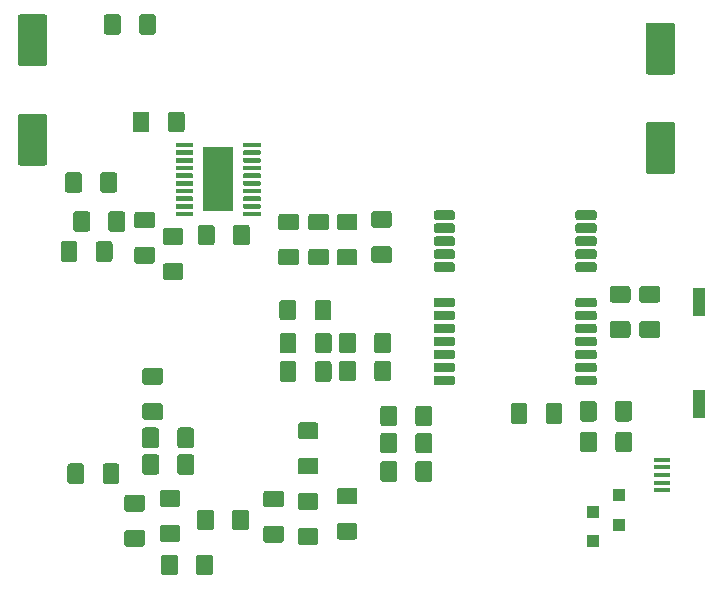
<source format=gbr>
%TF.GenerationSoftware,KiCad,Pcbnew,(5.1.5)-3*%
%TF.CreationDate,2020-11-20T20:43:34+01:00*%
%TF.ProjectId,PCB,5043422e-6b69-4636-9164-5f7063625858,rev?*%
%TF.SameCoordinates,Original*%
%TF.FileFunction,Paste,Top*%
%TF.FilePolarity,Positive*%
%FSLAX46Y46*%
G04 Gerber Fmt 4.6, Leading zero omitted, Abs format (unit mm)*
G04 Created by KiCad (PCBNEW (5.1.5)-3) date 2020-11-20 20:43:34*
%MOMM*%
%LPD*%
G04 APERTURE LIST*
%ADD10R,2.500000X5.500000*%
%ADD11C,0.100000*%
%ADD12R,1.120000X2.440000*%
%ADD13R,1.350000X0.400000*%
%ADD14R,1.000000X1.000000*%
G04 APERTURE END LIST*
D10*
%TO.C,U3*%
X87757000Y-135357000D03*
D11*
G36*
X85541802Y-132257482D02*
G01*
X85551509Y-132258921D01*
X85561028Y-132261306D01*
X85570268Y-132264612D01*
X85579140Y-132268808D01*
X85587557Y-132273853D01*
X85595439Y-132279699D01*
X85602711Y-132286289D01*
X85609301Y-132293561D01*
X85615147Y-132301443D01*
X85620192Y-132309860D01*
X85624388Y-132318732D01*
X85627694Y-132327972D01*
X85630079Y-132337491D01*
X85631518Y-132347198D01*
X85632000Y-132357000D01*
X85632000Y-132557000D01*
X85631518Y-132566802D01*
X85630079Y-132576509D01*
X85627694Y-132586028D01*
X85624388Y-132595268D01*
X85620192Y-132604140D01*
X85615147Y-132612557D01*
X85609301Y-132620439D01*
X85602711Y-132627711D01*
X85595439Y-132634301D01*
X85587557Y-132640147D01*
X85579140Y-132645192D01*
X85570268Y-132649388D01*
X85561028Y-132652694D01*
X85551509Y-132655079D01*
X85541802Y-132656518D01*
X85532000Y-132657000D01*
X84257000Y-132657000D01*
X84247198Y-132656518D01*
X84237491Y-132655079D01*
X84227972Y-132652694D01*
X84218732Y-132649388D01*
X84209860Y-132645192D01*
X84201443Y-132640147D01*
X84193561Y-132634301D01*
X84186289Y-132627711D01*
X84179699Y-132620439D01*
X84173853Y-132612557D01*
X84168808Y-132604140D01*
X84164612Y-132595268D01*
X84161306Y-132586028D01*
X84158921Y-132576509D01*
X84157482Y-132566802D01*
X84157000Y-132557000D01*
X84157000Y-132357000D01*
X84157482Y-132347198D01*
X84158921Y-132337491D01*
X84161306Y-132327972D01*
X84164612Y-132318732D01*
X84168808Y-132309860D01*
X84173853Y-132301443D01*
X84179699Y-132293561D01*
X84186289Y-132286289D01*
X84193561Y-132279699D01*
X84201443Y-132273853D01*
X84209860Y-132268808D01*
X84218732Y-132264612D01*
X84227972Y-132261306D01*
X84237491Y-132258921D01*
X84247198Y-132257482D01*
X84257000Y-132257000D01*
X85532000Y-132257000D01*
X85541802Y-132257482D01*
G37*
G36*
X85541802Y-132907482D02*
G01*
X85551509Y-132908921D01*
X85561028Y-132911306D01*
X85570268Y-132914612D01*
X85579140Y-132918808D01*
X85587557Y-132923853D01*
X85595439Y-132929699D01*
X85602711Y-132936289D01*
X85609301Y-132943561D01*
X85615147Y-132951443D01*
X85620192Y-132959860D01*
X85624388Y-132968732D01*
X85627694Y-132977972D01*
X85630079Y-132987491D01*
X85631518Y-132997198D01*
X85632000Y-133007000D01*
X85632000Y-133207000D01*
X85631518Y-133216802D01*
X85630079Y-133226509D01*
X85627694Y-133236028D01*
X85624388Y-133245268D01*
X85620192Y-133254140D01*
X85615147Y-133262557D01*
X85609301Y-133270439D01*
X85602711Y-133277711D01*
X85595439Y-133284301D01*
X85587557Y-133290147D01*
X85579140Y-133295192D01*
X85570268Y-133299388D01*
X85561028Y-133302694D01*
X85551509Y-133305079D01*
X85541802Y-133306518D01*
X85532000Y-133307000D01*
X84257000Y-133307000D01*
X84247198Y-133306518D01*
X84237491Y-133305079D01*
X84227972Y-133302694D01*
X84218732Y-133299388D01*
X84209860Y-133295192D01*
X84201443Y-133290147D01*
X84193561Y-133284301D01*
X84186289Y-133277711D01*
X84179699Y-133270439D01*
X84173853Y-133262557D01*
X84168808Y-133254140D01*
X84164612Y-133245268D01*
X84161306Y-133236028D01*
X84158921Y-133226509D01*
X84157482Y-133216802D01*
X84157000Y-133207000D01*
X84157000Y-133007000D01*
X84157482Y-132997198D01*
X84158921Y-132987491D01*
X84161306Y-132977972D01*
X84164612Y-132968732D01*
X84168808Y-132959860D01*
X84173853Y-132951443D01*
X84179699Y-132943561D01*
X84186289Y-132936289D01*
X84193561Y-132929699D01*
X84201443Y-132923853D01*
X84209860Y-132918808D01*
X84218732Y-132914612D01*
X84227972Y-132911306D01*
X84237491Y-132908921D01*
X84247198Y-132907482D01*
X84257000Y-132907000D01*
X85532000Y-132907000D01*
X85541802Y-132907482D01*
G37*
G36*
X85541802Y-133557482D02*
G01*
X85551509Y-133558921D01*
X85561028Y-133561306D01*
X85570268Y-133564612D01*
X85579140Y-133568808D01*
X85587557Y-133573853D01*
X85595439Y-133579699D01*
X85602711Y-133586289D01*
X85609301Y-133593561D01*
X85615147Y-133601443D01*
X85620192Y-133609860D01*
X85624388Y-133618732D01*
X85627694Y-133627972D01*
X85630079Y-133637491D01*
X85631518Y-133647198D01*
X85632000Y-133657000D01*
X85632000Y-133857000D01*
X85631518Y-133866802D01*
X85630079Y-133876509D01*
X85627694Y-133886028D01*
X85624388Y-133895268D01*
X85620192Y-133904140D01*
X85615147Y-133912557D01*
X85609301Y-133920439D01*
X85602711Y-133927711D01*
X85595439Y-133934301D01*
X85587557Y-133940147D01*
X85579140Y-133945192D01*
X85570268Y-133949388D01*
X85561028Y-133952694D01*
X85551509Y-133955079D01*
X85541802Y-133956518D01*
X85532000Y-133957000D01*
X84257000Y-133957000D01*
X84247198Y-133956518D01*
X84237491Y-133955079D01*
X84227972Y-133952694D01*
X84218732Y-133949388D01*
X84209860Y-133945192D01*
X84201443Y-133940147D01*
X84193561Y-133934301D01*
X84186289Y-133927711D01*
X84179699Y-133920439D01*
X84173853Y-133912557D01*
X84168808Y-133904140D01*
X84164612Y-133895268D01*
X84161306Y-133886028D01*
X84158921Y-133876509D01*
X84157482Y-133866802D01*
X84157000Y-133857000D01*
X84157000Y-133657000D01*
X84157482Y-133647198D01*
X84158921Y-133637491D01*
X84161306Y-133627972D01*
X84164612Y-133618732D01*
X84168808Y-133609860D01*
X84173853Y-133601443D01*
X84179699Y-133593561D01*
X84186289Y-133586289D01*
X84193561Y-133579699D01*
X84201443Y-133573853D01*
X84209860Y-133568808D01*
X84218732Y-133564612D01*
X84227972Y-133561306D01*
X84237491Y-133558921D01*
X84247198Y-133557482D01*
X84257000Y-133557000D01*
X85532000Y-133557000D01*
X85541802Y-133557482D01*
G37*
G36*
X85541802Y-134207482D02*
G01*
X85551509Y-134208921D01*
X85561028Y-134211306D01*
X85570268Y-134214612D01*
X85579140Y-134218808D01*
X85587557Y-134223853D01*
X85595439Y-134229699D01*
X85602711Y-134236289D01*
X85609301Y-134243561D01*
X85615147Y-134251443D01*
X85620192Y-134259860D01*
X85624388Y-134268732D01*
X85627694Y-134277972D01*
X85630079Y-134287491D01*
X85631518Y-134297198D01*
X85632000Y-134307000D01*
X85632000Y-134507000D01*
X85631518Y-134516802D01*
X85630079Y-134526509D01*
X85627694Y-134536028D01*
X85624388Y-134545268D01*
X85620192Y-134554140D01*
X85615147Y-134562557D01*
X85609301Y-134570439D01*
X85602711Y-134577711D01*
X85595439Y-134584301D01*
X85587557Y-134590147D01*
X85579140Y-134595192D01*
X85570268Y-134599388D01*
X85561028Y-134602694D01*
X85551509Y-134605079D01*
X85541802Y-134606518D01*
X85532000Y-134607000D01*
X84257000Y-134607000D01*
X84247198Y-134606518D01*
X84237491Y-134605079D01*
X84227972Y-134602694D01*
X84218732Y-134599388D01*
X84209860Y-134595192D01*
X84201443Y-134590147D01*
X84193561Y-134584301D01*
X84186289Y-134577711D01*
X84179699Y-134570439D01*
X84173853Y-134562557D01*
X84168808Y-134554140D01*
X84164612Y-134545268D01*
X84161306Y-134536028D01*
X84158921Y-134526509D01*
X84157482Y-134516802D01*
X84157000Y-134507000D01*
X84157000Y-134307000D01*
X84157482Y-134297198D01*
X84158921Y-134287491D01*
X84161306Y-134277972D01*
X84164612Y-134268732D01*
X84168808Y-134259860D01*
X84173853Y-134251443D01*
X84179699Y-134243561D01*
X84186289Y-134236289D01*
X84193561Y-134229699D01*
X84201443Y-134223853D01*
X84209860Y-134218808D01*
X84218732Y-134214612D01*
X84227972Y-134211306D01*
X84237491Y-134208921D01*
X84247198Y-134207482D01*
X84257000Y-134207000D01*
X85532000Y-134207000D01*
X85541802Y-134207482D01*
G37*
G36*
X85541802Y-134857482D02*
G01*
X85551509Y-134858921D01*
X85561028Y-134861306D01*
X85570268Y-134864612D01*
X85579140Y-134868808D01*
X85587557Y-134873853D01*
X85595439Y-134879699D01*
X85602711Y-134886289D01*
X85609301Y-134893561D01*
X85615147Y-134901443D01*
X85620192Y-134909860D01*
X85624388Y-134918732D01*
X85627694Y-134927972D01*
X85630079Y-134937491D01*
X85631518Y-134947198D01*
X85632000Y-134957000D01*
X85632000Y-135157000D01*
X85631518Y-135166802D01*
X85630079Y-135176509D01*
X85627694Y-135186028D01*
X85624388Y-135195268D01*
X85620192Y-135204140D01*
X85615147Y-135212557D01*
X85609301Y-135220439D01*
X85602711Y-135227711D01*
X85595439Y-135234301D01*
X85587557Y-135240147D01*
X85579140Y-135245192D01*
X85570268Y-135249388D01*
X85561028Y-135252694D01*
X85551509Y-135255079D01*
X85541802Y-135256518D01*
X85532000Y-135257000D01*
X84257000Y-135257000D01*
X84247198Y-135256518D01*
X84237491Y-135255079D01*
X84227972Y-135252694D01*
X84218732Y-135249388D01*
X84209860Y-135245192D01*
X84201443Y-135240147D01*
X84193561Y-135234301D01*
X84186289Y-135227711D01*
X84179699Y-135220439D01*
X84173853Y-135212557D01*
X84168808Y-135204140D01*
X84164612Y-135195268D01*
X84161306Y-135186028D01*
X84158921Y-135176509D01*
X84157482Y-135166802D01*
X84157000Y-135157000D01*
X84157000Y-134957000D01*
X84157482Y-134947198D01*
X84158921Y-134937491D01*
X84161306Y-134927972D01*
X84164612Y-134918732D01*
X84168808Y-134909860D01*
X84173853Y-134901443D01*
X84179699Y-134893561D01*
X84186289Y-134886289D01*
X84193561Y-134879699D01*
X84201443Y-134873853D01*
X84209860Y-134868808D01*
X84218732Y-134864612D01*
X84227972Y-134861306D01*
X84237491Y-134858921D01*
X84247198Y-134857482D01*
X84257000Y-134857000D01*
X85532000Y-134857000D01*
X85541802Y-134857482D01*
G37*
G36*
X85541802Y-135507482D02*
G01*
X85551509Y-135508921D01*
X85561028Y-135511306D01*
X85570268Y-135514612D01*
X85579140Y-135518808D01*
X85587557Y-135523853D01*
X85595439Y-135529699D01*
X85602711Y-135536289D01*
X85609301Y-135543561D01*
X85615147Y-135551443D01*
X85620192Y-135559860D01*
X85624388Y-135568732D01*
X85627694Y-135577972D01*
X85630079Y-135587491D01*
X85631518Y-135597198D01*
X85632000Y-135607000D01*
X85632000Y-135807000D01*
X85631518Y-135816802D01*
X85630079Y-135826509D01*
X85627694Y-135836028D01*
X85624388Y-135845268D01*
X85620192Y-135854140D01*
X85615147Y-135862557D01*
X85609301Y-135870439D01*
X85602711Y-135877711D01*
X85595439Y-135884301D01*
X85587557Y-135890147D01*
X85579140Y-135895192D01*
X85570268Y-135899388D01*
X85561028Y-135902694D01*
X85551509Y-135905079D01*
X85541802Y-135906518D01*
X85532000Y-135907000D01*
X84257000Y-135907000D01*
X84247198Y-135906518D01*
X84237491Y-135905079D01*
X84227972Y-135902694D01*
X84218732Y-135899388D01*
X84209860Y-135895192D01*
X84201443Y-135890147D01*
X84193561Y-135884301D01*
X84186289Y-135877711D01*
X84179699Y-135870439D01*
X84173853Y-135862557D01*
X84168808Y-135854140D01*
X84164612Y-135845268D01*
X84161306Y-135836028D01*
X84158921Y-135826509D01*
X84157482Y-135816802D01*
X84157000Y-135807000D01*
X84157000Y-135607000D01*
X84157482Y-135597198D01*
X84158921Y-135587491D01*
X84161306Y-135577972D01*
X84164612Y-135568732D01*
X84168808Y-135559860D01*
X84173853Y-135551443D01*
X84179699Y-135543561D01*
X84186289Y-135536289D01*
X84193561Y-135529699D01*
X84201443Y-135523853D01*
X84209860Y-135518808D01*
X84218732Y-135514612D01*
X84227972Y-135511306D01*
X84237491Y-135508921D01*
X84247198Y-135507482D01*
X84257000Y-135507000D01*
X85532000Y-135507000D01*
X85541802Y-135507482D01*
G37*
G36*
X85541802Y-136157482D02*
G01*
X85551509Y-136158921D01*
X85561028Y-136161306D01*
X85570268Y-136164612D01*
X85579140Y-136168808D01*
X85587557Y-136173853D01*
X85595439Y-136179699D01*
X85602711Y-136186289D01*
X85609301Y-136193561D01*
X85615147Y-136201443D01*
X85620192Y-136209860D01*
X85624388Y-136218732D01*
X85627694Y-136227972D01*
X85630079Y-136237491D01*
X85631518Y-136247198D01*
X85632000Y-136257000D01*
X85632000Y-136457000D01*
X85631518Y-136466802D01*
X85630079Y-136476509D01*
X85627694Y-136486028D01*
X85624388Y-136495268D01*
X85620192Y-136504140D01*
X85615147Y-136512557D01*
X85609301Y-136520439D01*
X85602711Y-136527711D01*
X85595439Y-136534301D01*
X85587557Y-136540147D01*
X85579140Y-136545192D01*
X85570268Y-136549388D01*
X85561028Y-136552694D01*
X85551509Y-136555079D01*
X85541802Y-136556518D01*
X85532000Y-136557000D01*
X84257000Y-136557000D01*
X84247198Y-136556518D01*
X84237491Y-136555079D01*
X84227972Y-136552694D01*
X84218732Y-136549388D01*
X84209860Y-136545192D01*
X84201443Y-136540147D01*
X84193561Y-136534301D01*
X84186289Y-136527711D01*
X84179699Y-136520439D01*
X84173853Y-136512557D01*
X84168808Y-136504140D01*
X84164612Y-136495268D01*
X84161306Y-136486028D01*
X84158921Y-136476509D01*
X84157482Y-136466802D01*
X84157000Y-136457000D01*
X84157000Y-136257000D01*
X84157482Y-136247198D01*
X84158921Y-136237491D01*
X84161306Y-136227972D01*
X84164612Y-136218732D01*
X84168808Y-136209860D01*
X84173853Y-136201443D01*
X84179699Y-136193561D01*
X84186289Y-136186289D01*
X84193561Y-136179699D01*
X84201443Y-136173853D01*
X84209860Y-136168808D01*
X84218732Y-136164612D01*
X84227972Y-136161306D01*
X84237491Y-136158921D01*
X84247198Y-136157482D01*
X84257000Y-136157000D01*
X85532000Y-136157000D01*
X85541802Y-136157482D01*
G37*
G36*
X85541802Y-136807482D02*
G01*
X85551509Y-136808921D01*
X85561028Y-136811306D01*
X85570268Y-136814612D01*
X85579140Y-136818808D01*
X85587557Y-136823853D01*
X85595439Y-136829699D01*
X85602711Y-136836289D01*
X85609301Y-136843561D01*
X85615147Y-136851443D01*
X85620192Y-136859860D01*
X85624388Y-136868732D01*
X85627694Y-136877972D01*
X85630079Y-136887491D01*
X85631518Y-136897198D01*
X85632000Y-136907000D01*
X85632000Y-137107000D01*
X85631518Y-137116802D01*
X85630079Y-137126509D01*
X85627694Y-137136028D01*
X85624388Y-137145268D01*
X85620192Y-137154140D01*
X85615147Y-137162557D01*
X85609301Y-137170439D01*
X85602711Y-137177711D01*
X85595439Y-137184301D01*
X85587557Y-137190147D01*
X85579140Y-137195192D01*
X85570268Y-137199388D01*
X85561028Y-137202694D01*
X85551509Y-137205079D01*
X85541802Y-137206518D01*
X85532000Y-137207000D01*
X84257000Y-137207000D01*
X84247198Y-137206518D01*
X84237491Y-137205079D01*
X84227972Y-137202694D01*
X84218732Y-137199388D01*
X84209860Y-137195192D01*
X84201443Y-137190147D01*
X84193561Y-137184301D01*
X84186289Y-137177711D01*
X84179699Y-137170439D01*
X84173853Y-137162557D01*
X84168808Y-137154140D01*
X84164612Y-137145268D01*
X84161306Y-137136028D01*
X84158921Y-137126509D01*
X84157482Y-137116802D01*
X84157000Y-137107000D01*
X84157000Y-136907000D01*
X84157482Y-136897198D01*
X84158921Y-136887491D01*
X84161306Y-136877972D01*
X84164612Y-136868732D01*
X84168808Y-136859860D01*
X84173853Y-136851443D01*
X84179699Y-136843561D01*
X84186289Y-136836289D01*
X84193561Y-136829699D01*
X84201443Y-136823853D01*
X84209860Y-136818808D01*
X84218732Y-136814612D01*
X84227972Y-136811306D01*
X84237491Y-136808921D01*
X84247198Y-136807482D01*
X84257000Y-136807000D01*
X85532000Y-136807000D01*
X85541802Y-136807482D01*
G37*
G36*
X85541802Y-137457482D02*
G01*
X85551509Y-137458921D01*
X85561028Y-137461306D01*
X85570268Y-137464612D01*
X85579140Y-137468808D01*
X85587557Y-137473853D01*
X85595439Y-137479699D01*
X85602711Y-137486289D01*
X85609301Y-137493561D01*
X85615147Y-137501443D01*
X85620192Y-137509860D01*
X85624388Y-137518732D01*
X85627694Y-137527972D01*
X85630079Y-137537491D01*
X85631518Y-137547198D01*
X85632000Y-137557000D01*
X85632000Y-137757000D01*
X85631518Y-137766802D01*
X85630079Y-137776509D01*
X85627694Y-137786028D01*
X85624388Y-137795268D01*
X85620192Y-137804140D01*
X85615147Y-137812557D01*
X85609301Y-137820439D01*
X85602711Y-137827711D01*
X85595439Y-137834301D01*
X85587557Y-137840147D01*
X85579140Y-137845192D01*
X85570268Y-137849388D01*
X85561028Y-137852694D01*
X85551509Y-137855079D01*
X85541802Y-137856518D01*
X85532000Y-137857000D01*
X84257000Y-137857000D01*
X84247198Y-137856518D01*
X84237491Y-137855079D01*
X84227972Y-137852694D01*
X84218732Y-137849388D01*
X84209860Y-137845192D01*
X84201443Y-137840147D01*
X84193561Y-137834301D01*
X84186289Y-137827711D01*
X84179699Y-137820439D01*
X84173853Y-137812557D01*
X84168808Y-137804140D01*
X84164612Y-137795268D01*
X84161306Y-137786028D01*
X84158921Y-137776509D01*
X84157482Y-137766802D01*
X84157000Y-137757000D01*
X84157000Y-137557000D01*
X84157482Y-137547198D01*
X84158921Y-137537491D01*
X84161306Y-137527972D01*
X84164612Y-137518732D01*
X84168808Y-137509860D01*
X84173853Y-137501443D01*
X84179699Y-137493561D01*
X84186289Y-137486289D01*
X84193561Y-137479699D01*
X84201443Y-137473853D01*
X84209860Y-137468808D01*
X84218732Y-137464612D01*
X84227972Y-137461306D01*
X84237491Y-137458921D01*
X84247198Y-137457482D01*
X84257000Y-137457000D01*
X85532000Y-137457000D01*
X85541802Y-137457482D01*
G37*
G36*
X85541802Y-138107482D02*
G01*
X85551509Y-138108921D01*
X85561028Y-138111306D01*
X85570268Y-138114612D01*
X85579140Y-138118808D01*
X85587557Y-138123853D01*
X85595439Y-138129699D01*
X85602711Y-138136289D01*
X85609301Y-138143561D01*
X85615147Y-138151443D01*
X85620192Y-138159860D01*
X85624388Y-138168732D01*
X85627694Y-138177972D01*
X85630079Y-138187491D01*
X85631518Y-138197198D01*
X85632000Y-138207000D01*
X85632000Y-138407000D01*
X85631518Y-138416802D01*
X85630079Y-138426509D01*
X85627694Y-138436028D01*
X85624388Y-138445268D01*
X85620192Y-138454140D01*
X85615147Y-138462557D01*
X85609301Y-138470439D01*
X85602711Y-138477711D01*
X85595439Y-138484301D01*
X85587557Y-138490147D01*
X85579140Y-138495192D01*
X85570268Y-138499388D01*
X85561028Y-138502694D01*
X85551509Y-138505079D01*
X85541802Y-138506518D01*
X85532000Y-138507000D01*
X84257000Y-138507000D01*
X84247198Y-138506518D01*
X84237491Y-138505079D01*
X84227972Y-138502694D01*
X84218732Y-138499388D01*
X84209860Y-138495192D01*
X84201443Y-138490147D01*
X84193561Y-138484301D01*
X84186289Y-138477711D01*
X84179699Y-138470439D01*
X84173853Y-138462557D01*
X84168808Y-138454140D01*
X84164612Y-138445268D01*
X84161306Y-138436028D01*
X84158921Y-138426509D01*
X84157482Y-138416802D01*
X84157000Y-138407000D01*
X84157000Y-138207000D01*
X84157482Y-138197198D01*
X84158921Y-138187491D01*
X84161306Y-138177972D01*
X84164612Y-138168732D01*
X84168808Y-138159860D01*
X84173853Y-138151443D01*
X84179699Y-138143561D01*
X84186289Y-138136289D01*
X84193561Y-138129699D01*
X84201443Y-138123853D01*
X84209860Y-138118808D01*
X84218732Y-138114612D01*
X84227972Y-138111306D01*
X84237491Y-138108921D01*
X84247198Y-138107482D01*
X84257000Y-138107000D01*
X85532000Y-138107000D01*
X85541802Y-138107482D01*
G37*
G36*
X91266802Y-138107482D02*
G01*
X91276509Y-138108921D01*
X91286028Y-138111306D01*
X91295268Y-138114612D01*
X91304140Y-138118808D01*
X91312557Y-138123853D01*
X91320439Y-138129699D01*
X91327711Y-138136289D01*
X91334301Y-138143561D01*
X91340147Y-138151443D01*
X91345192Y-138159860D01*
X91349388Y-138168732D01*
X91352694Y-138177972D01*
X91355079Y-138187491D01*
X91356518Y-138197198D01*
X91357000Y-138207000D01*
X91357000Y-138407000D01*
X91356518Y-138416802D01*
X91355079Y-138426509D01*
X91352694Y-138436028D01*
X91349388Y-138445268D01*
X91345192Y-138454140D01*
X91340147Y-138462557D01*
X91334301Y-138470439D01*
X91327711Y-138477711D01*
X91320439Y-138484301D01*
X91312557Y-138490147D01*
X91304140Y-138495192D01*
X91295268Y-138499388D01*
X91286028Y-138502694D01*
X91276509Y-138505079D01*
X91266802Y-138506518D01*
X91257000Y-138507000D01*
X89982000Y-138507000D01*
X89972198Y-138506518D01*
X89962491Y-138505079D01*
X89952972Y-138502694D01*
X89943732Y-138499388D01*
X89934860Y-138495192D01*
X89926443Y-138490147D01*
X89918561Y-138484301D01*
X89911289Y-138477711D01*
X89904699Y-138470439D01*
X89898853Y-138462557D01*
X89893808Y-138454140D01*
X89889612Y-138445268D01*
X89886306Y-138436028D01*
X89883921Y-138426509D01*
X89882482Y-138416802D01*
X89882000Y-138407000D01*
X89882000Y-138207000D01*
X89882482Y-138197198D01*
X89883921Y-138187491D01*
X89886306Y-138177972D01*
X89889612Y-138168732D01*
X89893808Y-138159860D01*
X89898853Y-138151443D01*
X89904699Y-138143561D01*
X89911289Y-138136289D01*
X89918561Y-138129699D01*
X89926443Y-138123853D01*
X89934860Y-138118808D01*
X89943732Y-138114612D01*
X89952972Y-138111306D01*
X89962491Y-138108921D01*
X89972198Y-138107482D01*
X89982000Y-138107000D01*
X91257000Y-138107000D01*
X91266802Y-138107482D01*
G37*
G36*
X91266802Y-137457482D02*
G01*
X91276509Y-137458921D01*
X91286028Y-137461306D01*
X91295268Y-137464612D01*
X91304140Y-137468808D01*
X91312557Y-137473853D01*
X91320439Y-137479699D01*
X91327711Y-137486289D01*
X91334301Y-137493561D01*
X91340147Y-137501443D01*
X91345192Y-137509860D01*
X91349388Y-137518732D01*
X91352694Y-137527972D01*
X91355079Y-137537491D01*
X91356518Y-137547198D01*
X91357000Y-137557000D01*
X91357000Y-137757000D01*
X91356518Y-137766802D01*
X91355079Y-137776509D01*
X91352694Y-137786028D01*
X91349388Y-137795268D01*
X91345192Y-137804140D01*
X91340147Y-137812557D01*
X91334301Y-137820439D01*
X91327711Y-137827711D01*
X91320439Y-137834301D01*
X91312557Y-137840147D01*
X91304140Y-137845192D01*
X91295268Y-137849388D01*
X91286028Y-137852694D01*
X91276509Y-137855079D01*
X91266802Y-137856518D01*
X91257000Y-137857000D01*
X89982000Y-137857000D01*
X89972198Y-137856518D01*
X89962491Y-137855079D01*
X89952972Y-137852694D01*
X89943732Y-137849388D01*
X89934860Y-137845192D01*
X89926443Y-137840147D01*
X89918561Y-137834301D01*
X89911289Y-137827711D01*
X89904699Y-137820439D01*
X89898853Y-137812557D01*
X89893808Y-137804140D01*
X89889612Y-137795268D01*
X89886306Y-137786028D01*
X89883921Y-137776509D01*
X89882482Y-137766802D01*
X89882000Y-137757000D01*
X89882000Y-137557000D01*
X89882482Y-137547198D01*
X89883921Y-137537491D01*
X89886306Y-137527972D01*
X89889612Y-137518732D01*
X89893808Y-137509860D01*
X89898853Y-137501443D01*
X89904699Y-137493561D01*
X89911289Y-137486289D01*
X89918561Y-137479699D01*
X89926443Y-137473853D01*
X89934860Y-137468808D01*
X89943732Y-137464612D01*
X89952972Y-137461306D01*
X89962491Y-137458921D01*
X89972198Y-137457482D01*
X89982000Y-137457000D01*
X91257000Y-137457000D01*
X91266802Y-137457482D01*
G37*
G36*
X91266802Y-136807482D02*
G01*
X91276509Y-136808921D01*
X91286028Y-136811306D01*
X91295268Y-136814612D01*
X91304140Y-136818808D01*
X91312557Y-136823853D01*
X91320439Y-136829699D01*
X91327711Y-136836289D01*
X91334301Y-136843561D01*
X91340147Y-136851443D01*
X91345192Y-136859860D01*
X91349388Y-136868732D01*
X91352694Y-136877972D01*
X91355079Y-136887491D01*
X91356518Y-136897198D01*
X91357000Y-136907000D01*
X91357000Y-137107000D01*
X91356518Y-137116802D01*
X91355079Y-137126509D01*
X91352694Y-137136028D01*
X91349388Y-137145268D01*
X91345192Y-137154140D01*
X91340147Y-137162557D01*
X91334301Y-137170439D01*
X91327711Y-137177711D01*
X91320439Y-137184301D01*
X91312557Y-137190147D01*
X91304140Y-137195192D01*
X91295268Y-137199388D01*
X91286028Y-137202694D01*
X91276509Y-137205079D01*
X91266802Y-137206518D01*
X91257000Y-137207000D01*
X89982000Y-137207000D01*
X89972198Y-137206518D01*
X89962491Y-137205079D01*
X89952972Y-137202694D01*
X89943732Y-137199388D01*
X89934860Y-137195192D01*
X89926443Y-137190147D01*
X89918561Y-137184301D01*
X89911289Y-137177711D01*
X89904699Y-137170439D01*
X89898853Y-137162557D01*
X89893808Y-137154140D01*
X89889612Y-137145268D01*
X89886306Y-137136028D01*
X89883921Y-137126509D01*
X89882482Y-137116802D01*
X89882000Y-137107000D01*
X89882000Y-136907000D01*
X89882482Y-136897198D01*
X89883921Y-136887491D01*
X89886306Y-136877972D01*
X89889612Y-136868732D01*
X89893808Y-136859860D01*
X89898853Y-136851443D01*
X89904699Y-136843561D01*
X89911289Y-136836289D01*
X89918561Y-136829699D01*
X89926443Y-136823853D01*
X89934860Y-136818808D01*
X89943732Y-136814612D01*
X89952972Y-136811306D01*
X89962491Y-136808921D01*
X89972198Y-136807482D01*
X89982000Y-136807000D01*
X91257000Y-136807000D01*
X91266802Y-136807482D01*
G37*
G36*
X91266802Y-136157482D02*
G01*
X91276509Y-136158921D01*
X91286028Y-136161306D01*
X91295268Y-136164612D01*
X91304140Y-136168808D01*
X91312557Y-136173853D01*
X91320439Y-136179699D01*
X91327711Y-136186289D01*
X91334301Y-136193561D01*
X91340147Y-136201443D01*
X91345192Y-136209860D01*
X91349388Y-136218732D01*
X91352694Y-136227972D01*
X91355079Y-136237491D01*
X91356518Y-136247198D01*
X91357000Y-136257000D01*
X91357000Y-136457000D01*
X91356518Y-136466802D01*
X91355079Y-136476509D01*
X91352694Y-136486028D01*
X91349388Y-136495268D01*
X91345192Y-136504140D01*
X91340147Y-136512557D01*
X91334301Y-136520439D01*
X91327711Y-136527711D01*
X91320439Y-136534301D01*
X91312557Y-136540147D01*
X91304140Y-136545192D01*
X91295268Y-136549388D01*
X91286028Y-136552694D01*
X91276509Y-136555079D01*
X91266802Y-136556518D01*
X91257000Y-136557000D01*
X89982000Y-136557000D01*
X89972198Y-136556518D01*
X89962491Y-136555079D01*
X89952972Y-136552694D01*
X89943732Y-136549388D01*
X89934860Y-136545192D01*
X89926443Y-136540147D01*
X89918561Y-136534301D01*
X89911289Y-136527711D01*
X89904699Y-136520439D01*
X89898853Y-136512557D01*
X89893808Y-136504140D01*
X89889612Y-136495268D01*
X89886306Y-136486028D01*
X89883921Y-136476509D01*
X89882482Y-136466802D01*
X89882000Y-136457000D01*
X89882000Y-136257000D01*
X89882482Y-136247198D01*
X89883921Y-136237491D01*
X89886306Y-136227972D01*
X89889612Y-136218732D01*
X89893808Y-136209860D01*
X89898853Y-136201443D01*
X89904699Y-136193561D01*
X89911289Y-136186289D01*
X89918561Y-136179699D01*
X89926443Y-136173853D01*
X89934860Y-136168808D01*
X89943732Y-136164612D01*
X89952972Y-136161306D01*
X89962491Y-136158921D01*
X89972198Y-136157482D01*
X89982000Y-136157000D01*
X91257000Y-136157000D01*
X91266802Y-136157482D01*
G37*
G36*
X91266802Y-135507482D02*
G01*
X91276509Y-135508921D01*
X91286028Y-135511306D01*
X91295268Y-135514612D01*
X91304140Y-135518808D01*
X91312557Y-135523853D01*
X91320439Y-135529699D01*
X91327711Y-135536289D01*
X91334301Y-135543561D01*
X91340147Y-135551443D01*
X91345192Y-135559860D01*
X91349388Y-135568732D01*
X91352694Y-135577972D01*
X91355079Y-135587491D01*
X91356518Y-135597198D01*
X91357000Y-135607000D01*
X91357000Y-135807000D01*
X91356518Y-135816802D01*
X91355079Y-135826509D01*
X91352694Y-135836028D01*
X91349388Y-135845268D01*
X91345192Y-135854140D01*
X91340147Y-135862557D01*
X91334301Y-135870439D01*
X91327711Y-135877711D01*
X91320439Y-135884301D01*
X91312557Y-135890147D01*
X91304140Y-135895192D01*
X91295268Y-135899388D01*
X91286028Y-135902694D01*
X91276509Y-135905079D01*
X91266802Y-135906518D01*
X91257000Y-135907000D01*
X89982000Y-135907000D01*
X89972198Y-135906518D01*
X89962491Y-135905079D01*
X89952972Y-135902694D01*
X89943732Y-135899388D01*
X89934860Y-135895192D01*
X89926443Y-135890147D01*
X89918561Y-135884301D01*
X89911289Y-135877711D01*
X89904699Y-135870439D01*
X89898853Y-135862557D01*
X89893808Y-135854140D01*
X89889612Y-135845268D01*
X89886306Y-135836028D01*
X89883921Y-135826509D01*
X89882482Y-135816802D01*
X89882000Y-135807000D01*
X89882000Y-135607000D01*
X89882482Y-135597198D01*
X89883921Y-135587491D01*
X89886306Y-135577972D01*
X89889612Y-135568732D01*
X89893808Y-135559860D01*
X89898853Y-135551443D01*
X89904699Y-135543561D01*
X89911289Y-135536289D01*
X89918561Y-135529699D01*
X89926443Y-135523853D01*
X89934860Y-135518808D01*
X89943732Y-135514612D01*
X89952972Y-135511306D01*
X89962491Y-135508921D01*
X89972198Y-135507482D01*
X89982000Y-135507000D01*
X91257000Y-135507000D01*
X91266802Y-135507482D01*
G37*
G36*
X91266802Y-134857482D02*
G01*
X91276509Y-134858921D01*
X91286028Y-134861306D01*
X91295268Y-134864612D01*
X91304140Y-134868808D01*
X91312557Y-134873853D01*
X91320439Y-134879699D01*
X91327711Y-134886289D01*
X91334301Y-134893561D01*
X91340147Y-134901443D01*
X91345192Y-134909860D01*
X91349388Y-134918732D01*
X91352694Y-134927972D01*
X91355079Y-134937491D01*
X91356518Y-134947198D01*
X91357000Y-134957000D01*
X91357000Y-135157000D01*
X91356518Y-135166802D01*
X91355079Y-135176509D01*
X91352694Y-135186028D01*
X91349388Y-135195268D01*
X91345192Y-135204140D01*
X91340147Y-135212557D01*
X91334301Y-135220439D01*
X91327711Y-135227711D01*
X91320439Y-135234301D01*
X91312557Y-135240147D01*
X91304140Y-135245192D01*
X91295268Y-135249388D01*
X91286028Y-135252694D01*
X91276509Y-135255079D01*
X91266802Y-135256518D01*
X91257000Y-135257000D01*
X89982000Y-135257000D01*
X89972198Y-135256518D01*
X89962491Y-135255079D01*
X89952972Y-135252694D01*
X89943732Y-135249388D01*
X89934860Y-135245192D01*
X89926443Y-135240147D01*
X89918561Y-135234301D01*
X89911289Y-135227711D01*
X89904699Y-135220439D01*
X89898853Y-135212557D01*
X89893808Y-135204140D01*
X89889612Y-135195268D01*
X89886306Y-135186028D01*
X89883921Y-135176509D01*
X89882482Y-135166802D01*
X89882000Y-135157000D01*
X89882000Y-134957000D01*
X89882482Y-134947198D01*
X89883921Y-134937491D01*
X89886306Y-134927972D01*
X89889612Y-134918732D01*
X89893808Y-134909860D01*
X89898853Y-134901443D01*
X89904699Y-134893561D01*
X89911289Y-134886289D01*
X89918561Y-134879699D01*
X89926443Y-134873853D01*
X89934860Y-134868808D01*
X89943732Y-134864612D01*
X89952972Y-134861306D01*
X89962491Y-134858921D01*
X89972198Y-134857482D01*
X89982000Y-134857000D01*
X91257000Y-134857000D01*
X91266802Y-134857482D01*
G37*
G36*
X91266802Y-134207482D02*
G01*
X91276509Y-134208921D01*
X91286028Y-134211306D01*
X91295268Y-134214612D01*
X91304140Y-134218808D01*
X91312557Y-134223853D01*
X91320439Y-134229699D01*
X91327711Y-134236289D01*
X91334301Y-134243561D01*
X91340147Y-134251443D01*
X91345192Y-134259860D01*
X91349388Y-134268732D01*
X91352694Y-134277972D01*
X91355079Y-134287491D01*
X91356518Y-134297198D01*
X91357000Y-134307000D01*
X91357000Y-134507000D01*
X91356518Y-134516802D01*
X91355079Y-134526509D01*
X91352694Y-134536028D01*
X91349388Y-134545268D01*
X91345192Y-134554140D01*
X91340147Y-134562557D01*
X91334301Y-134570439D01*
X91327711Y-134577711D01*
X91320439Y-134584301D01*
X91312557Y-134590147D01*
X91304140Y-134595192D01*
X91295268Y-134599388D01*
X91286028Y-134602694D01*
X91276509Y-134605079D01*
X91266802Y-134606518D01*
X91257000Y-134607000D01*
X89982000Y-134607000D01*
X89972198Y-134606518D01*
X89962491Y-134605079D01*
X89952972Y-134602694D01*
X89943732Y-134599388D01*
X89934860Y-134595192D01*
X89926443Y-134590147D01*
X89918561Y-134584301D01*
X89911289Y-134577711D01*
X89904699Y-134570439D01*
X89898853Y-134562557D01*
X89893808Y-134554140D01*
X89889612Y-134545268D01*
X89886306Y-134536028D01*
X89883921Y-134526509D01*
X89882482Y-134516802D01*
X89882000Y-134507000D01*
X89882000Y-134307000D01*
X89882482Y-134297198D01*
X89883921Y-134287491D01*
X89886306Y-134277972D01*
X89889612Y-134268732D01*
X89893808Y-134259860D01*
X89898853Y-134251443D01*
X89904699Y-134243561D01*
X89911289Y-134236289D01*
X89918561Y-134229699D01*
X89926443Y-134223853D01*
X89934860Y-134218808D01*
X89943732Y-134214612D01*
X89952972Y-134211306D01*
X89962491Y-134208921D01*
X89972198Y-134207482D01*
X89982000Y-134207000D01*
X91257000Y-134207000D01*
X91266802Y-134207482D01*
G37*
G36*
X91266802Y-133557482D02*
G01*
X91276509Y-133558921D01*
X91286028Y-133561306D01*
X91295268Y-133564612D01*
X91304140Y-133568808D01*
X91312557Y-133573853D01*
X91320439Y-133579699D01*
X91327711Y-133586289D01*
X91334301Y-133593561D01*
X91340147Y-133601443D01*
X91345192Y-133609860D01*
X91349388Y-133618732D01*
X91352694Y-133627972D01*
X91355079Y-133637491D01*
X91356518Y-133647198D01*
X91357000Y-133657000D01*
X91357000Y-133857000D01*
X91356518Y-133866802D01*
X91355079Y-133876509D01*
X91352694Y-133886028D01*
X91349388Y-133895268D01*
X91345192Y-133904140D01*
X91340147Y-133912557D01*
X91334301Y-133920439D01*
X91327711Y-133927711D01*
X91320439Y-133934301D01*
X91312557Y-133940147D01*
X91304140Y-133945192D01*
X91295268Y-133949388D01*
X91286028Y-133952694D01*
X91276509Y-133955079D01*
X91266802Y-133956518D01*
X91257000Y-133957000D01*
X89982000Y-133957000D01*
X89972198Y-133956518D01*
X89962491Y-133955079D01*
X89952972Y-133952694D01*
X89943732Y-133949388D01*
X89934860Y-133945192D01*
X89926443Y-133940147D01*
X89918561Y-133934301D01*
X89911289Y-133927711D01*
X89904699Y-133920439D01*
X89898853Y-133912557D01*
X89893808Y-133904140D01*
X89889612Y-133895268D01*
X89886306Y-133886028D01*
X89883921Y-133876509D01*
X89882482Y-133866802D01*
X89882000Y-133857000D01*
X89882000Y-133657000D01*
X89882482Y-133647198D01*
X89883921Y-133637491D01*
X89886306Y-133627972D01*
X89889612Y-133618732D01*
X89893808Y-133609860D01*
X89898853Y-133601443D01*
X89904699Y-133593561D01*
X89911289Y-133586289D01*
X89918561Y-133579699D01*
X89926443Y-133573853D01*
X89934860Y-133568808D01*
X89943732Y-133564612D01*
X89952972Y-133561306D01*
X89962491Y-133558921D01*
X89972198Y-133557482D01*
X89982000Y-133557000D01*
X91257000Y-133557000D01*
X91266802Y-133557482D01*
G37*
G36*
X91266802Y-132907482D02*
G01*
X91276509Y-132908921D01*
X91286028Y-132911306D01*
X91295268Y-132914612D01*
X91304140Y-132918808D01*
X91312557Y-132923853D01*
X91320439Y-132929699D01*
X91327711Y-132936289D01*
X91334301Y-132943561D01*
X91340147Y-132951443D01*
X91345192Y-132959860D01*
X91349388Y-132968732D01*
X91352694Y-132977972D01*
X91355079Y-132987491D01*
X91356518Y-132997198D01*
X91357000Y-133007000D01*
X91357000Y-133207000D01*
X91356518Y-133216802D01*
X91355079Y-133226509D01*
X91352694Y-133236028D01*
X91349388Y-133245268D01*
X91345192Y-133254140D01*
X91340147Y-133262557D01*
X91334301Y-133270439D01*
X91327711Y-133277711D01*
X91320439Y-133284301D01*
X91312557Y-133290147D01*
X91304140Y-133295192D01*
X91295268Y-133299388D01*
X91286028Y-133302694D01*
X91276509Y-133305079D01*
X91266802Y-133306518D01*
X91257000Y-133307000D01*
X89982000Y-133307000D01*
X89972198Y-133306518D01*
X89962491Y-133305079D01*
X89952972Y-133302694D01*
X89943732Y-133299388D01*
X89934860Y-133295192D01*
X89926443Y-133290147D01*
X89918561Y-133284301D01*
X89911289Y-133277711D01*
X89904699Y-133270439D01*
X89898853Y-133262557D01*
X89893808Y-133254140D01*
X89889612Y-133245268D01*
X89886306Y-133236028D01*
X89883921Y-133226509D01*
X89882482Y-133216802D01*
X89882000Y-133207000D01*
X89882000Y-133007000D01*
X89882482Y-132997198D01*
X89883921Y-132987491D01*
X89886306Y-132977972D01*
X89889612Y-132968732D01*
X89893808Y-132959860D01*
X89898853Y-132951443D01*
X89904699Y-132943561D01*
X89911289Y-132936289D01*
X89918561Y-132929699D01*
X89926443Y-132923853D01*
X89934860Y-132918808D01*
X89943732Y-132914612D01*
X89952972Y-132911306D01*
X89962491Y-132908921D01*
X89972198Y-132907482D01*
X89982000Y-132907000D01*
X91257000Y-132907000D01*
X91266802Y-132907482D01*
G37*
G36*
X91266802Y-132257482D02*
G01*
X91276509Y-132258921D01*
X91286028Y-132261306D01*
X91295268Y-132264612D01*
X91304140Y-132268808D01*
X91312557Y-132273853D01*
X91320439Y-132279699D01*
X91327711Y-132286289D01*
X91334301Y-132293561D01*
X91340147Y-132301443D01*
X91345192Y-132309860D01*
X91349388Y-132318732D01*
X91352694Y-132327972D01*
X91355079Y-132337491D01*
X91356518Y-132347198D01*
X91357000Y-132357000D01*
X91357000Y-132557000D01*
X91356518Y-132566802D01*
X91355079Y-132576509D01*
X91352694Y-132586028D01*
X91349388Y-132595268D01*
X91345192Y-132604140D01*
X91340147Y-132612557D01*
X91334301Y-132620439D01*
X91327711Y-132627711D01*
X91320439Y-132634301D01*
X91312557Y-132640147D01*
X91304140Y-132645192D01*
X91295268Y-132649388D01*
X91286028Y-132652694D01*
X91276509Y-132655079D01*
X91266802Y-132656518D01*
X91257000Y-132657000D01*
X89982000Y-132657000D01*
X89972198Y-132656518D01*
X89962491Y-132655079D01*
X89952972Y-132652694D01*
X89943732Y-132649388D01*
X89934860Y-132645192D01*
X89926443Y-132640147D01*
X89918561Y-132634301D01*
X89911289Y-132627711D01*
X89904699Y-132620439D01*
X89898853Y-132612557D01*
X89893808Y-132604140D01*
X89889612Y-132595268D01*
X89886306Y-132586028D01*
X89883921Y-132576509D01*
X89882482Y-132566802D01*
X89882000Y-132557000D01*
X89882000Y-132357000D01*
X89882482Y-132347198D01*
X89883921Y-132337491D01*
X89886306Y-132327972D01*
X89889612Y-132318732D01*
X89893808Y-132309860D01*
X89898853Y-132301443D01*
X89904699Y-132293561D01*
X89911289Y-132286289D01*
X89918561Y-132279699D01*
X89926443Y-132273853D01*
X89934860Y-132268808D01*
X89943732Y-132264612D01*
X89952972Y-132261306D01*
X89962491Y-132258921D01*
X89972198Y-132257482D01*
X89982000Y-132257000D01*
X91257000Y-132257000D01*
X91266802Y-132257482D01*
G37*
%TD*%
%TO.C,R2*%
G36*
X122587004Y-156726204D02*
G01*
X122611273Y-156729804D01*
X122635071Y-156735765D01*
X122658171Y-156744030D01*
X122680349Y-156754520D01*
X122701393Y-156767133D01*
X122721098Y-156781747D01*
X122739277Y-156798223D01*
X122755753Y-156816402D01*
X122770367Y-156836107D01*
X122782980Y-156857151D01*
X122793470Y-156879329D01*
X122801735Y-156902429D01*
X122807696Y-156926227D01*
X122811296Y-156950496D01*
X122812500Y-156975000D01*
X122812500Y-158225000D01*
X122811296Y-158249504D01*
X122807696Y-158273773D01*
X122801735Y-158297571D01*
X122793470Y-158320671D01*
X122782980Y-158342849D01*
X122770367Y-158363893D01*
X122755753Y-158383598D01*
X122739277Y-158401777D01*
X122721098Y-158418253D01*
X122701393Y-158432867D01*
X122680349Y-158445480D01*
X122658171Y-158455970D01*
X122635071Y-158464235D01*
X122611273Y-158470196D01*
X122587004Y-158473796D01*
X122562500Y-158475000D01*
X121637500Y-158475000D01*
X121612996Y-158473796D01*
X121588727Y-158470196D01*
X121564929Y-158464235D01*
X121541829Y-158455970D01*
X121519651Y-158445480D01*
X121498607Y-158432867D01*
X121478902Y-158418253D01*
X121460723Y-158401777D01*
X121444247Y-158383598D01*
X121429633Y-158363893D01*
X121417020Y-158342849D01*
X121406530Y-158320671D01*
X121398265Y-158297571D01*
X121392304Y-158273773D01*
X121388704Y-158249504D01*
X121387500Y-158225000D01*
X121387500Y-156975000D01*
X121388704Y-156950496D01*
X121392304Y-156926227D01*
X121398265Y-156902429D01*
X121406530Y-156879329D01*
X121417020Y-156857151D01*
X121429633Y-156836107D01*
X121444247Y-156816402D01*
X121460723Y-156798223D01*
X121478902Y-156781747D01*
X121498607Y-156767133D01*
X121519651Y-156754520D01*
X121541829Y-156744030D01*
X121564929Y-156735765D01*
X121588727Y-156729804D01*
X121612996Y-156726204D01*
X121637500Y-156725000D01*
X122562500Y-156725000D01*
X122587004Y-156726204D01*
G37*
G36*
X119612004Y-156726204D02*
G01*
X119636273Y-156729804D01*
X119660071Y-156735765D01*
X119683171Y-156744030D01*
X119705349Y-156754520D01*
X119726393Y-156767133D01*
X119746098Y-156781747D01*
X119764277Y-156798223D01*
X119780753Y-156816402D01*
X119795367Y-156836107D01*
X119807980Y-156857151D01*
X119818470Y-156879329D01*
X119826735Y-156902429D01*
X119832696Y-156926227D01*
X119836296Y-156950496D01*
X119837500Y-156975000D01*
X119837500Y-158225000D01*
X119836296Y-158249504D01*
X119832696Y-158273773D01*
X119826735Y-158297571D01*
X119818470Y-158320671D01*
X119807980Y-158342849D01*
X119795367Y-158363893D01*
X119780753Y-158383598D01*
X119764277Y-158401777D01*
X119746098Y-158418253D01*
X119726393Y-158432867D01*
X119705349Y-158445480D01*
X119683171Y-158455970D01*
X119660071Y-158464235D01*
X119636273Y-158470196D01*
X119612004Y-158473796D01*
X119587500Y-158475000D01*
X118662500Y-158475000D01*
X118637996Y-158473796D01*
X118613727Y-158470196D01*
X118589929Y-158464235D01*
X118566829Y-158455970D01*
X118544651Y-158445480D01*
X118523607Y-158432867D01*
X118503902Y-158418253D01*
X118485723Y-158401777D01*
X118469247Y-158383598D01*
X118454633Y-158363893D01*
X118442020Y-158342849D01*
X118431530Y-158320671D01*
X118423265Y-158297571D01*
X118417304Y-158273773D01*
X118413704Y-158249504D01*
X118412500Y-158225000D01*
X118412500Y-156975000D01*
X118413704Y-156950496D01*
X118417304Y-156926227D01*
X118423265Y-156902429D01*
X118431530Y-156879329D01*
X118442020Y-156857151D01*
X118454633Y-156836107D01*
X118469247Y-156816402D01*
X118485723Y-156798223D01*
X118503902Y-156781747D01*
X118523607Y-156767133D01*
X118544651Y-156754520D01*
X118566829Y-156744030D01*
X118589929Y-156735765D01*
X118613727Y-156729804D01*
X118637996Y-156726204D01*
X118662500Y-156725000D01*
X119587500Y-156725000D01*
X119612004Y-156726204D01*
G37*
%TD*%
%TO.C,C14*%
G36*
X126224504Y-130501204D02*
G01*
X126248773Y-130504804D01*
X126272571Y-130510765D01*
X126295671Y-130519030D01*
X126317849Y-130529520D01*
X126338893Y-130542133D01*
X126358598Y-130556747D01*
X126376777Y-130573223D01*
X126393253Y-130591402D01*
X126407867Y-130611107D01*
X126420480Y-130632151D01*
X126430970Y-130654329D01*
X126439235Y-130677429D01*
X126445196Y-130701227D01*
X126448796Y-130725496D01*
X126450000Y-130750000D01*
X126450000Y-134650000D01*
X126448796Y-134674504D01*
X126445196Y-134698773D01*
X126439235Y-134722571D01*
X126430970Y-134745671D01*
X126420480Y-134767849D01*
X126407867Y-134788893D01*
X126393253Y-134808598D01*
X126376777Y-134826777D01*
X126358598Y-134843253D01*
X126338893Y-134857867D01*
X126317849Y-134870480D01*
X126295671Y-134880970D01*
X126272571Y-134889235D01*
X126248773Y-134895196D01*
X126224504Y-134898796D01*
X126200000Y-134900000D01*
X124200000Y-134900000D01*
X124175496Y-134898796D01*
X124151227Y-134895196D01*
X124127429Y-134889235D01*
X124104329Y-134880970D01*
X124082151Y-134870480D01*
X124061107Y-134857867D01*
X124041402Y-134843253D01*
X124023223Y-134826777D01*
X124006747Y-134808598D01*
X123992133Y-134788893D01*
X123979520Y-134767849D01*
X123969030Y-134745671D01*
X123960765Y-134722571D01*
X123954804Y-134698773D01*
X123951204Y-134674504D01*
X123950000Y-134650000D01*
X123950000Y-130750000D01*
X123951204Y-130725496D01*
X123954804Y-130701227D01*
X123960765Y-130677429D01*
X123969030Y-130654329D01*
X123979520Y-130632151D01*
X123992133Y-130611107D01*
X124006747Y-130591402D01*
X124023223Y-130573223D01*
X124041402Y-130556747D01*
X124061107Y-130542133D01*
X124082151Y-130529520D01*
X124104329Y-130519030D01*
X124127429Y-130510765D01*
X124151227Y-130504804D01*
X124175496Y-130501204D01*
X124200000Y-130500000D01*
X126200000Y-130500000D01*
X126224504Y-130501204D01*
G37*
G36*
X126224504Y-122101204D02*
G01*
X126248773Y-122104804D01*
X126272571Y-122110765D01*
X126295671Y-122119030D01*
X126317849Y-122129520D01*
X126338893Y-122142133D01*
X126358598Y-122156747D01*
X126376777Y-122173223D01*
X126393253Y-122191402D01*
X126407867Y-122211107D01*
X126420480Y-122232151D01*
X126430970Y-122254329D01*
X126439235Y-122277429D01*
X126445196Y-122301227D01*
X126448796Y-122325496D01*
X126450000Y-122350000D01*
X126450000Y-126250000D01*
X126448796Y-126274504D01*
X126445196Y-126298773D01*
X126439235Y-126322571D01*
X126430970Y-126345671D01*
X126420480Y-126367849D01*
X126407867Y-126388893D01*
X126393253Y-126408598D01*
X126376777Y-126426777D01*
X126358598Y-126443253D01*
X126338893Y-126457867D01*
X126317849Y-126470480D01*
X126295671Y-126480970D01*
X126272571Y-126489235D01*
X126248773Y-126495196D01*
X126224504Y-126498796D01*
X126200000Y-126500000D01*
X124200000Y-126500000D01*
X124175496Y-126498796D01*
X124151227Y-126495196D01*
X124127429Y-126489235D01*
X124104329Y-126480970D01*
X124082151Y-126470480D01*
X124061107Y-126457867D01*
X124041402Y-126443253D01*
X124023223Y-126426777D01*
X124006747Y-126408598D01*
X123992133Y-126388893D01*
X123979520Y-126367849D01*
X123969030Y-126345671D01*
X123960765Y-126322571D01*
X123954804Y-126298773D01*
X123951204Y-126274504D01*
X123950000Y-126250000D01*
X123950000Y-122350000D01*
X123951204Y-122325496D01*
X123954804Y-122301227D01*
X123960765Y-122277429D01*
X123969030Y-122254329D01*
X123979520Y-122232151D01*
X123992133Y-122211107D01*
X124006747Y-122191402D01*
X124023223Y-122173223D01*
X124041402Y-122156747D01*
X124061107Y-122142133D01*
X124082151Y-122129520D01*
X124104329Y-122119030D01*
X124127429Y-122110765D01*
X124151227Y-122104804D01*
X124175496Y-122101204D01*
X124200000Y-122100000D01*
X126200000Y-122100000D01*
X126224504Y-122101204D01*
G37*
%TD*%
%TO.C,C3*%
G36*
X73071604Y-129801304D02*
G01*
X73095873Y-129804904D01*
X73119671Y-129810865D01*
X73142771Y-129819130D01*
X73164949Y-129829620D01*
X73185993Y-129842233D01*
X73205698Y-129856847D01*
X73223877Y-129873323D01*
X73240353Y-129891502D01*
X73254967Y-129911207D01*
X73267580Y-129932251D01*
X73278070Y-129954429D01*
X73286335Y-129977529D01*
X73292296Y-130001327D01*
X73295896Y-130025596D01*
X73297100Y-130050100D01*
X73297100Y-133950100D01*
X73295896Y-133974604D01*
X73292296Y-133998873D01*
X73286335Y-134022671D01*
X73278070Y-134045771D01*
X73267580Y-134067949D01*
X73254967Y-134088993D01*
X73240353Y-134108698D01*
X73223877Y-134126877D01*
X73205698Y-134143353D01*
X73185993Y-134157967D01*
X73164949Y-134170580D01*
X73142771Y-134181070D01*
X73119671Y-134189335D01*
X73095873Y-134195296D01*
X73071604Y-134198896D01*
X73047100Y-134200100D01*
X71047100Y-134200100D01*
X71022596Y-134198896D01*
X70998327Y-134195296D01*
X70974529Y-134189335D01*
X70951429Y-134181070D01*
X70929251Y-134170580D01*
X70908207Y-134157967D01*
X70888502Y-134143353D01*
X70870323Y-134126877D01*
X70853847Y-134108698D01*
X70839233Y-134088993D01*
X70826620Y-134067949D01*
X70816130Y-134045771D01*
X70807865Y-134022671D01*
X70801904Y-133998873D01*
X70798304Y-133974604D01*
X70797100Y-133950100D01*
X70797100Y-130050100D01*
X70798304Y-130025596D01*
X70801904Y-130001327D01*
X70807865Y-129977529D01*
X70816130Y-129954429D01*
X70826620Y-129932251D01*
X70839233Y-129911207D01*
X70853847Y-129891502D01*
X70870323Y-129873323D01*
X70888502Y-129856847D01*
X70908207Y-129842233D01*
X70929251Y-129829620D01*
X70951429Y-129819130D01*
X70974529Y-129810865D01*
X70998327Y-129804904D01*
X71022596Y-129801304D01*
X71047100Y-129800100D01*
X73047100Y-129800100D01*
X73071604Y-129801304D01*
G37*
G36*
X73071604Y-121401304D02*
G01*
X73095873Y-121404904D01*
X73119671Y-121410865D01*
X73142771Y-121419130D01*
X73164949Y-121429620D01*
X73185993Y-121442233D01*
X73205698Y-121456847D01*
X73223877Y-121473323D01*
X73240353Y-121491502D01*
X73254967Y-121511207D01*
X73267580Y-121532251D01*
X73278070Y-121554429D01*
X73286335Y-121577529D01*
X73292296Y-121601327D01*
X73295896Y-121625596D01*
X73297100Y-121650100D01*
X73297100Y-125550100D01*
X73295896Y-125574604D01*
X73292296Y-125598873D01*
X73286335Y-125622671D01*
X73278070Y-125645771D01*
X73267580Y-125667949D01*
X73254967Y-125688993D01*
X73240353Y-125708698D01*
X73223877Y-125726877D01*
X73205698Y-125743353D01*
X73185993Y-125757967D01*
X73164949Y-125770580D01*
X73142771Y-125781070D01*
X73119671Y-125789335D01*
X73095873Y-125795296D01*
X73071604Y-125798896D01*
X73047100Y-125800100D01*
X71047100Y-125800100D01*
X71022596Y-125798896D01*
X70998327Y-125795296D01*
X70974529Y-125789335D01*
X70951429Y-125781070D01*
X70929251Y-125770580D01*
X70908207Y-125757967D01*
X70888502Y-125743353D01*
X70870323Y-125726877D01*
X70853847Y-125708698D01*
X70839233Y-125688993D01*
X70826620Y-125667949D01*
X70816130Y-125645771D01*
X70807865Y-125622671D01*
X70801904Y-125598873D01*
X70798304Y-125574604D01*
X70797100Y-125550100D01*
X70797100Y-121650100D01*
X70798304Y-121625596D01*
X70801904Y-121601327D01*
X70807865Y-121577529D01*
X70816130Y-121554429D01*
X70826620Y-121532251D01*
X70839233Y-121511207D01*
X70853847Y-121491502D01*
X70870323Y-121473323D01*
X70888502Y-121456847D01*
X70908207Y-121442233D01*
X70929251Y-121429620D01*
X70951429Y-121419130D01*
X70974529Y-121410865D01*
X70998327Y-121404904D01*
X71022596Y-121401304D01*
X71047100Y-121400100D01*
X73047100Y-121400100D01*
X73071604Y-121401304D01*
G37*
%TD*%
%TO.C,U1*%
G36*
X107619603Y-152000963D02*
G01*
X107639018Y-152003843D01*
X107658057Y-152008612D01*
X107676537Y-152015224D01*
X107694279Y-152023616D01*
X107711114Y-152033706D01*
X107726879Y-152045398D01*
X107741421Y-152058579D01*
X107754602Y-152073121D01*
X107766294Y-152088886D01*
X107776384Y-152105721D01*
X107784776Y-152123463D01*
X107791388Y-152141943D01*
X107796157Y-152160982D01*
X107799037Y-152180397D01*
X107800000Y-152200000D01*
X107800000Y-152600000D01*
X107799037Y-152619603D01*
X107796157Y-152639018D01*
X107791388Y-152658057D01*
X107784776Y-152676537D01*
X107776384Y-152694279D01*
X107766294Y-152711114D01*
X107754602Y-152726879D01*
X107741421Y-152741421D01*
X107726879Y-152754602D01*
X107711114Y-152766294D01*
X107694279Y-152776384D01*
X107676537Y-152784776D01*
X107658057Y-152791388D01*
X107639018Y-152796157D01*
X107619603Y-152799037D01*
X107600000Y-152800000D01*
X106200000Y-152800000D01*
X106180397Y-152799037D01*
X106160982Y-152796157D01*
X106141943Y-152791388D01*
X106123463Y-152784776D01*
X106105721Y-152776384D01*
X106088886Y-152766294D01*
X106073121Y-152754602D01*
X106058579Y-152741421D01*
X106045398Y-152726879D01*
X106033706Y-152711114D01*
X106023616Y-152694279D01*
X106015224Y-152676537D01*
X106008612Y-152658057D01*
X106003843Y-152639018D01*
X106000963Y-152619603D01*
X106000000Y-152600000D01*
X106000000Y-152200000D01*
X106000963Y-152180397D01*
X106003843Y-152160982D01*
X106008612Y-152141943D01*
X106015224Y-152123463D01*
X106023616Y-152105721D01*
X106033706Y-152088886D01*
X106045398Y-152073121D01*
X106058579Y-152058579D01*
X106073121Y-152045398D01*
X106088886Y-152033706D01*
X106105721Y-152023616D01*
X106123463Y-152015224D01*
X106141943Y-152008612D01*
X106160982Y-152003843D01*
X106180397Y-152000963D01*
X106200000Y-152000000D01*
X107600000Y-152000000D01*
X107619603Y-152000963D01*
G37*
G36*
X107619603Y-150900963D02*
G01*
X107639018Y-150903843D01*
X107658057Y-150908612D01*
X107676537Y-150915224D01*
X107694279Y-150923616D01*
X107711114Y-150933706D01*
X107726879Y-150945398D01*
X107741421Y-150958579D01*
X107754602Y-150973121D01*
X107766294Y-150988886D01*
X107776384Y-151005721D01*
X107784776Y-151023463D01*
X107791388Y-151041943D01*
X107796157Y-151060982D01*
X107799037Y-151080397D01*
X107800000Y-151100000D01*
X107800000Y-151500000D01*
X107799037Y-151519603D01*
X107796157Y-151539018D01*
X107791388Y-151558057D01*
X107784776Y-151576537D01*
X107776384Y-151594279D01*
X107766294Y-151611114D01*
X107754602Y-151626879D01*
X107741421Y-151641421D01*
X107726879Y-151654602D01*
X107711114Y-151666294D01*
X107694279Y-151676384D01*
X107676537Y-151684776D01*
X107658057Y-151691388D01*
X107639018Y-151696157D01*
X107619603Y-151699037D01*
X107600000Y-151700000D01*
X106200000Y-151700000D01*
X106180397Y-151699037D01*
X106160982Y-151696157D01*
X106141943Y-151691388D01*
X106123463Y-151684776D01*
X106105721Y-151676384D01*
X106088886Y-151666294D01*
X106073121Y-151654602D01*
X106058579Y-151641421D01*
X106045398Y-151626879D01*
X106033706Y-151611114D01*
X106023616Y-151594279D01*
X106015224Y-151576537D01*
X106008612Y-151558057D01*
X106003843Y-151539018D01*
X106000963Y-151519603D01*
X106000000Y-151500000D01*
X106000000Y-151100000D01*
X106000963Y-151080397D01*
X106003843Y-151060982D01*
X106008612Y-151041943D01*
X106015224Y-151023463D01*
X106023616Y-151005721D01*
X106033706Y-150988886D01*
X106045398Y-150973121D01*
X106058579Y-150958579D01*
X106073121Y-150945398D01*
X106088886Y-150933706D01*
X106105721Y-150923616D01*
X106123463Y-150915224D01*
X106141943Y-150908612D01*
X106160982Y-150903843D01*
X106180397Y-150900963D01*
X106200000Y-150900000D01*
X107600000Y-150900000D01*
X107619603Y-150900963D01*
G37*
G36*
X107619603Y-149800963D02*
G01*
X107639018Y-149803843D01*
X107658057Y-149808612D01*
X107676537Y-149815224D01*
X107694279Y-149823616D01*
X107711114Y-149833706D01*
X107726879Y-149845398D01*
X107741421Y-149858579D01*
X107754602Y-149873121D01*
X107766294Y-149888886D01*
X107776384Y-149905721D01*
X107784776Y-149923463D01*
X107791388Y-149941943D01*
X107796157Y-149960982D01*
X107799037Y-149980397D01*
X107800000Y-150000000D01*
X107800000Y-150400000D01*
X107799037Y-150419603D01*
X107796157Y-150439018D01*
X107791388Y-150458057D01*
X107784776Y-150476537D01*
X107776384Y-150494279D01*
X107766294Y-150511114D01*
X107754602Y-150526879D01*
X107741421Y-150541421D01*
X107726879Y-150554602D01*
X107711114Y-150566294D01*
X107694279Y-150576384D01*
X107676537Y-150584776D01*
X107658057Y-150591388D01*
X107639018Y-150596157D01*
X107619603Y-150599037D01*
X107600000Y-150600000D01*
X106200000Y-150600000D01*
X106180397Y-150599037D01*
X106160982Y-150596157D01*
X106141943Y-150591388D01*
X106123463Y-150584776D01*
X106105721Y-150576384D01*
X106088886Y-150566294D01*
X106073121Y-150554602D01*
X106058579Y-150541421D01*
X106045398Y-150526879D01*
X106033706Y-150511114D01*
X106023616Y-150494279D01*
X106015224Y-150476537D01*
X106008612Y-150458057D01*
X106003843Y-150439018D01*
X106000963Y-150419603D01*
X106000000Y-150400000D01*
X106000000Y-150000000D01*
X106000963Y-149980397D01*
X106003843Y-149960982D01*
X106008612Y-149941943D01*
X106015224Y-149923463D01*
X106023616Y-149905721D01*
X106033706Y-149888886D01*
X106045398Y-149873121D01*
X106058579Y-149858579D01*
X106073121Y-149845398D01*
X106088886Y-149833706D01*
X106105721Y-149823616D01*
X106123463Y-149815224D01*
X106141943Y-149808612D01*
X106160982Y-149803843D01*
X106180397Y-149800963D01*
X106200000Y-149800000D01*
X107600000Y-149800000D01*
X107619603Y-149800963D01*
G37*
G36*
X107619603Y-148700963D02*
G01*
X107639018Y-148703843D01*
X107658057Y-148708612D01*
X107676537Y-148715224D01*
X107694279Y-148723616D01*
X107711114Y-148733706D01*
X107726879Y-148745398D01*
X107741421Y-148758579D01*
X107754602Y-148773121D01*
X107766294Y-148788886D01*
X107776384Y-148805721D01*
X107784776Y-148823463D01*
X107791388Y-148841943D01*
X107796157Y-148860982D01*
X107799037Y-148880397D01*
X107800000Y-148900000D01*
X107800000Y-149300000D01*
X107799037Y-149319603D01*
X107796157Y-149339018D01*
X107791388Y-149358057D01*
X107784776Y-149376537D01*
X107776384Y-149394279D01*
X107766294Y-149411114D01*
X107754602Y-149426879D01*
X107741421Y-149441421D01*
X107726879Y-149454602D01*
X107711114Y-149466294D01*
X107694279Y-149476384D01*
X107676537Y-149484776D01*
X107658057Y-149491388D01*
X107639018Y-149496157D01*
X107619603Y-149499037D01*
X107600000Y-149500000D01*
X106200000Y-149500000D01*
X106180397Y-149499037D01*
X106160982Y-149496157D01*
X106141943Y-149491388D01*
X106123463Y-149484776D01*
X106105721Y-149476384D01*
X106088886Y-149466294D01*
X106073121Y-149454602D01*
X106058579Y-149441421D01*
X106045398Y-149426879D01*
X106033706Y-149411114D01*
X106023616Y-149394279D01*
X106015224Y-149376537D01*
X106008612Y-149358057D01*
X106003843Y-149339018D01*
X106000963Y-149319603D01*
X106000000Y-149300000D01*
X106000000Y-148900000D01*
X106000963Y-148880397D01*
X106003843Y-148860982D01*
X106008612Y-148841943D01*
X106015224Y-148823463D01*
X106023616Y-148805721D01*
X106033706Y-148788886D01*
X106045398Y-148773121D01*
X106058579Y-148758579D01*
X106073121Y-148745398D01*
X106088886Y-148733706D01*
X106105721Y-148723616D01*
X106123463Y-148715224D01*
X106141943Y-148708612D01*
X106160982Y-148703843D01*
X106180397Y-148700963D01*
X106200000Y-148700000D01*
X107600000Y-148700000D01*
X107619603Y-148700963D01*
G37*
G36*
X107619603Y-147600963D02*
G01*
X107639018Y-147603843D01*
X107658057Y-147608612D01*
X107676537Y-147615224D01*
X107694279Y-147623616D01*
X107711114Y-147633706D01*
X107726879Y-147645398D01*
X107741421Y-147658579D01*
X107754602Y-147673121D01*
X107766294Y-147688886D01*
X107776384Y-147705721D01*
X107784776Y-147723463D01*
X107791388Y-147741943D01*
X107796157Y-147760982D01*
X107799037Y-147780397D01*
X107800000Y-147800000D01*
X107800000Y-148200000D01*
X107799037Y-148219603D01*
X107796157Y-148239018D01*
X107791388Y-148258057D01*
X107784776Y-148276537D01*
X107776384Y-148294279D01*
X107766294Y-148311114D01*
X107754602Y-148326879D01*
X107741421Y-148341421D01*
X107726879Y-148354602D01*
X107711114Y-148366294D01*
X107694279Y-148376384D01*
X107676537Y-148384776D01*
X107658057Y-148391388D01*
X107639018Y-148396157D01*
X107619603Y-148399037D01*
X107600000Y-148400000D01*
X106200000Y-148400000D01*
X106180397Y-148399037D01*
X106160982Y-148396157D01*
X106141943Y-148391388D01*
X106123463Y-148384776D01*
X106105721Y-148376384D01*
X106088886Y-148366294D01*
X106073121Y-148354602D01*
X106058579Y-148341421D01*
X106045398Y-148326879D01*
X106033706Y-148311114D01*
X106023616Y-148294279D01*
X106015224Y-148276537D01*
X106008612Y-148258057D01*
X106003843Y-148239018D01*
X106000963Y-148219603D01*
X106000000Y-148200000D01*
X106000000Y-147800000D01*
X106000963Y-147780397D01*
X106003843Y-147760982D01*
X106008612Y-147741943D01*
X106015224Y-147723463D01*
X106023616Y-147705721D01*
X106033706Y-147688886D01*
X106045398Y-147673121D01*
X106058579Y-147658579D01*
X106073121Y-147645398D01*
X106088886Y-147633706D01*
X106105721Y-147623616D01*
X106123463Y-147615224D01*
X106141943Y-147608612D01*
X106160982Y-147603843D01*
X106180397Y-147600963D01*
X106200000Y-147600000D01*
X107600000Y-147600000D01*
X107619603Y-147600963D01*
G37*
G36*
X107619603Y-146500963D02*
G01*
X107639018Y-146503843D01*
X107658057Y-146508612D01*
X107676537Y-146515224D01*
X107694279Y-146523616D01*
X107711114Y-146533706D01*
X107726879Y-146545398D01*
X107741421Y-146558579D01*
X107754602Y-146573121D01*
X107766294Y-146588886D01*
X107776384Y-146605721D01*
X107784776Y-146623463D01*
X107791388Y-146641943D01*
X107796157Y-146660982D01*
X107799037Y-146680397D01*
X107800000Y-146700000D01*
X107800000Y-147100000D01*
X107799037Y-147119603D01*
X107796157Y-147139018D01*
X107791388Y-147158057D01*
X107784776Y-147176537D01*
X107776384Y-147194279D01*
X107766294Y-147211114D01*
X107754602Y-147226879D01*
X107741421Y-147241421D01*
X107726879Y-147254602D01*
X107711114Y-147266294D01*
X107694279Y-147276384D01*
X107676537Y-147284776D01*
X107658057Y-147291388D01*
X107639018Y-147296157D01*
X107619603Y-147299037D01*
X107600000Y-147300000D01*
X106200000Y-147300000D01*
X106180397Y-147299037D01*
X106160982Y-147296157D01*
X106141943Y-147291388D01*
X106123463Y-147284776D01*
X106105721Y-147276384D01*
X106088886Y-147266294D01*
X106073121Y-147254602D01*
X106058579Y-147241421D01*
X106045398Y-147226879D01*
X106033706Y-147211114D01*
X106023616Y-147194279D01*
X106015224Y-147176537D01*
X106008612Y-147158057D01*
X106003843Y-147139018D01*
X106000963Y-147119603D01*
X106000000Y-147100000D01*
X106000000Y-146700000D01*
X106000963Y-146680397D01*
X106003843Y-146660982D01*
X106008612Y-146641943D01*
X106015224Y-146623463D01*
X106023616Y-146605721D01*
X106033706Y-146588886D01*
X106045398Y-146573121D01*
X106058579Y-146558579D01*
X106073121Y-146545398D01*
X106088886Y-146533706D01*
X106105721Y-146523616D01*
X106123463Y-146515224D01*
X106141943Y-146508612D01*
X106160982Y-146503843D01*
X106180397Y-146500963D01*
X106200000Y-146500000D01*
X107600000Y-146500000D01*
X107619603Y-146500963D01*
G37*
G36*
X107619603Y-145400963D02*
G01*
X107639018Y-145403843D01*
X107658057Y-145408612D01*
X107676537Y-145415224D01*
X107694279Y-145423616D01*
X107711114Y-145433706D01*
X107726879Y-145445398D01*
X107741421Y-145458579D01*
X107754602Y-145473121D01*
X107766294Y-145488886D01*
X107776384Y-145505721D01*
X107784776Y-145523463D01*
X107791388Y-145541943D01*
X107796157Y-145560982D01*
X107799037Y-145580397D01*
X107800000Y-145600000D01*
X107800000Y-146000000D01*
X107799037Y-146019603D01*
X107796157Y-146039018D01*
X107791388Y-146058057D01*
X107784776Y-146076537D01*
X107776384Y-146094279D01*
X107766294Y-146111114D01*
X107754602Y-146126879D01*
X107741421Y-146141421D01*
X107726879Y-146154602D01*
X107711114Y-146166294D01*
X107694279Y-146176384D01*
X107676537Y-146184776D01*
X107658057Y-146191388D01*
X107639018Y-146196157D01*
X107619603Y-146199037D01*
X107600000Y-146200000D01*
X106200000Y-146200000D01*
X106180397Y-146199037D01*
X106160982Y-146196157D01*
X106141943Y-146191388D01*
X106123463Y-146184776D01*
X106105721Y-146176384D01*
X106088886Y-146166294D01*
X106073121Y-146154602D01*
X106058579Y-146141421D01*
X106045398Y-146126879D01*
X106033706Y-146111114D01*
X106023616Y-146094279D01*
X106015224Y-146076537D01*
X106008612Y-146058057D01*
X106003843Y-146039018D01*
X106000963Y-146019603D01*
X106000000Y-146000000D01*
X106000000Y-145600000D01*
X106000963Y-145580397D01*
X106003843Y-145560982D01*
X106008612Y-145541943D01*
X106015224Y-145523463D01*
X106023616Y-145505721D01*
X106033706Y-145488886D01*
X106045398Y-145473121D01*
X106058579Y-145458579D01*
X106073121Y-145445398D01*
X106088886Y-145433706D01*
X106105721Y-145423616D01*
X106123463Y-145415224D01*
X106141943Y-145408612D01*
X106160982Y-145403843D01*
X106180397Y-145400963D01*
X106200000Y-145400000D01*
X107600000Y-145400000D01*
X107619603Y-145400963D01*
G37*
G36*
X107619603Y-142400963D02*
G01*
X107639018Y-142403843D01*
X107658057Y-142408612D01*
X107676537Y-142415224D01*
X107694279Y-142423616D01*
X107711114Y-142433706D01*
X107726879Y-142445398D01*
X107741421Y-142458579D01*
X107754602Y-142473121D01*
X107766294Y-142488886D01*
X107776384Y-142505721D01*
X107784776Y-142523463D01*
X107791388Y-142541943D01*
X107796157Y-142560982D01*
X107799037Y-142580397D01*
X107800000Y-142600000D01*
X107800000Y-143000000D01*
X107799037Y-143019603D01*
X107796157Y-143039018D01*
X107791388Y-143058057D01*
X107784776Y-143076537D01*
X107776384Y-143094279D01*
X107766294Y-143111114D01*
X107754602Y-143126879D01*
X107741421Y-143141421D01*
X107726879Y-143154602D01*
X107711114Y-143166294D01*
X107694279Y-143176384D01*
X107676537Y-143184776D01*
X107658057Y-143191388D01*
X107639018Y-143196157D01*
X107619603Y-143199037D01*
X107600000Y-143200000D01*
X106200000Y-143200000D01*
X106180397Y-143199037D01*
X106160982Y-143196157D01*
X106141943Y-143191388D01*
X106123463Y-143184776D01*
X106105721Y-143176384D01*
X106088886Y-143166294D01*
X106073121Y-143154602D01*
X106058579Y-143141421D01*
X106045398Y-143126879D01*
X106033706Y-143111114D01*
X106023616Y-143094279D01*
X106015224Y-143076537D01*
X106008612Y-143058057D01*
X106003843Y-143039018D01*
X106000963Y-143019603D01*
X106000000Y-143000000D01*
X106000000Y-142600000D01*
X106000963Y-142580397D01*
X106003843Y-142560982D01*
X106008612Y-142541943D01*
X106015224Y-142523463D01*
X106023616Y-142505721D01*
X106033706Y-142488886D01*
X106045398Y-142473121D01*
X106058579Y-142458579D01*
X106073121Y-142445398D01*
X106088886Y-142433706D01*
X106105721Y-142423616D01*
X106123463Y-142415224D01*
X106141943Y-142408612D01*
X106160982Y-142403843D01*
X106180397Y-142400963D01*
X106200000Y-142400000D01*
X107600000Y-142400000D01*
X107619603Y-142400963D01*
G37*
G36*
X107619603Y-141300963D02*
G01*
X107639018Y-141303843D01*
X107658057Y-141308612D01*
X107676537Y-141315224D01*
X107694279Y-141323616D01*
X107711114Y-141333706D01*
X107726879Y-141345398D01*
X107741421Y-141358579D01*
X107754602Y-141373121D01*
X107766294Y-141388886D01*
X107776384Y-141405721D01*
X107784776Y-141423463D01*
X107791388Y-141441943D01*
X107796157Y-141460982D01*
X107799037Y-141480397D01*
X107800000Y-141500000D01*
X107800000Y-141900000D01*
X107799037Y-141919603D01*
X107796157Y-141939018D01*
X107791388Y-141958057D01*
X107784776Y-141976537D01*
X107776384Y-141994279D01*
X107766294Y-142011114D01*
X107754602Y-142026879D01*
X107741421Y-142041421D01*
X107726879Y-142054602D01*
X107711114Y-142066294D01*
X107694279Y-142076384D01*
X107676537Y-142084776D01*
X107658057Y-142091388D01*
X107639018Y-142096157D01*
X107619603Y-142099037D01*
X107600000Y-142100000D01*
X106200000Y-142100000D01*
X106180397Y-142099037D01*
X106160982Y-142096157D01*
X106141943Y-142091388D01*
X106123463Y-142084776D01*
X106105721Y-142076384D01*
X106088886Y-142066294D01*
X106073121Y-142054602D01*
X106058579Y-142041421D01*
X106045398Y-142026879D01*
X106033706Y-142011114D01*
X106023616Y-141994279D01*
X106015224Y-141976537D01*
X106008612Y-141958057D01*
X106003843Y-141939018D01*
X106000963Y-141919603D01*
X106000000Y-141900000D01*
X106000000Y-141500000D01*
X106000963Y-141480397D01*
X106003843Y-141460982D01*
X106008612Y-141441943D01*
X106015224Y-141423463D01*
X106023616Y-141405721D01*
X106033706Y-141388886D01*
X106045398Y-141373121D01*
X106058579Y-141358579D01*
X106073121Y-141345398D01*
X106088886Y-141333706D01*
X106105721Y-141323616D01*
X106123463Y-141315224D01*
X106141943Y-141308612D01*
X106160982Y-141303843D01*
X106180397Y-141300963D01*
X106200000Y-141300000D01*
X107600000Y-141300000D01*
X107619603Y-141300963D01*
G37*
G36*
X107619603Y-140200963D02*
G01*
X107639018Y-140203843D01*
X107658057Y-140208612D01*
X107676537Y-140215224D01*
X107694279Y-140223616D01*
X107711114Y-140233706D01*
X107726879Y-140245398D01*
X107741421Y-140258579D01*
X107754602Y-140273121D01*
X107766294Y-140288886D01*
X107776384Y-140305721D01*
X107784776Y-140323463D01*
X107791388Y-140341943D01*
X107796157Y-140360982D01*
X107799037Y-140380397D01*
X107800000Y-140400000D01*
X107800000Y-140800000D01*
X107799037Y-140819603D01*
X107796157Y-140839018D01*
X107791388Y-140858057D01*
X107784776Y-140876537D01*
X107776384Y-140894279D01*
X107766294Y-140911114D01*
X107754602Y-140926879D01*
X107741421Y-140941421D01*
X107726879Y-140954602D01*
X107711114Y-140966294D01*
X107694279Y-140976384D01*
X107676537Y-140984776D01*
X107658057Y-140991388D01*
X107639018Y-140996157D01*
X107619603Y-140999037D01*
X107600000Y-141000000D01*
X106200000Y-141000000D01*
X106180397Y-140999037D01*
X106160982Y-140996157D01*
X106141943Y-140991388D01*
X106123463Y-140984776D01*
X106105721Y-140976384D01*
X106088886Y-140966294D01*
X106073121Y-140954602D01*
X106058579Y-140941421D01*
X106045398Y-140926879D01*
X106033706Y-140911114D01*
X106023616Y-140894279D01*
X106015224Y-140876537D01*
X106008612Y-140858057D01*
X106003843Y-140839018D01*
X106000963Y-140819603D01*
X106000000Y-140800000D01*
X106000000Y-140400000D01*
X106000963Y-140380397D01*
X106003843Y-140360982D01*
X106008612Y-140341943D01*
X106015224Y-140323463D01*
X106023616Y-140305721D01*
X106033706Y-140288886D01*
X106045398Y-140273121D01*
X106058579Y-140258579D01*
X106073121Y-140245398D01*
X106088886Y-140233706D01*
X106105721Y-140223616D01*
X106123463Y-140215224D01*
X106141943Y-140208612D01*
X106160982Y-140203843D01*
X106180397Y-140200963D01*
X106200000Y-140200000D01*
X107600000Y-140200000D01*
X107619603Y-140200963D01*
G37*
G36*
X107619603Y-139100963D02*
G01*
X107639018Y-139103843D01*
X107658057Y-139108612D01*
X107676537Y-139115224D01*
X107694279Y-139123616D01*
X107711114Y-139133706D01*
X107726879Y-139145398D01*
X107741421Y-139158579D01*
X107754602Y-139173121D01*
X107766294Y-139188886D01*
X107776384Y-139205721D01*
X107784776Y-139223463D01*
X107791388Y-139241943D01*
X107796157Y-139260982D01*
X107799037Y-139280397D01*
X107800000Y-139300000D01*
X107800000Y-139700000D01*
X107799037Y-139719603D01*
X107796157Y-139739018D01*
X107791388Y-139758057D01*
X107784776Y-139776537D01*
X107776384Y-139794279D01*
X107766294Y-139811114D01*
X107754602Y-139826879D01*
X107741421Y-139841421D01*
X107726879Y-139854602D01*
X107711114Y-139866294D01*
X107694279Y-139876384D01*
X107676537Y-139884776D01*
X107658057Y-139891388D01*
X107639018Y-139896157D01*
X107619603Y-139899037D01*
X107600000Y-139900000D01*
X106200000Y-139900000D01*
X106180397Y-139899037D01*
X106160982Y-139896157D01*
X106141943Y-139891388D01*
X106123463Y-139884776D01*
X106105721Y-139876384D01*
X106088886Y-139866294D01*
X106073121Y-139854602D01*
X106058579Y-139841421D01*
X106045398Y-139826879D01*
X106033706Y-139811114D01*
X106023616Y-139794279D01*
X106015224Y-139776537D01*
X106008612Y-139758057D01*
X106003843Y-139739018D01*
X106000963Y-139719603D01*
X106000000Y-139700000D01*
X106000000Y-139300000D01*
X106000963Y-139280397D01*
X106003843Y-139260982D01*
X106008612Y-139241943D01*
X106015224Y-139223463D01*
X106023616Y-139205721D01*
X106033706Y-139188886D01*
X106045398Y-139173121D01*
X106058579Y-139158579D01*
X106073121Y-139145398D01*
X106088886Y-139133706D01*
X106105721Y-139123616D01*
X106123463Y-139115224D01*
X106141943Y-139108612D01*
X106160982Y-139103843D01*
X106180397Y-139100963D01*
X106200000Y-139100000D01*
X107600000Y-139100000D01*
X107619603Y-139100963D01*
G37*
G36*
X107619603Y-138000963D02*
G01*
X107639018Y-138003843D01*
X107658057Y-138008612D01*
X107676537Y-138015224D01*
X107694279Y-138023616D01*
X107711114Y-138033706D01*
X107726879Y-138045398D01*
X107741421Y-138058579D01*
X107754602Y-138073121D01*
X107766294Y-138088886D01*
X107776384Y-138105721D01*
X107784776Y-138123463D01*
X107791388Y-138141943D01*
X107796157Y-138160982D01*
X107799037Y-138180397D01*
X107800000Y-138200000D01*
X107800000Y-138600000D01*
X107799037Y-138619603D01*
X107796157Y-138639018D01*
X107791388Y-138658057D01*
X107784776Y-138676537D01*
X107776384Y-138694279D01*
X107766294Y-138711114D01*
X107754602Y-138726879D01*
X107741421Y-138741421D01*
X107726879Y-138754602D01*
X107711114Y-138766294D01*
X107694279Y-138776384D01*
X107676537Y-138784776D01*
X107658057Y-138791388D01*
X107639018Y-138796157D01*
X107619603Y-138799037D01*
X107600000Y-138800000D01*
X106200000Y-138800000D01*
X106180397Y-138799037D01*
X106160982Y-138796157D01*
X106141943Y-138791388D01*
X106123463Y-138784776D01*
X106105721Y-138776384D01*
X106088886Y-138766294D01*
X106073121Y-138754602D01*
X106058579Y-138741421D01*
X106045398Y-138726879D01*
X106033706Y-138711114D01*
X106023616Y-138694279D01*
X106015224Y-138676537D01*
X106008612Y-138658057D01*
X106003843Y-138639018D01*
X106000963Y-138619603D01*
X106000000Y-138600000D01*
X106000000Y-138200000D01*
X106000963Y-138180397D01*
X106003843Y-138160982D01*
X106008612Y-138141943D01*
X106015224Y-138123463D01*
X106023616Y-138105721D01*
X106033706Y-138088886D01*
X106045398Y-138073121D01*
X106058579Y-138058579D01*
X106073121Y-138045398D01*
X106088886Y-138033706D01*
X106105721Y-138023616D01*
X106123463Y-138015224D01*
X106141943Y-138008612D01*
X106160982Y-138003843D01*
X106180397Y-138000963D01*
X106200000Y-138000000D01*
X107600000Y-138000000D01*
X107619603Y-138000963D01*
G37*
G36*
X119619603Y-138000963D02*
G01*
X119639018Y-138003843D01*
X119658057Y-138008612D01*
X119676537Y-138015224D01*
X119694279Y-138023616D01*
X119711114Y-138033706D01*
X119726879Y-138045398D01*
X119741421Y-138058579D01*
X119754602Y-138073121D01*
X119766294Y-138088886D01*
X119776384Y-138105721D01*
X119784776Y-138123463D01*
X119791388Y-138141943D01*
X119796157Y-138160982D01*
X119799037Y-138180397D01*
X119800000Y-138200000D01*
X119800000Y-138600000D01*
X119799037Y-138619603D01*
X119796157Y-138639018D01*
X119791388Y-138658057D01*
X119784776Y-138676537D01*
X119776384Y-138694279D01*
X119766294Y-138711114D01*
X119754602Y-138726879D01*
X119741421Y-138741421D01*
X119726879Y-138754602D01*
X119711114Y-138766294D01*
X119694279Y-138776384D01*
X119676537Y-138784776D01*
X119658057Y-138791388D01*
X119639018Y-138796157D01*
X119619603Y-138799037D01*
X119600000Y-138800000D01*
X118200000Y-138800000D01*
X118180397Y-138799037D01*
X118160982Y-138796157D01*
X118141943Y-138791388D01*
X118123463Y-138784776D01*
X118105721Y-138776384D01*
X118088886Y-138766294D01*
X118073121Y-138754602D01*
X118058579Y-138741421D01*
X118045398Y-138726879D01*
X118033706Y-138711114D01*
X118023616Y-138694279D01*
X118015224Y-138676537D01*
X118008612Y-138658057D01*
X118003843Y-138639018D01*
X118000963Y-138619603D01*
X118000000Y-138600000D01*
X118000000Y-138200000D01*
X118000963Y-138180397D01*
X118003843Y-138160982D01*
X118008612Y-138141943D01*
X118015224Y-138123463D01*
X118023616Y-138105721D01*
X118033706Y-138088886D01*
X118045398Y-138073121D01*
X118058579Y-138058579D01*
X118073121Y-138045398D01*
X118088886Y-138033706D01*
X118105721Y-138023616D01*
X118123463Y-138015224D01*
X118141943Y-138008612D01*
X118160982Y-138003843D01*
X118180397Y-138000963D01*
X118200000Y-138000000D01*
X119600000Y-138000000D01*
X119619603Y-138000963D01*
G37*
G36*
X119619603Y-139100963D02*
G01*
X119639018Y-139103843D01*
X119658057Y-139108612D01*
X119676537Y-139115224D01*
X119694279Y-139123616D01*
X119711114Y-139133706D01*
X119726879Y-139145398D01*
X119741421Y-139158579D01*
X119754602Y-139173121D01*
X119766294Y-139188886D01*
X119776384Y-139205721D01*
X119784776Y-139223463D01*
X119791388Y-139241943D01*
X119796157Y-139260982D01*
X119799037Y-139280397D01*
X119800000Y-139300000D01*
X119800000Y-139700000D01*
X119799037Y-139719603D01*
X119796157Y-139739018D01*
X119791388Y-139758057D01*
X119784776Y-139776537D01*
X119776384Y-139794279D01*
X119766294Y-139811114D01*
X119754602Y-139826879D01*
X119741421Y-139841421D01*
X119726879Y-139854602D01*
X119711114Y-139866294D01*
X119694279Y-139876384D01*
X119676537Y-139884776D01*
X119658057Y-139891388D01*
X119639018Y-139896157D01*
X119619603Y-139899037D01*
X119600000Y-139900000D01*
X118200000Y-139900000D01*
X118180397Y-139899037D01*
X118160982Y-139896157D01*
X118141943Y-139891388D01*
X118123463Y-139884776D01*
X118105721Y-139876384D01*
X118088886Y-139866294D01*
X118073121Y-139854602D01*
X118058579Y-139841421D01*
X118045398Y-139826879D01*
X118033706Y-139811114D01*
X118023616Y-139794279D01*
X118015224Y-139776537D01*
X118008612Y-139758057D01*
X118003843Y-139739018D01*
X118000963Y-139719603D01*
X118000000Y-139700000D01*
X118000000Y-139300000D01*
X118000963Y-139280397D01*
X118003843Y-139260982D01*
X118008612Y-139241943D01*
X118015224Y-139223463D01*
X118023616Y-139205721D01*
X118033706Y-139188886D01*
X118045398Y-139173121D01*
X118058579Y-139158579D01*
X118073121Y-139145398D01*
X118088886Y-139133706D01*
X118105721Y-139123616D01*
X118123463Y-139115224D01*
X118141943Y-139108612D01*
X118160982Y-139103843D01*
X118180397Y-139100963D01*
X118200000Y-139100000D01*
X119600000Y-139100000D01*
X119619603Y-139100963D01*
G37*
G36*
X119619603Y-140200963D02*
G01*
X119639018Y-140203843D01*
X119658057Y-140208612D01*
X119676537Y-140215224D01*
X119694279Y-140223616D01*
X119711114Y-140233706D01*
X119726879Y-140245398D01*
X119741421Y-140258579D01*
X119754602Y-140273121D01*
X119766294Y-140288886D01*
X119776384Y-140305721D01*
X119784776Y-140323463D01*
X119791388Y-140341943D01*
X119796157Y-140360982D01*
X119799037Y-140380397D01*
X119800000Y-140400000D01*
X119800000Y-140800000D01*
X119799037Y-140819603D01*
X119796157Y-140839018D01*
X119791388Y-140858057D01*
X119784776Y-140876537D01*
X119776384Y-140894279D01*
X119766294Y-140911114D01*
X119754602Y-140926879D01*
X119741421Y-140941421D01*
X119726879Y-140954602D01*
X119711114Y-140966294D01*
X119694279Y-140976384D01*
X119676537Y-140984776D01*
X119658057Y-140991388D01*
X119639018Y-140996157D01*
X119619603Y-140999037D01*
X119600000Y-141000000D01*
X118200000Y-141000000D01*
X118180397Y-140999037D01*
X118160982Y-140996157D01*
X118141943Y-140991388D01*
X118123463Y-140984776D01*
X118105721Y-140976384D01*
X118088886Y-140966294D01*
X118073121Y-140954602D01*
X118058579Y-140941421D01*
X118045398Y-140926879D01*
X118033706Y-140911114D01*
X118023616Y-140894279D01*
X118015224Y-140876537D01*
X118008612Y-140858057D01*
X118003843Y-140839018D01*
X118000963Y-140819603D01*
X118000000Y-140800000D01*
X118000000Y-140400000D01*
X118000963Y-140380397D01*
X118003843Y-140360982D01*
X118008612Y-140341943D01*
X118015224Y-140323463D01*
X118023616Y-140305721D01*
X118033706Y-140288886D01*
X118045398Y-140273121D01*
X118058579Y-140258579D01*
X118073121Y-140245398D01*
X118088886Y-140233706D01*
X118105721Y-140223616D01*
X118123463Y-140215224D01*
X118141943Y-140208612D01*
X118160982Y-140203843D01*
X118180397Y-140200963D01*
X118200000Y-140200000D01*
X119600000Y-140200000D01*
X119619603Y-140200963D01*
G37*
G36*
X119619603Y-141300963D02*
G01*
X119639018Y-141303843D01*
X119658057Y-141308612D01*
X119676537Y-141315224D01*
X119694279Y-141323616D01*
X119711114Y-141333706D01*
X119726879Y-141345398D01*
X119741421Y-141358579D01*
X119754602Y-141373121D01*
X119766294Y-141388886D01*
X119776384Y-141405721D01*
X119784776Y-141423463D01*
X119791388Y-141441943D01*
X119796157Y-141460982D01*
X119799037Y-141480397D01*
X119800000Y-141500000D01*
X119800000Y-141900000D01*
X119799037Y-141919603D01*
X119796157Y-141939018D01*
X119791388Y-141958057D01*
X119784776Y-141976537D01*
X119776384Y-141994279D01*
X119766294Y-142011114D01*
X119754602Y-142026879D01*
X119741421Y-142041421D01*
X119726879Y-142054602D01*
X119711114Y-142066294D01*
X119694279Y-142076384D01*
X119676537Y-142084776D01*
X119658057Y-142091388D01*
X119639018Y-142096157D01*
X119619603Y-142099037D01*
X119600000Y-142100000D01*
X118200000Y-142100000D01*
X118180397Y-142099037D01*
X118160982Y-142096157D01*
X118141943Y-142091388D01*
X118123463Y-142084776D01*
X118105721Y-142076384D01*
X118088886Y-142066294D01*
X118073121Y-142054602D01*
X118058579Y-142041421D01*
X118045398Y-142026879D01*
X118033706Y-142011114D01*
X118023616Y-141994279D01*
X118015224Y-141976537D01*
X118008612Y-141958057D01*
X118003843Y-141939018D01*
X118000963Y-141919603D01*
X118000000Y-141900000D01*
X118000000Y-141500000D01*
X118000963Y-141480397D01*
X118003843Y-141460982D01*
X118008612Y-141441943D01*
X118015224Y-141423463D01*
X118023616Y-141405721D01*
X118033706Y-141388886D01*
X118045398Y-141373121D01*
X118058579Y-141358579D01*
X118073121Y-141345398D01*
X118088886Y-141333706D01*
X118105721Y-141323616D01*
X118123463Y-141315224D01*
X118141943Y-141308612D01*
X118160982Y-141303843D01*
X118180397Y-141300963D01*
X118200000Y-141300000D01*
X119600000Y-141300000D01*
X119619603Y-141300963D01*
G37*
G36*
X119619603Y-142400963D02*
G01*
X119639018Y-142403843D01*
X119658057Y-142408612D01*
X119676537Y-142415224D01*
X119694279Y-142423616D01*
X119711114Y-142433706D01*
X119726879Y-142445398D01*
X119741421Y-142458579D01*
X119754602Y-142473121D01*
X119766294Y-142488886D01*
X119776384Y-142505721D01*
X119784776Y-142523463D01*
X119791388Y-142541943D01*
X119796157Y-142560982D01*
X119799037Y-142580397D01*
X119800000Y-142600000D01*
X119800000Y-143000000D01*
X119799037Y-143019603D01*
X119796157Y-143039018D01*
X119791388Y-143058057D01*
X119784776Y-143076537D01*
X119776384Y-143094279D01*
X119766294Y-143111114D01*
X119754602Y-143126879D01*
X119741421Y-143141421D01*
X119726879Y-143154602D01*
X119711114Y-143166294D01*
X119694279Y-143176384D01*
X119676537Y-143184776D01*
X119658057Y-143191388D01*
X119639018Y-143196157D01*
X119619603Y-143199037D01*
X119600000Y-143200000D01*
X118200000Y-143200000D01*
X118180397Y-143199037D01*
X118160982Y-143196157D01*
X118141943Y-143191388D01*
X118123463Y-143184776D01*
X118105721Y-143176384D01*
X118088886Y-143166294D01*
X118073121Y-143154602D01*
X118058579Y-143141421D01*
X118045398Y-143126879D01*
X118033706Y-143111114D01*
X118023616Y-143094279D01*
X118015224Y-143076537D01*
X118008612Y-143058057D01*
X118003843Y-143039018D01*
X118000963Y-143019603D01*
X118000000Y-143000000D01*
X118000000Y-142600000D01*
X118000963Y-142580397D01*
X118003843Y-142560982D01*
X118008612Y-142541943D01*
X118015224Y-142523463D01*
X118023616Y-142505721D01*
X118033706Y-142488886D01*
X118045398Y-142473121D01*
X118058579Y-142458579D01*
X118073121Y-142445398D01*
X118088886Y-142433706D01*
X118105721Y-142423616D01*
X118123463Y-142415224D01*
X118141943Y-142408612D01*
X118160982Y-142403843D01*
X118180397Y-142400963D01*
X118200000Y-142400000D01*
X119600000Y-142400000D01*
X119619603Y-142400963D01*
G37*
G36*
X119619603Y-145400963D02*
G01*
X119639018Y-145403843D01*
X119658057Y-145408612D01*
X119676537Y-145415224D01*
X119694279Y-145423616D01*
X119711114Y-145433706D01*
X119726879Y-145445398D01*
X119741421Y-145458579D01*
X119754602Y-145473121D01*
X119766294Y-145488886D01*
X119776384Y-145505721D01*
X119784776Y-145523463D01*
X119791388Y-145541943D01*
X119796157Y-145560982D01*
X119799037Y-145580397D01*
X119800000Y-145600000D01*
X119800000Y-146000000D01*
X119799037Y-146019603D01*
X119796157Y-146039018D01*
X119791388Y-146058057D01*
X119784776Y-146076537D01*
X119776384Y-146094279D01*
X119766294Y-146111114D01*
X119754602Y-146126879D01*
X119741421Y-146141421D01*
X119726879Y-146154602D01*
X119711114Y-146166294D01*
X119694279Y-146176384D01*
X119676537Y-146184776D01*
X119658057Y-146191388D01*
X119639018Y-146196157D01*
X119619603Y-146199037D01*
X119600000Y-146200000D01*
X118200000Y-146200000D01*
X118180397Y-146199037D01*
X118160982Y-146196157D01*
X118141943Y-146191388D01*
X118123463Y-146184776D01*
X118105721Y-146176384D01*
X118088886Y-146166294D01*
X118073121Y-146154602D01*
X118058579Y-146141421D01*
X118045398Y-146126879D01*
X118033706Y-146111114D01*
X118023616Y-146094279D01*
X118015224Y-146076537D01*
X118008612Y-146058057D01*
X118003843Y-146039018D01*
X118000963Y-146019603D01*
X118000000Y-146000000D01*
X118000000Y-145600000D01*
X118000963Y-145580397D01*
X118003843Y-145560982D01*
X118008612Y-145541943D01*
X118015224Y-145523463D01*
X118023616Y-145505721D01*
X118033706Y-145488886D01*
X118045398Y-145473121D01*
X118058579Y-145458579D01*
X118073121Y-145445398D01*
X118088886Y-145433706D01*
X118105721Y-145423616D01*
X118123463Y-145415224D01*
X118141943Y-145408612D01*
X118160982Y-145403843D01*
X118180397Y-145400963D01*
X118200000Y-145400000D01*
X119600000Y-145400000D01*
X119619603Y-145400963D01*
G37*
G36*
X119619603Y-146500963D02*
G01*
X119639018Y-146503843D01*
X119658057Y-146508612D01*
X119676537Y-146515224D01*
X119694279Y-146523616D01*
X119711114Y-146533706D01*
X119726879Y-146545398D01*
X119741421Y-146558579D01*
X119754602Y-146573121D01*
X119766294Y-146588886D01*
X119776384Y-146605721D01*
X119784776Y-146623463D01*
X119791388Y-146641943D01*
X119796157Y-146660982D01*
X119799037Y-146680397D01*
X119800000Y-146700000D01*
X119800000Y-147100000D01*
X119799037Y-147119603D01*
X119796157Y-147139018D01*
X119791388Y-147158057D01*
X119784776Y-147176537D01*
X119776384Y-147194279D01*
X119766294Y-147211114D01*
X119754602Y-147226879D01*
X119741421Y-147241421D01*
X119726879Y-147254602D01*
X119711114Y-147266294D01*
X119694279Y-147276384D01*
X119676537Y-147284776D01*
X119658057Y-147291388D01*
X119639018Y-147296157D01*
X119619603Y-147299037D01*
X119600000Y-147300000D01*
X118200000Y-147300000D01*
X118180397Y-147299037D01*
X118160982Y-147296157D01*
X118141943Y-147291388D01*
X118123463Y-147284776D01*
X118105721Y-147276384D01*
X118088886Y-147266294D01*
X118073121Y-147254602D01*
X118058579Y-147241421D01*
X118045398Y-147226879D01*
X118033706Y-147211114D01*
X118023616Y-147194279D01*
X118015224Y-147176537D01*
X118008612Y-147158057D01*
X118003843Y-147139018D01*
X118000963Y-147119603D01*
X118000000Y-147100000D01*
X118000000Y-146700000D01*
X118000963Y-146680397D01*
X118003843Y-146660982D01*
X118008612Y-146641943D01*
X118015224Y-146623463D01*
X118023616Y-146605721D01*
X118033706Y-146588886D01*
X118045398Y-146573121D01*
X118058579Y-146558579D01*
X118073121Y-146545398D01*
X118088886Y-146533706D01*
X118105721Y-146523616D01*
X118123463Y-146515224D01*
X118141943Y-146508612D01*
X118160982Y-146503843D01*
X118180397Y-146500963D01*
X118200000Y-146500000D01*
X119600000Y-146500000D01*
X119619603Y-146500963D01*
G37*
G36*
X119619603Y-147600963D02*
G01*
X119639018Y-147603843D01*
X119658057Y-147608612D01*
X119676537Y-147615224D01*
X119694279Y-147623616D01*
X119711114Y-147633706D01*
X119726879Y-147645398D01*
X119741421Y-147658579D01*
X119754602Y-147673121D01*
X119766294Y-147688886D01*
X119776384Y-147705721D01*
X119784776Y-147723463D01*
X119791388Y-147741943D01*
X119796157Y-147760982D01*
X119799037Y-147780397D01*
X119800000Y-147800000D01*
X119800000Y-148200000D01*
X119799037Y-148219603D01*
X119796157Y-148239018D01*
X119791388Y-148258057D01*
X119784776Y-148276537D01*
X119776384Y-148294279D01*
X119766294Y-148311114D01*
X119754602Y-148326879D01*
X119741421Y-148341421D01*
X119726879Y-148354602D01*
X119711114Y-148366294D01*
X119694279Y-148376384D01*
X119676537Y-148384776D01*
X119658057Y-148391388D01*
X119639018Y-148396157D01*
X119619603Y-148399037D01*
X119600000Y-148400000D01*
X118200000Y-148400000D01*
X118180397Y-148399037D01*
X118160982Y-148396157D01*
X118141943Y-148391388D01*
X118123463Y-148384776D01*
X118105721Y-148376384D01*
X118088886Y-148366294D01*
X118073121Y-148354602D01*
X118058579Y-148341421D01*
X118045398Y-148326879D01*
X118033706Y-148311114D01*
X118023616Y-148294279D01*
X118015224Y-148276537D01*
X118008612Y-148258057D01*
X118003843Y-148239018D01*
X118000963Y-148219603D01*
X118000000Y-148200000D01*
X118000000Y-147800000D01*
X118000963Y-147780397D01*
X118003843Y-147760982D01*
X118008612Y-147741943D01*
X118015224Y-147723463D01*
X118023616Y-147705721D01*
X118033706Y-147688886D01*
X118045398Y-147673121D01*
X118058579Y-147658579D01*
X118073121Y-147645398D01*
X118088886Y-147633706D01*
X118105721Y-147623616D01*
X118123463Y-147615224D01*
X118141943Y-147608612D01*
X118160982Y-147603843D01*
X118180397Y-147600963D01*
X118200000Y-147600000D01*
X119600000Y-147600000D01*
X119619603Y-147600963D01*
G37*
G36*
X119619603Y-148700963D02*
G01*
X119639018Y-148703843D01*
X119658057Y-148708612D01*
X119676537Y-148715224D01*
X119694279Y-148723616D01*
X119711114Y-148733706D01*
X119726879Y-148745398D01*
X119741421Y-148758579D01*
X119754602Y-148773121D01*
X119766294Y-148788886D01*
X119776384Y-148805721D01*
X119784776Y-148823463D01*
X119791388Y-148841943D01*
X119796157Y-148860982D01*
X119799037Y-148880397D01*
X119800000Y-148900000D01*
X119800000Y-149300000D01*
X119799037Y-149319603D01*
X119796157Y-149339018D01*
X119791388Y-149358057D01*
X119784776Y-149376537D01*
X119776384Y-149394279D01*
X119766294Y-149411114D01*
X119754602Y-149426879D01*
X119741421Y-149441421D01*
X119726879Y-149454602D01*
X119711114Y-149466294D01*
X119694279Y-149476384D01*
X119676537Y-149484776D01*
X119658057Y-149491388D01*
X119639018Y-149496157D01*
X119619603Y-149499037D01*
X119600000Y-149500000D01*
X118200000Y-149500000D01*
X118180397Y-149499037D01*
X118160982Y-149496157D01*
X118141943Y-149491388D01*
X118123463Y-149484776D01*
X118105721Y-149476384D01*
X118088886Y-149466294D01*
X118073121Y-149454602D01*
X118058579Y-149441421D01*
X118045398Y-149426879D01*
X118033706Y-149411114D01*
X118023616Y-149394279D01*
X118015224Y-149376537D01*
X118008612Y-149358057D01*
X118003843Y-149339018D01*
X118000963Y-149319603D01*
X118000000Y-149300000D01*
X118000000Y-148900000D01*
X118000963Y-148880397D01*
X118003843Y-148860982D01*
X118008612Y-148841943D01*
X118015224Y-148823463D01*
X118023616Y-148805721D01*
X118033706Y-148788886D01*
X118045398Y-148773121D01*
X118058579Y-148758579D01*
X118073121Y-148745398D01*
X118088886Y-148733706D01*
X118105721Y-148723616D01*
X118123463Y-148715224D01*
X118141943Y-148708612D01*
X118160982Y-148703843D01*
X118180397Y-148700963D01*
X118200000Y-148700000D01*
X119600000Y-148700000D01*
X119619603Y-148700963D01*
G37*
G36*
X119619603Y-149800963D02*
G01*
X119639018Y-149803843D01*
X119658057Y-149808612D01*
X119676537Y-149815224D01*
X119694279Y-149823616D01*
X119711114Y-149833706D01*
X119726879Y-149845398D01*
X119741421Y-149858579D01*
X119754602Y-149873121D01*
X119766294Y-149888886D01*
X119776384Y-149905721D01*
X119784776Y-149923463D01*
X119791388Y-149941943D01*
X119796157Y-149960982D01*
X119799037Y-149980397D01*
X119800000Y-150000000D01*
X119800000Y-150400000D01*
X119799037Y-150419603D01*
X119796157Y-150439018D01*
X119791388Y-150458057D01*
X119784776Y-150476537D01*
X119776384Y-150494279D01*
X119766294Y-150511114D01*
X119754602Y-150526879D01*
X119741421Y-150541421D01*
X119726879Y-150554602D01*
X119711114Y-150566294D01*
X119694279Y-150576384D01*
X119676537Y-150584776D01*
X119658057Y-150591388D01*
X119639018Y-150596157D01*
X119619603Y-150599037D01*
X119600000Y-150600000D01*
X118200000Y-150600000D01*
X118180397Y-150599037D01*
X118160982Y-150596157D01*
X118141943Y-150591388D01*
X118123463Y-150584776D01*
X118105721Y-150576384D01*
X118088886Y-150566294D01*
X118073121Y-150554602D01*
X118058579Y-150541421D01*
X118045398Y-150526879D01*
X118033706Y-150511114D01*
X118023616Y-150494279D01*
X118015224Y-150476537D01*
X118008612Y-150458057D01*
X118003843Y-150439018D01*
X118000963Y-150419603D01*
X118000000Y-150400000D01*
X118000000Y-150000000D01*
X118000963Y-149980397D01*
X118003843Y-149960982D01*
X118008612Y-149941943D01*
X118015224Y-149923463D01*
X118023616Y-149905721D01*
X118033706Y-149888886D01*
X118045398Y-149873121D01*
X118058579Y-149858579D01*
X118073121Y-149845398D01*
X118088886Y-149833706D01*
X118105721Y-149823616D01*
X118123463Y-149815224D01*
X118141943Y-149808612D01*
X118160982Y-149803843D01*
X118180397Y-149800963D01*
X118200000Y-149800000D01*
X119600000Y-149800000D01*
X119619603Y-149800963D01*
G37*
G36*
X119619603Y-150900963D02*
G01*
X119639018Y-150903843D01*
X119658057Y-150908612D01*
X119676537Y-150915224D01*
X119694279Y-150923616D01*
X119711114Y-150933706D01*
X119726879Y-150945398D01*
X119741421Y-150958579D01*
X119754602Y-150973121D01*
X119766294Y-150988886D01*
X119776384Y-151005721D01*
X119784776Y-151023463D01*
X119791388Y-151041943D01*
X119796157Y-151060982D01*
X119799037Y-151080397D01*
X119800000Y-151100000D01*
X119800000Y-151500000D01*
X119799037Y-151519603D01*
X119796157Y-151539018D01*
X119791388Y-151558057D01*
X119784776Y-151576537D01*
X119776384Y-151594279D01*
X119766294Y-151611114D01*
X119754602Y-151626879D01*
X119741421Y-151641421D01*
X119726879Y-151654602D01*
X119711114Y-151666294D01*
X119694279Y-151676384D01*
X119676537Y-151684776D01*
X119658057Y-151691388D01*
X119639018Y-151696157D01*
X119619603Y-151699037D01*
X119600000Y-151700000D01*
X118200000Y-151700000D01*
X118180397Y-151699037D01*
X118160982Y-151696157D01*
X118141943Y-151691388D01*
X118123463Y-151684776D01*
X118105721Y-151676384D01*
X118088886Y-151666294D01*
X118073121Y-151654602D01*
X118058579Y-151641421D01*
X118045398Y-151626879D01*
X118033706Y-151611114D01*
X118023616Y-151594279D01*
X118015224Y-151576537D01*
X118008612Y-151558057D01*
X118003843Y-151539018D01*
X118000963Y-151519603D01*
X118000000Y-151500000D01*
X118000000Y-151100000D01*
X118000963Y-151080397D01*
X118003843Y-151060982D01*
X118008612Y-151041943D01*
X118015224Y-151023463D01*
X118023616Y-151005721D01*
X118033706Y-150988886D01*
X118045398Y-150973121D01*
X118058579Y-150958579D01*
X118073121Y-150945398D01*
X118088886Y-150933706D01*
X118105721Y-150923616D01*
X118123463Y-150915224D01*
X118141943Y-150908612D01*
X118160982Y-150903843D01*
X118180397Y-150900963D01*
X118200000Y-150900000D01*
X119600000Y-150900000D01*
X119619603Y-150900963D01*
G37*
G36*
X119619603Y-152000963D02*
G01*
X119639018Y-152003843D01*
X119658057Y-152008612D01*
X119676537Y-152015224D01*
X119694279Y-152023616D01*
X119711114Y-152033706D01*
X119726879Y-152045398D01*
X119741421Y-152058579D01*
X119754602Y-152073121D01*
X119766294Y-152088886D01*
X119776384Y-152105721D01*
X119784776Y-152123463D01*
X119791388Y-152141943D01*
X119796157Y-152160982D01*
X119799037Y-152180397D01*
X119800000Y-152200000D01*
X119800000Y-152600000D01*
X119799037Y-152619603D01*
X119796157Y-152639018D01*
X119791388Y-152658057D01*
X119784776Y-152676537D01*
X119776384Y-152694279D01*
X119766294Y-152711114D01*
X119754602Y-152726879D01*
X119741421Y-152741421D01*
X119726879Y-152754602D01*
X119711114Y-152766294D01*
X119694279Y-152776384D01*
X119676537Y-152784776D01*
X119658057Y-152791388D01*
X119639018Y-152796157D01*
X119619603Y-152799037D01*
X119600000Y-152800000D01*
X118200000Y-152800000D01*
X118180397Y-152799037D01*
X118160982Y-152796157D01*
X118141943Y-152791388D01*
X118123463Y-152784776D01*
X118105721Y-152776384D01*
X118088886Y-152766294D01*
X118073121Y-152754602D01*
X118058579Y-152741421D01*
X118045398Y-152726879D01*
X118033706Y-152711114D01*
X118023616Y-152694279D01*
X118015224Y-152676537D01*
X118008612Y-152658057D01*
X118003843Y-152639018D01*
X118000963Y-152619603D01*
X118000000Y-152600000D01*
X118000000Y-152200000D01*
X118000963Y-152180397D01*
X118003843Y-152160982D01*
X118008612Y-152141943D01*
X118015224Y-152123463D01*
X118023616Y-152105721D01*
X118033706Y-152088886D01*
X118045398Y-152073121D01*
X118058579Y-152058579D01*
X118073121Y-152045398D01*
X118088886Y-152033706D01*
X118105721Y-152023616D01*
X118123463Y-152015224D01*
X118141943Y-152008612D01*
X118160982Y-152003843D01*
X118180397Y-152000963D01*
X118200000Y-152000000D01*
X119600000Y-152000000D01*
X119619603Y-152000963D01*
G37*
%TD*%
D12*
%TO.C,SW1*%
X128500000Y-145795000D03*
X128500000Y-154405000D03*
%TD*%
D11*
%TO.C,R20*%
G36*
X105662004Y-156826204D02*
G01*
X105686273Y-156829804D01*
X105710071Y-156835765D01*
X105733171Y-156844030D01*
X105755349Y-156854520D01*
X105776393Y-156867133D01*
X105796098Y-156881747D01*
X105814277Y-156898223D01*
X105830753Y-156916402D01*
X105845367Y-156936107D01*
X105857980Y-156957151D01*
X105868470Y-156979329D01*
X105876735Y-157002429D01*
X105882696Y-157026227D01*
X105886296Y-157050496D01*
X105887500Y-157075000D01*
X105887500Y-158325000D01*
X105886296Y-158349504D01*
X105882696Y-158373773D01*
X105876735Y-158397571D01*
X105868470Y-158420671D01*
X105857980Y-158442849D01*
X105845367Y-158463893D01*
X105830753Y-158483598D01*
X105814277Y-158501777D01*
X105796098Y-158518253D01*
X105776393Y-158532867D01*
X105755349Y-158545480D01*
X105733171Y-158555970D01*
X105710071Y-158564235D01*
X105686273Y-158570196D01*
X105662004Y-158573796D01*
X105637500Y-158575000D01*
X104712500Y-158575000D01*
X104687996Y-158573796D01*
X104663727Y-158570196D01*
X104639929Y-158564235D01*
X104616829Y-158555970D01*
X104594651Y-158545480D01*
X104573607Y-158532867D01*
X104553902Y-158518253D01*
X104535723Y-158501777D01*
X104519247Y-158483598D01*
X104504633Y-158463893D01*
X104492020Y-158442849D01*
X104481530Y-158420671D01*
X104473265Y-158397571D01*
X104467304Y-158373773D01*
X104463704Y-158349504D01*
X104462500Y-158325000D01*
X104462500Y-157075000D01*
X104463704Y-157050496D01*
X104467304Y-157026227D01*
X104473265Y-157002429D01*
X104481530Y-156979329D01*
X104492020Y-156957151D01*
X104504633Y-156936107D01*
X104519247Y-156916402D01*
X104535723Y-156898223D01*
X104553902Y-156881747D01*
X104573607Y-156867133D01*
X104594651Y-156854520D01*
X104616829Y-156844030D01*
X104639929Y-156835765D01*
X104663727Y-156829804D01*
X104687996Y-156826204D01*
X104712500Y-156825000D01*
X105637500Y-156825000D01*
X105662004Y-156826204D01*
G37*
G36*
X102687004Y-156826204D02*
G01*
X102711273Y-156829804D01*
X102735071Y-156835765D01*
X102758171Y-156844030D01*
X102780349Y-156854520D01*
X102801393Y-156867133D01*
X102821098Y-156881747D01*
X102839277Y-156898223D01*
X102855753Y-156916402D01*
X102870367Y-156936107D01*
X102882980Y-156957151D01*
X102893470Y-156979329D01*
X102901735Y-157002429D01*
X102907696Y-157026227D01*
X102911296Y-157050496D01*
X102912500Y-157075000D01*
X102912500Y-158325000D01*
X102911296Y-158349504D01*
X102907696Y-158373773D01*
X102901735Y-158397571D01*
X102893470Y-158420671D01*
X102882980Y-158442849D01*
X102870367Y-158463893D01*
X102855753Y-158483598D01*
X102839277Y-158501777D01*
X102821098Y-158518253D01*
X102801393Y-158532867D01*
X102780349Y-158545480D01*
X102758171Y-158555970D01*
X102735071Y-158564235D01*
X102711273Y-158570196D01*
X102687004Y-158573796D01*
X102662500Y-158575000D01*
X101737500Y-158575000D01*
X101712996Y-158573796D01*
X101688727Y-158570196D01*
X101664929Y-158564235D01*
X101641829Y-158555970D01*
X101619651Y-158545480D01*
X101598607Y-158532867D01*
X101578902Y-158518253D01*
X101560723Y-158501777D01*
X101544247Y-158483598D01*
X101529633Y-158463893D01*
X101517020Y-158442849D01*
X101506530Y-158420671D01*
X101498265Y-158397571D01*
X101492304Y-158373773D01*
X101488704Y-158349504D01*
X101487500Y-158325000D01*
X101487500Y-157075000D01*
X101488704Y-157050496D01*
X101492304Y-157026227D01*
X101498265Y-157002429D01*
X101506530Y-156979329D01*
X101517020Y-156957151D01*
X101529633Y-156936107D01*
X101544247Y-156916402D01*
X101560723Y-156898223D01*
X101578902Y-156881747D01*
X101598607Y-156867133D01*
X101619651Y-156854520D01*
X101641829Y-156844030D01*
X101664929Y-156835765D01*
X101688727Y-156829804D01*
X101712996Y-156826204D01*
X101737500Y-156825000D01*
X102662500Y-156825000D01*
X102687004Y-156826204D01*
G37*
%TD*%
%TO.C,R19*%
G36*
X105662004Y-159226204D02*
G01*
X105686273Y-159229804D01*
X105710071Y-159235765D01*
X105733171Y-159244030D01*
X105755349Y-159254520D01*
X105776393Y-159267133D01*
X105796098Y-159281747D01*
X105814277Y-159298223D01*
X105830753Y-159316402D01*
X105845367Y-159336107D01*
X105857980Y-159357151D01*
X105868470Y-159379329D01*
X105876735Y-159402429D01*
X105882696Y-159426227D01*
X105886296Y-159450496D01*
X105887500Y-159475000D01*
X105887500Y-160725000D01*
X105886296Y-160749504D01*
X105882696Y-160773773D01*
X105876735Y-160797571D01*
X105868470Y-160820671D01*
X105857980Y-160842849D01*
X105845367Y-160863893D01*
X105830753Y-160883598D01*
X105814277Y-160901777D01*
X105796098Y-160918253D01*
X105776393Y-160932867D01*
X105755349Y-160945480D01*
X105733171Y-160955970D01*
X105710071Y-160964235D01*
X105686273Y-160970196D01*
X105662004Y-160973796D01*
X105637500Y-160975000D01*
X104712500Y-160975000D01*
X104687996Y-160973796D01*
X104663727Y-160970196D01*
X104639929Y-160964235D01*
X104616829Y-160955970D01*
X104594651Y-160945480D01*
X104573607Y-160932867D01*
X104553902Y-160918253D01*
X104535723Y-160901777D01*
X104519247Y-160883598D01*
X104504633Y-160863893D01*
X104492020Y-160842849D01*
X104481530Y-160820671D01*
X104473265Y-160797571D01*
X104467304Y-160773773D01*
X104463704Y-160749504D01*
X104462500Y-160725000D01*
X104462500Y-159475000D01*
X104463704Y-159450496D01*
X104467304Y-159426227D01*
X104473265Y-159402429D01*
X104481530Y-159379329D01*
X104492020Y-159357151D01*
X104504633Y-159336107D01*
X104519247Y-159316402D01*
X104535723Y-159298223D01*
X104553902Y-159281747D01*
X104573607Y-159267133D01*
X104594651Y-159254520D01*
X104616829Y-159244030D01*
X104639929Y-159235765D01*
X104663727Y-159229804D01*
X104687996Y-159226204D01*
X104712500Y-159225000D01*
X105637500Y-159225000D01*
X105662004Y-159226204D01*
G37*
G36*
X102687004Y-159226204D02*
G01*
X102711273Y-159229804D01*
X102735071Y-159235765D01*
X102758171Y-159244030D01*
X102780349Y-159254520D01*
X102801393Y-159267133D01*
X102821098Y-159281747D01*
X102839277Y-159298223D01*
X102855753Y-159316402D01*
X102870367Y-159336107D01*
X102882980Y-159357151D01*
X102893470Y-159379329D01*
X102901735Y-159402429D01*
X102907696Y-159426227D01*
X102911296Y-159450496D01*
X102912500Y-159475000D01*
X102912500Y-160725000D01*
X102911296Y-160749504D01*
X102907696Y-160773773D01*
X102901735Y-160797571D01*
X102893470Y-160820671D01*
X102882980Y-160842849D01*
X102870367Y-160863893D01*
X102855753Y-160883598D01*
X102839277Y-160901777D01*
X102821098Y-160918253D01*
X102801393Y-160932867D01*
X102780349Y-160945480D01*
X102758171Y-160955970D01*
X102735071Y-160964235D01*
X102711273Y-160970196D01*
X102687004Y-160973796D01*
X102662500Y-160975000D01*
X101737500Y-160975000D01*
X101712996Y-160973796D01*
X101688727Y-160970196D01*
X101664929Y-160964235D01*
X101641829Y-160955970D01*
X101619651Y-160945480D01*
X101598607Y-160932867D01*
X101578902Y-160918253D01*
X101560723Y-160901777D01*
X101544247Y-160883598D01*
X101529633Y-160863893D01*
X101517020Y-160842849D01*
X101506530Y-160820671D01*
X101498265Y-160797571D01*
X101492304Y-160773773D01*
X101488704Y-160749504D01*
X101487500Y-160725000D01*
X101487500Y-159475000D01*
X101488704Y-159450496D01*
X101492304Y-159426227D01*
X101498265Y-159402429D01*
X101506530Y-159379329D01*
X101517020Y-159357151D01*
X101529633Y-159336107D01*
X101544247Y-159316402D01*
X101560723Y-159298223D01*
X101578902Y-159281747D01*
X101598607Y-159267133D01*
X101619651Y-159254520D01*
X101641829Y-159244030D01*
X101664929Y-159235765D01*
X101688727Y-159229804D01*
X101712996Y-159226204D01*
X101737500Y-159225000D01*
X102662500Y-159225000D01*
X102687004Y-159226204D01*
G37*
%TD*%
%TO.C,R18*%
G36*
X99328504Y-141238204D02*
G01*
X99352773Y-141241804D01*
X99376571Y-141247765D01*
X99399671Y-141256030D01*
X99421849Y-141266520D01*
X99442893Y-141279133D01*
X99462598Y-141293747D01*
X99480777Y-141310223D01*
X99497253Y-141328402D01*
X99511867Y-141348107D01*
X99524480Y-141369151D01*
X99534970Y-141391329D01*
X99543235Y-141414429D01*
X99549196Y-141438227D01*
X99552796Y-141462496D01*
X99554000Y-141487000D01*
X99554000Y-142412000D01*
X99552796Y-142436504D01*
X99549196Y-142460773D01*
X99543235Y-142484571D01*
X99534970Y-142507671D01*
X99524480Y-142529849D01*
X99511867Y-142550893D01*
X99497253Y-142570598D01*
X99480777Y-142588777D01*
X99462598Y-142605253D01*
X99442893Y-142619867D01*
X99421849Y-142632480D01*
X99399671Y-142642970D01*
X99376571Y-142651235D01*
X99352773Y-142657196D01*
X99328504Y-142660796D01*
X99304000Y-142662000D01*
X98054000Y-142662000D01*
X98029496Y-142660796D01*
X98005227Y-142657196D01*
X97981429Y-142651235D01*
X97958329Y-142642970D01*
X97936151Y-142632480D01*
X97915107Y-142619867D01*
X97895402Y-142605253D01*
X97877223Y-142588777D01*
X97860747Y-142570598D01*
X97846133Y-142550893D01*
X97833520Y-142529849D01*
X97823030Y-142507671D01*
X97814765Y-142484571D01*
X97808804Y-142460773D01*
X97805204Y-142436504D01*
X97804000Y-142412000D01*
X97804000Y-141487000D01*
X97805204Y-141462496D01*
X97808804Y-141438227D01*
X97814765Y-141414429D01*
X97823030Y-141391329D01*
X97833520Y-141369151D01*
X97846133Y-141348107D01*
X97860747Y-141328402D01*
X97877223Y-141310223D01*
X97895402Y-141293747D01*
X97915107Y-141279133D01*
X97936151Y-141266520D01*
X97958329Y-141256030D01*
X97981429Y-141247765D01*
X98005227Y-141241804D01*
X98029496Y-141238204D01*
X98054000Y-141237000D01*
X99304000Y-141237000D01*
X99328504Y-141238204D01*
G37*
G36*
X99328504Y-138263204D02*
G01*
X99352773Y-138266804D01*
X99376571Y-138272765D01*
X99399671Y-138281030D01*
X99421849Y-138291520D01*
X99442893Y-138304133D01*
X99462598Y-138318747D01*
X99480777Y-138335223D01*
X99497253Y-138353402D01*
X99511867Y-138373107D01*
X99524480Y-138394151D01*
X99534970Y-138416329D01*
X99543235Y-138439429D01*
X99549196Y-138463227D01*
X99552796Y-138487496D01*
X99554000Y-138512000D01*
X99554000Y-139437000D01*
X99552796Y-139461504D01*
X99549196Y-139485773D01*
X99543235Y-139509571D01*
X99534970Y-139532671D01*
X99524480Y-139554849D01*
X99511867Y-139575893D01*
X99497253Y-139595598D01*
X99480777Y-139613777D01*
X99462598Y-139630253D01*
X99442893Y-139644867D01*
X99421849Y-139657480D01*
X99399671Y-139667970D01*
X99376571Y-139676235D01*
X99352773Y-139682196D01*
X99328504Y-139685796D01*
X99304000Y-139687000D01*
X98054000Y-139687000D01*
X98029496Y-139685796D01*
X98005227Y-139682196D01*
X97981429Y-139676235D01*
X97958329Y-139667970D01*
X97936151Y-139657480D01*
X97915107Y-139644867D01*
X97895402Y-139630253D01*
X97877223Y-139613777D01*
X97860747Y-139595598D01*
X97846133Y-139575893D01*
X97833520Y-139554849D01*
X97823030Y-139532671D01*
X97814765Y-139509571D01*
X97808804Y-139485773D01*
X97805204Y-139461504D01*
X97804000Y-139437000D01*
X97804000Y-138512000D01*
X97805204Y-138487496D01*
X97808804Y-138463227D01*
X97814765Y-138439429D01*
X97823030Y-138416329D01*
X97833520Y-138394151D01*
X97846133Y-138373107D01*
X97860747Y-138353402D01*
X97877223Y-138335223D01*
X97895402Y-138318747D01*
X97915107Y-138304133D01*
X97936151Y-138291520D01*
X97958329Y-138281030D01*
X97981429Y-138272765D01*
X98005227Y-138266804D01*
X98029496Y-138263204D01*
X98054000Y-138262000D01*
X99304000Y-138262000D01*
X99328504Y-138263204D01*
G37*
%TD*%
%TO.C,R17*%
G36*
X102249504Y-141020704D02*
G01*
X102273773Y-141024304D01*
X102297571Y-141030265D01*
X102320671Y-141038530D01*
X102342849Y-141049020D01*
X102363893Y-141061633D01*
X102383598Y-141076247D01*
X102401777Y-141092723D01*
X102418253Y-141110902D01*
X102432867Y-141130607D01*
X102445480Y-141151651D01*
X102455970Y-141173829D01*
X102464235Y-141196929D01*
X102470196Y-141220727D01*
X102473796Y-141244996D01*
X102475000Y-141269500D01*
X102475000Y-142194500D01*
X102473796Y-142219004D01*
X102470196Y-142243273D01*
X102464235Y-142267071D01*
X102455970Y-142290171D01*
X102445480Y-142312349D01*
X102432867Y-142333393D01*
X102418253Y-142353098D01*
X102401777Y-142371277D01*
X102383598Y-142387753D01*
X102363893Y-142402367D01*
X102342849Y-142414980D01*
X102320671Y-142425470D01*
X102297571Y-142433735D01*
X102273773Y-142439696D01*
X102249504Y-142443296D01*
X102225000Y-142444500D01*
X100975000Y-142444500D01*
X100950496Y-142443296D01*
X100926227Y-142439696D01*
X100902429Y-142433735D01*
X100879329Y-142425470D01*
X100857151Y-142414980D01*
X100836107Y-142402367D01*
X100816402Y-142387753D01*
X100798223Y-142371277D01*
X100781747Y-142353098D01*
X100767133Y-142333393D01*
X100754520Y-142312349D01*
X100744030Y-142290171D01*
X100735765Y-142267071D01*
X100729804Y-142243273D01*
X100726204Y-142219004D01*
X100725000Y-142194500D01*
X100725000Y-141269500D01*
X100726204Y-141244996D01*
X100729804Y-141220727D01*
X100735765Y-141196929D01*
X100744030Y-141173829D01*
X100754520Y-141151651D01*
X100767133Y-141130607D01*
X100781747Y-141110902D01*
X100798223Y-141092723D01*
X100816402Y-141076247D01*
X100836107Y-141061633D01*
X100857151Y-141049020D01*
X100879329Y-141038530D01*
X100902429Y-141030265D01*
X100926227Y-141024304D01*
X100950496Y-141020704D01*
X100975000Y-141019500D01*
X102225000Y-141019500D01*
X102249504Y-141020704D01*
G37*
G36*
X102249504Y-138045704D02*
G01*
X102273773Y-138049304D01*
X102297571Y-138055265D01*
X102320671Y-138063530D01*
X102342849Y-138074020D01*
X102363893Y-138086633D01*
X102383598Y-138101247D01*
X102401777Y-138117723D01*
X102418253Y-138135902D01*
X102432867Y-138155607D01*
X102445480Y-138176651D01*
X102455970Y-138198829D01*
X102464235Y-138221929D01*
X102470196Y-138245727D01*
X102473796Y-138269996D01*
X102475000Y-138294500D01*
X102475000Y-139219500D01*
X102473796Y-139244004D01*
X102470196Y-139268273D01*
X102464235Y-139292071D01*
X102455970Y-139315171D01*
X102445480Y-139337349D01*
X102432867Y-139358393D01*
X102418253Y-139378098D01*
X102401777Y-139396277D01*
X102383598Y-139412753D01*
X102363893Y-139427367D01*
X102342849Y-139439980D01*
X102320671Y-139450470D01*
X102297571Y-139458735D01*
X102273773Y-139464696D01*
X102249504Y-139468296D01*
X102225000Y-139469500D01*
X100975000Y-139469500D01*
X100950496Y-139468296D01*
X100926227Y-139464696D01*
X100902429Y-139458735D01*
X100879329Y-139450470D01*
X100857151Y-139439980D01*
X100836107Y-139427367D01*
X100816402Y-139412753D01*
X100798223Y-139396277D01*
X100781747Y-139378098D01*
X100767133Y-139358393D01*
X100754520Y-139337349D01*
X100744030Y-139315171D01*
X100735765Y-139292071D01*
X100729804Y-139268273D01*
X100726204Y-139244004D01*
X100725000Y-139219500D01*
X100725000Y-138294500D01*
X100726204Y-138269996D01*
X100729804Y-138245727D01*
X100735765Y-138221929D01*
X100744030Y-138198829D01*
X100754520Y-138176651D01*
X100767133Y-138155607D01*
X100781747Y-138135902D01*
X100798223Y-138117723D01*
X100816402Y-138101247D01*
X100836107Y-138086633D01*
X100857151Y-138074020D01*
X100879329Y-138063530D01*
X100902429Y-138055265D01*
X100926227Y-138049304D01*
X100950496Y-138045704D01*
X100975000Y-138044500D01*
X102225000Y-138044500D01*
X102249504Y-138045704D01*
G37*
%TD*%
%TO.C,R16*%
G36*
X79662004Y-138064204D02*
G01*
X79686273Y-138067804D01*
X79710071Y-138073765D01*
X79733171Y-138082030D01*
X79755349Y-138092520D01*
X79776393Y-138105133D01*
X79796098Y-138119747D01*
X79814277Y-138136223D01*
X79830753Y-138154402D01*
X79845367Y-138174107D01*
X79857980Y-138195151D01*
X79868470Y-138217329D01*
X79876735Y-138240429D01*
X79882696Y-138264227D01*
X79886296Y-138288496D01*
X79887500Y-138313000D01*
X79887500Y-139563000D01*
X79886296Y-139587504D01*
X79882696Y-139611773D01*
X79876735Y-139635571D01*
X79868470Y-139658671D01*
X79857980Y-139680849D01*
X79845367Y-139701893D01*
X79830753Y-139721598D01*
X79814277Y-139739777D01*
X79796098Y-139756253D01*
X79776393Y-139770867D01*
X79755349Y-139783480D01*
X79733171Y-139793970D01*
X79710071Y-139802235D01*
X79686273Y-139808196D01*
X79662004Y-139811796D01*
X79637500Y-139813000D01*
X78712500Y-139813000D01*
X78687996Y-139811796D01*
X78663727Y-139808196D01*
X78639929Y-139802235D01*
X78616829Y-139793970D01*
X78594651Y-139783480D01*
X78573607Y-139770867D01*
X78553902Y-139756253D01*
X78535723Y-139739777D01*
X78519247Y-139721598D01*
X78504633Y-139701893D01*
X78492020Y-139680849D01*
X78481530Y-139658671D01*
X78473265Y-139635571D01*
X78467304Y-139611773D01*
X78463704Y-139587504D01*
X78462500Y-139563000D01*
X78462500Y-138313000D01*
X78463704Y-138288496D01*
X78467304Y-138264227D01*
X78473265Y-138240429D01*
X78481530Y-138217329D01*
X78492020Y-138195151D01*
X78504633Y-138174107D01*
X78519247Y-138154402D01*
X78535723Y-138136223D01*
X78553902Y-138119747D01*
X78573607Y-138105133D01*
X78594651Y-138092520D01*
X78616829Y-138082030D01*
X78639929Y-138073765D01*
X78663727Y-138067804D01*
X78687996Y-138064204D01*
X78712500Y-138063000D01*
X79637500Y-138063000D01*
X79662004Y-138064204D01*
G37*
G36*
X76687004Y-138064204D02*
G01*
X76711273Y-138067804D01*
X76735071Y-138073765D01*
X76758171Y-138082030D01*
X76780349Y-138092520D01*
X76801393Y-138105133D01*
X76821098Y-138119747D01*
X76839277Y-138136223D01*
X76855753Y-138154402D01*
X76870367Y-138174107D01*
X76882980Y-138195151D01*
X76893470Y-138217329D01*
X76901735Y-138240429D01*
X76907696Y-138264227D01*
X76911296Y-138288496D01*
X76912500Y-138313000D01*
X76912500Y-139563000D01*
X76911296Y-139587504D01*
X76907696Y-139611773D01*
X76901735Y-139635571D01*
X76893470Y-139658671D01*
X76882980Y-139680849D01*
X76870367Y-139701893D01*
X76855753Y-139721598D01*
X76839277Y-139739777D01*
X76821098Y-139756253D01*
X76801393Y-139770867D01*
X76780349Y-139783480D01*
X76758171Y-139793970D01*
X76735071Y-139802235D01*
X76711273Y-139808196D01*
X76687004Y-139811796D01*
X76662500Y-139813000D01*
X75737500Y-139813000D01*
X75712996Y-139811796D01*
X75688727Y-139808196D01*
X75664929Y-139802235D01*
X75641829Y-139793970D01*
X75619651Y-139783480D01*
X75598607Y-139770867D01*
X75578902Y-139756253D01*
X75560723Y-139739777D01*
X75544247Y-139721598D01*
X75529633Y-139701893D01*
X75517020Y-139680849D01*
X75506530Y-139658671D01*
X75498265Y-139635571D01*
X75492304Y-139611773D01*
X75488704Y-139587504D01*
X75487500Y-139563000D01*
X75487500Y-138313000D01*
X75488704Y-138288496D01*
X75492304Y-138264227D01*
X75498265Y-138240429D01*
X75506530Y-138217329D01*
X75517020Y-138195151D01*
X75529633Y-138174107D01*
X75544247Y-138154402D01*
X75560723Y-138136223D01*
X75578902Y-138119747D01*
X75598607Y-138105133D01*
X75619651Y-138092520D01*
X75641829Y-138082030D01*
X75664929Y-138073765D01*
X75688727Y-138067804D01*
X75712996Y-138064204D01*
X75737500Y-138063000D01*
X76662500Y-138063000D01*
X76687004Y-138064204D01*
G37*
%TD*%
%TO.C,R15*%
G36*
X75617004Y-140604204D02*
G01*
X75641273Y-140607804D01*
X75665071Y-140613765D01*
X75688171Y-140622030D01*
X75710349Y-140632520D01*
X75731393Y-140645133D01*
X75751098Y-140659747D01*
X75769277Y-140676223D01*
X75785753Y-140694402D01*
X75800367Y-140714107D01*
X75812980Y-140735151D01*
X75823470Y-140757329D01*
X75831735Y-140780429D01*
X75837696Y-140804227D01*
X75841296Y-140828496D01*
X75842500Y-140853000D01*
X75842500Y-142103000D01*
X75841296Y-142127504D01*
X75837696Y-142151773D01*
X75831735Y-142175571D01*
X75823470Y-142198671D01*
X75812980Y-142220849D01*
X75800367Y-142241893D01*
X75785753Y-142261598D01*
X75769277Y-142279777D01*
X75751098Y-142296253D01*
X75731393Y-142310867D01*
X75710349Y-142323480D01*
X75688171Y-142333970D01*
X75665071Y-142342235D01*
X75641273Y-142348196D01*
X75617004Y-142351796D01*
X75592500Y-142353000D01*
X74667500Y-142353000D01*
X74642996Y-142351796D01*
X74618727Y-142348196D01*
X74594929Y-142342235D01*
X74571829Y-142333970D01*
X74549651Y-142323480D01*
X74528607Y-142310867D01*
X74508902Y-142296253D01*
X74490723Y-142279777D01*
X74474247Y-142261598D01*
X74459633Y-142241893D01*
X74447020Y-142220849D01*
X74436530Y-142198671D01*
X74428265Y-142175571D01*
X74422304Y-142151773D01*
X74418704Y-142127504D01*
X74417500Y-142103000D01*
X74417500Y-140853000D01*
X74418704Y-140828496D01*
X74422304Y-140804227D01*
X74428265Y-140780429D01*
X74436530Y-140757329D01*
X74447020Y-140735151D01*
X74459633Y-140714107D01*
X74474247Y-140694402D01*
X74490723Y-140676223D01*
X74508902Y-140659747D01*
X74528607Y-140645133D01*
X74549651Y-140632520D01*
X74571829Y-140622030D01*
X74594929Y-140613765D01*
X74618727Y-140607804D01*
X74642996Y-140604204D01*
X74667500Y-140603000D01*
X75592500Y-140603000D01*
X75617004Y-140604204D01*
G37*
G36*
X78592004Y-140604204D02*
G01*
X78616273Y-140607804D01*
X78640071Y-140613765D01*
X78663171Y-140622030D01*
X78685349Y-140632520D01*
X78706393Y-140645133D01*
X78726098Y-140659747D01*
X78744277Y-140676223D01*
X78760753Y-140694402D01*
X78775367Y-140714107D01*
X78787980Y-140735151D01*
X78798470Y-140757329D01*
X78806735Y-140780429D01*
X78812696Y-140804227D01*
X78816296Y-140828496D01*
X78817500Y-140853000D01*
X78817500Y-142103000D01*
X78816296Y-142127504D01*
X78812696Y-142151773D01*
X78806735Y-142175571D01*
X78798470Y-142198671D01*
X78787980Y-142220849D01*
X78775367Y-142241893D01*
X78760753Y-142261598D01*
X78744277Y-142279777D01*
X78726098Y-142296253D01*
X78706393Y-142310867D01*
X78685349Y-142323480D01*
X78663171Y-142333970D01*
X78640071Y-142342235D01*
X78616273Y-142348196D01*
X78592004Y-142351796D01*
X78567500Y-142353000D01*
X77642500Y-142353000D01*
X77617996Y-142351796D01*
X77593727Y-142348196D01*
X77569929Y-142342235D01*
X77546829Y-142333970D01*
X77524651Y-142323480D01*
X77503607Y-142310867D01*
X77483902Y-142296253D01*
X77465723Y-142279777D01*
X77449247Y-142261598D01*
X77434633Y-142241893D01*
X77422020Y-142220849D01*
X77411530Y-142198671D01*
X77403265Y-142175571D01*
X77397304Y-142151773D01*
X77393704Y-142127504D01*
X77392500Y-142103000D01*
X77392500Y-140853000D01*
X77393704Y-140828496D01*
X77397304Y-140804227D01*
X77403265Y-140780429D01*
X77411530Y-140757329D01*
X77422020Y-140735151D01*
X77434633Y-140714107D01*
X77449247Y-140694402D01*
X77465723Y-140676223D01*
X77483902Y-140659747D01*
X77503607Y-140645133D01*
X77524651Y-140632520D01*
X77546829Y-140622030D01*
X77569929Y-140613765D01*
X77593727Y-140607804D01*
X77617996Y-140604204D01*
X77642500Y-140603000D01*
X78567500Y-140603000D01*
X78592004Y-140604204D01*
G37*
%TD*%
%TO.C,R14*%
G36*
X96026504Y-155952704D02*
G01*
X96050773Y-155956304D01*
X96074571Y-155962265D01*
X96097671Y-155970530D01*
X96119849Y-155981020D01*
X96140893Y-155993633D01*
X96160598Y-156008247D01*
X96178777Y-156024723D01*
X96195253Y-156042902D01*
X96209867Y-156062607D01*
X96222480Y-156083651D01*
X96232970Y-156105829D01*
X96241235Y-156128929D01*
X96247196Y-156152727D01*
X96250796Y-156176996D01*
X96252000Y-156201500D01*
X96252000Y-157126500D01*
X96250796Y-157151004D01*
X96247196Y-157175273D01*
X96241235Y-157199071D01*
X96232970Y-157222171D01*
X96222480Y-157244349D01*
X96209867Y-157265393D01*
X96195253Y-157285098D01*
X96178777Y-157303277D01*
X96160598Y-157319753D01*
X96140893Y-157334367D01*
X96119849Y-157346980D01*
X96097671Y-157357470D01*
X96074571Y-157365735D01*
X96050773Y-157371696D01*
X96026504Y-157375296D01*
X96002000Y-157376500D01*
X94752000Y-157376500D01*
X94727496Y-157375296D01*
X94703227Y-157371696D01*
X94679429Y-157365735D01*
X94656329Y-157357470D01*
X94634151Y-157346980D01*
X94613107Y-157334367D01*
X94593402Y-157319753D01*
X94575223Y-157303277D01*
X94558747Y-157285098D01*
X94544133Y-157265393D01*
X94531520Y-157244349D01*
X94521030Y-157222171D01*
X94512765Y-157199071D01*
X94506804Y-157175273D01*
X94503204Y-157151004D01*
X94502000Y-157126500D01*
X94502000Y-156201500D01*
X94503204Y-156176996D01*
X94506804Y-156152727D01*
X94512765Y-156128929D01*
X94521030Y-156105829D01*
X94531520Y-156083651D01*
X94544133Y-156062607D01*
X94558747Y-156042902D01*
X94575223Y-156024723D01*
X94593402Y-156008247D01*
X94613107Y-155993633D01*
X94634151Y-155981020D01*
X94656329Y-155970530D01*
X94679429Y-155962265D01*
X94703227Y-155956304D01*
X94727496Y-155952704D01*
X94752000Y-155951500D01*
X96002000Y-155951500D01*
X96026504Y-155952704D01*
G37*
G36*
X96026504Y-158927704D02*
G01*
X96050773Y-158931304D01*
X96074571Y-158937265D01*
X96097671Y-158945530D01*
X96119849Y-158956020D01*
X96140893Y-158968633D01*
X96160598Y-158983247D01*
X96178777Y-158999723D01*
X96195253Y-159017902D01*
X96209867Y-159037607D01*
X96222480Y-159058651D01*
X96232970Y-159080829D01*
X96241235Y-159103929D01*
X96247196Y-159127727D01*
X96250796Y-159151996D01*
X96252000Y-159176500D01*
X96252000Y-160101500D01*
X96250796Y-160126004D01*
X96247196Y-160150273D01*
X96241235Y-160174071D01*
X96232970Y-160197171D01*
X96222480Y-160219349D01*
X96209867Y-160240393D01*
X96195253Y-160260098D01*
X96178777Y-160278277D01*
X96160598Y-160294753D01*
X96140893Y-160309367D01*
X96119849Y-160321980D01*
X96097671Y-160332470D01*
X96074571Y-160340735D01*
X96050773Y-160346696D01*
X96026504Y-160350296D01*
X96002000Y-160351500D01*
X94752000Y-160351500D01*
X94727496Y-160350296D01*
X94703227Y-160346696D01*
X94679429Y-160340735D01*
X94656329Y-160332470D01*
X94634151Y-160321980D01*
X94613107Y-160309367D01*
X94593402Y-160294753D01*
X94575223Y-160278277D01*
X94558747Y-160260098D01*
X94544133Y-160240393D01*
X94531520Y-160219349D01*
X94521030Y-160197171D01*
X94512765Y-160174071D01*
X94506804Y-160150273D01*
X94503204Y-160126004D01*
X94502000Y-160101500D01*
X94502000Y-159176500D01*
X94503204Y-159151996D01*
X94506804Y-159127727D01*
X94512765Y-159103929D01*
X94521030Y-159080829D01*
X94531520Y-159058651D01*
X94544133Y-159037607D01*
X94558747Y-159017902D01*
X94575223Y-158999723D01*
X94593402Y-158983247D01*
X94613107Y-158968633D01*
X94634151Y-158956020D01*
X94656329Y-158945530D01*
X94679429Y-158937265D01*
X94703227Y-158931304D01*
X94727496Y-158927704D01*
X94752000Y-158926500D01*
X96002000Y-158926500D01*
X96026504Y-158927704D01*
G37*
%TD*%
%TO.C,R13*%
G36*
X93105504Y-164696704D02*
G01*
X93129773Y-164700304D01*
X93153571Y-164706265D01*
X93176671Y-164714530D01*
X93198849Y-164725020D01*
X93219893Y-164737633D01*
X93239598Y-164752247D01*
X93257777Y-164768723D01*
X93274253Y-164786902D01*
X93288867Y-164806607D01*
X93301480Y-164827651D01*
X93311970Y-164849829D01*
X93320235Y-164872929D01*
X93326196Y-164896727D01*
X93329796Y-164920996D01*
X93331000Y-164945500D01*
X93331000Y-165870500D01*
X93329796Y-165895004D01*
X93326196Y-165919273D01*
X93320235Y-165943071D01*
X93311970Y-165966171D01*
X93301480Y-165988349D01*
X93288867Y-166009393D01*
X93274253Y-166029098D01*
X93257777Y-166047277D01*
X93239598Y-166063753D01*
X93219893Y-166078367D01*
X93198849Y-166090980D01*
X93176671Y-166101470D01*
X93153571Y-166109735D01*
X93129773Y-166115696D01*
X93105504Y-166119296D01*
X93081000Y-166120500D01*
X91831000Y-166120500D01*
X91806496Y-166119296D01*
X91782227Y-166115696D01*
X91758429Y-166109735D01*
X91735329Y-166101470D01*
X91713151Y-166090980D01*
X91692107Y-166078367D01*
X91672402Y-166063753D01*
X91654223Y-166047277D01*
X91637747Y-166029098D01*
X91623133Y-166009393D01*
X91610520Y-165988349D01*
X91600030Y-165966171D01*
X91591765Y-165943071D01*
X91585804Y-165919273D01*
X91582204Y-165895004D01*
X91581000Y-165870500D01*
X91581000Y-164945500D01*
X91582204Y-164920996D01*
X91585804Y-164896727D01*
X91591765Y-164872929D01*
X91600030Y-164849829D01*
X91610520Y-164827651D01*
X91623133Y-164806607D01*
X91637747Y-164786902D01*
X91654223Y-164768723D01*
X91672402Y-164752247D01*
X91692107Y-164737633D01*
X91713151Y-164725020D01*
X91735329Y-164714530D01*
X91758429Y-164706265D01*
X91782227Y-164700304D01*
X91806496Y-164696704D01*
X91831000Y-164695500D01*
X93081000Y-164695500D01*
X93105504Y-164696704D01*
G37*
G36*
X93105504Y-161721704D02*
G01*
X93129773Y-161725304D01*
X93153571Y-161731265D01*
X93176671Y-161739530D01*
X93198849Y-161750020D01*
X93219893Y-161762633D01*
X93239598Y-161777247D01*
X93257777Y-161793723D01*
X93274253Y-161811902D01*
X93288867Y-161831607D01*
X93301480Y-161852651D01*
X93311970Y-161874829D01*
X93320235Y-161897929D01*
X93326196Y-161921727D01*
X93329796Y-161945996D01*
X93331000Y-161970500D01*
X93331000Y-162895500D01*
X93329796Y-162920004D01*
X93326196Y-162944273D01*
X93320235Y-162968071D01*
X93311970Y-162991171D01*
X93301480Y-163013349D01*
X93288867Y-163034393D01*
X93274253Y-163054098D01*
X93257777Y-163072277D01*
X93239598Y-163088753D01*
X93219893Y-163103367D01*
X93198849Y-163115980D01*
X93176671Y-163126470D01*
X93153571Y-163134735D01*
X93129773Y-163140696D01*
X93105504Y-163144296D01*
X93081000Y-163145500D01*
X91831000Y-163145500D01*
X91806496Y-163144296D01*
X91782227Y-163140696D01*
X91758429Y-163134735D01*
X91735329Y-163126470D01*
X91713151Y-163115980D01*
X91692107Y-163103367D01*
X91672402Y-163088753D01*
X91654223Y-163072277D01*
X91637747Y-163054098D01*
X91623133Y-163034393D01*
X91610520Y-163013349D01*
X91600030Y-162991171D01*
X91591765Y-162968071D01*
X91585804Y-162944273D01*
X91582204Y-162920004D01*
X91581000Y-162895500D01*
X91581000Y-161970500D01*
X91582204Y-161945996D01*
X91585804Y-161921727D01*
X91591765Y-161897929D01*
X91600030Y-161874829D01*
X91610520Y-161852651D01*
X91623133Y-161831607D01*
X91637747Y-161811902D01*
X91654223Y-161793723D01*
X91672402Y-161777247D01*
X91692107Y-161762633D01*
X91713151Y-161750020D01*
X91735329Y-161739530D01*
X91758429Y-161731265D01*
X91782227Y-161725304D01*
X91806496Y-161721704D01*
X91831000Y-161720500D01*
X93081000Y-161720500D01*
X93105504Y-161721704D01*
G37*
%TD*%
%TO.C,R12*%
G36*
X90149004Y-163337204D02*
G01*
X90173273Y-163340804D01*
X90197071Y-163346765D01*
X90220171Y-163355030D01*
X90242349Y-163365520D01*
X90263393Y-163378133D01*
X90283098Y-163392747D01*
X90301277Y-163409223D01*
X90317753Y-163427402D01*
X90332367Y-163447107D01*
X90344980Y-163468151D01*
X90355470Y-163490329D01*
X90363735Y-163513429D01*
X90369696Y-163537227D01*
X90373296Y-163561496D01*
X90374500Y-163586000D01*
X90374500Y-164836000D01*
X90373296Y-164860504D01*
X90369696Y-164884773D01*
X90363735Y-164908571D01*
X90355470Y-164931671D01*
X90344980Y-164953849D01*
X90332367Y-164974893D01*
X90317753Y-164994598D01*
X90301277Y-165012777D01*
X90283098Y-165029253D01*
X90263393Y-165043867D01*
X90242349Y-165056480D01*
X90220171Y-165066970D01*
X90197071Y-165075235D01*
X90173273Y-165081196D01*
X90149004Y-165084796D01*
X90124500Y-165086000D01*
X89199500Y-165086000D01*
X89174996Y-165084796D01*
X89150727Y-165081196D01*
X89126929Y-165075235D01*
X89103829Y-165066970D01*
X89081651Y-165056480D01*
X89060607Y-165043867D01*
X89040902Y-165029253D01*
X89022723Y-165012777D01*
X89006247Y-164994598D01*
X88991633Y-164974893D01*
X88979020Y-164953849D01*
X88968530Y-164931671D01*
X88960265Y-164908571D01*
X88954304Y-164884773D01*
X88950704Y-164860504D01*
X88949500Y-164836000D01*
X88949500Y-163586000D01*
X88950704Y-163561496D01*
X88954304Y-163537227D01*
X88960265Y-163513429D01*
X88968530Y-163490329D01*
X88979020Y-163468151D01*
X88991633Y-163447107D01*
X89006247Y-163427402D01*
X89022723Y-163409223D01*
X89040902Y-163392747D01*
X89060607Y-163378133D01*
X89081651Y-163365520D01*
X89103829Y-163355030D01*
X89126929Y-163346765D01*
X89150727Y-163340804D01*
X89174996Y-163337204D01*
X89199500Y-163336000D01*
X90124500Y-163336000D01*
X90149004Y-163337204D01*
G37*
G36*
X87174004Y-163337204D02*
G01*
X87198273Y-163340804D01*
X87222071Y-163346765D01*
X87245171Y-163355030D01*
X87267349Y-163365520D01*
X87288393Y-163378133D01*
X87308098Y-163392747D01*
X87326277Y-163409223D01*
X87342753Y-163427402D01*
X87357367Y-163447107D01*
X87369980Y-163468151D01*
X87380470Y-163490329D01*
X87388735Y-163513429D01*
X87394696Y-163537227D01*
X87398296Y-163561496D01*
X87399500Y-163586000D01*
X87399500Y-164836000D01*
X87398296Y-164860504D01*
X87394696Y-164884773D01*
X87388735Y-164908571D01*
X87380470Y-164931671D01*
X87369980Y-164953849D01*
X87357367Y-164974893D01*
X87342753Y-164994598D01*
X87326277Y-165012777D01*
X87308098Y-165029253D01*
X87288393Y-165043867D01*
X87267349Y-165056480D01*
X87245171Y-165066970D01*
X87222071Y-165075235D01*
X87198273Y-165081196D01*
X87174004Y-165084796D01*
X87149500Y-165086000D01*
X86224500Y-165086000D01*
X86199996Y-165084796D01*
X86175727Y-165081196D01*
X86151929Y-165075235D01*
X86128829Y-165066970D01*
X86106651Y-165056480D01*
X86085607Y-165043867D01*
X86065902Y-165029253D01*
X86047723Y-165012777D01*
X86031247Y-164994598D01*
X86016633Y-164974893D01*
X86004020Y-164953849D01*
X85993530Y-164931671D01*
X85985265Y-164908571D01*
X85979304Y-164884773D01*
X85975704Y-164860504D01*
X85974500Y-164836000D01*
X85974500Y-163586000D01*
X85975704Y-163561496D01*
X85979304Y-163537227D01*
X85985265Y-163513429D01*
X85993530Y-163490329D01*
X86004020Y-163468151D01*
X86016633Y-163447107D01*
X86031247Y-163427402D01*
X86047723Y-163409223D01*
X86065902Y-163392747D01*
X86085607Y-163378133D01*
X86106651Y-163365520D01*
X86128829Y-163355030D01*
X86151929Y-163346765D01*
X86175727Y-163340804D01*
X86199996Y-163337204D01*
X86224500Y-163336000D01*
X87149500Y-163336000D01*
X87174004Y-163337204D01*
G37*
%TD*%
%TO.C,R11*%
G36*
X84342504Y-164642704D02*
G01*
X84366773Y-164646304D01*
X84390571Y-164652265D01*
X84413671Y-164660530D01*
X84435849Y-164671020D01*
X84456893Y-164683633D01*
X84476598Y-164698247D01*
X84494777Y-164714723D01*
X84511253Y-164732902D01*
X84525867Y-164752607D01*
X84538480Y-164773651D01*
X84548970Y-164795829D01*
X84557235Y-164818929D01*
X84563196Y-164842727D01*
X84566796Y-164866996D01*
X84568000Y-164891500D01*
X84568000Y-165816500D01*
X84566796Y-165841004D01*
X84563196Y-165865273D01*
X84557235Y-165889071D01*
X84548970Y-165912171D01*
X84538480Y-165934349D01*
X84525867Y-165955393D01*
X84511253Y-165975098D01*
X84494777Y-165993277D01*
X84476598Y-166009753D01*
X84456893Y-166024367D01*
X84435849Y-166036980D01*
X84413671Y-166047470D01*
X84390571Y-166055735D01*
X84366773Y-166061696D01*
X84342504Y-166065296D01*
X84318000Y-166066500D01*
X83068000Y-166066500D01*
X83043496Y-166065296D01*
X83019227Y-166061696D01*
X82995429Y-166055735D01*
X82972329Y-166047470D01*
X82950151Y-166036980D01*
X82929107Y-166024367D01*
X82909402Y-166009753D01*
X82891223Y-165993277D01*
X82874747Y-165975098D01*
X82860133Y-165955393D01*
X82847520Y-165934349D01*
X82837030Y-165912171D01*
X82828765Y-165889071D01*
X82822804Y-165865273D01*
X82819204Y-165841004D01*
X82818000Y-165816500D01*
X82818000Y-164891500D01*
X82819204Y-164866996D01*
X82822804Y-164842727D01*
X82828765Y-164818929D01*
X82837030Y-164795829D01*
X82847520Y-164773651D01*
X82860133Y-164752607D01*
X82874747Y-164732902D01*
X82891223Y-164714723D01*
X82909402Y-164698247D01*
X82929107Y-164683633D01*
X82950151Y-164671020D01*
X82972329Y-164660530D01*
X82995429Y-164652265D01*
X83019227Y-164646304D01*
X83043496Y-164642704D01*
X83068000Y-164641500D01*
X84318000Y-164641500D01*
X84342504Y-164642704D01*
G37*
G36*
X84342504Y-161667704D02*
G01*
X84366773Y-161671304D01*
X84390571Y-161677265D01*
X84413671Y-161685530D01*
X84435849Y-161696020D01*
X84456893Y-161708633D01*
X84476598Y-161723247D01*
X84494777Y-161739723D01*
X84511253Y-161757902D01*
X84525867Y-161777607D01*
X84538480Y-161798651D01*
X84548970Y-161820829D01*
X84557235Y-161843929D01*
X84563196Y-161867727D01*
X84566796Y-161891996D01*
X84568000Y-161916500D01*
X84568000Y-162841500D01*
X84566796Y-162866004D01*
X84563196Y-162890273D01*
X84557235Y-162914071D01*
X84548970Y-162937171D01*
X84538480Y-162959349D01*
X84525867Y-162980393D01*
X84511253Y-163000098D01*
X84494777Y-163018277D01*
X84476598Y-163034753D01*
X84456893Y-163049367D01*
X84435849Y-163061980D01*
X84413671Y-163072470D01*
X84390571Y-163080735D01*
X84366773Y-163086696D01*
X84342504Y-163090296D01*
X84318000Y-163091500D01*
X83068000Y-163091500D01*
X83043496Y-163090296D01*
X83019227Y-163086696D01*
X82995429Y-163080735D01*
X82972329Y-163072470D01*
X82950151Y-163061980D01*
X82929107Y-163049367D01*
X82909402Y-163034753D01*
X82891223Y-163018277D01*
X82874747Y-163000098D01*
X82860133Y-162980393D01*
X82847520Y-162959349D01*
X82837030Y-162937171D01*
X82828765Y-162914071D01*
X82822804Y-162890273D01*
X82819204Y-162866004D01*
X82818000Y-162841500D01*
X82818000Y-161916500D01*
X82819204Y-161891996D01*
X82822804Y-161867727D01*
X82828765Y-161843929D01*
X82837030Y-161820829D01*
X82847520Y-161798651D01*
X82860133Y-161777607D01*
X82874747Y-161757902D01*
X82891223Y-161739723D01*
X82909402Y-161723247D01*
X82929107Y-161708633D01*
X82950151Y-161696020D01*
X82972329Y-161685530D01*
X82995429Y-161677265D01*
X83019227Y-161671304D01*
X83043496Y-161667704D01*
X83068000Y-161666500D01*
X84318000Y-161666500D01*
X84342504Y-161667704D01*
G37*
%TD*%
%TO.C,R10*%
G36*
X85500804Y-156377604D02*
G01*
X85525073Y-156381204D01*
X85548871Y-156387165D01*
X85571971Y-156395430D01*
X85594149Y-156405920D01*
X85615193Y-156418533D01*
X85634898Y-156433147D01*
X85653077Y-156449623D01*
X85669553Y-156467802D01*
X85684167Y-156487507D01*
X85696780Y-156508551D01*
X85707270Y-156530729D01*
X85715535Y-156553829D01*
X85721496Y-156577627D01*
X85725096Y-156601896D01*
X85726300Y-156626400D01*
X85726300Y-157876400D01*
X85725096Y-157900904D01*
X85721496Y-157925173D01*
X85715535Y-157948971D01*
X85707270Y-157972071D01*
X85696780Y-157994249D01*
X85684167Y-158015293D01*
X85669553Y-158034998D01*
X85653077Y-158053177D01*
X85634898Y-158069653D01*
X85615193Y-158084267D01*
X85594149Y-158096880D01*
X85571971Y-158107370D01*
X85548871Y-158115635D01*
X85525073Y-158121596D01*
X85500804Y-158125196D01*
X85476300Y-158126400D01*
X84551300Y-158126400D01*
X84526796Y-158125196D01*
X84502527Y-158121596D01*
X84478729Y-158115635D01*
X84455629Y-158107370D01*
X84433451Y-158096880D01*
X84412407Y-158084267D01*
X84392702Y-158069653D01*
X84374523Y-158053177D01*
X84358047Y-158034998D01*
X84343433Y-158015293D01*
X84330820Y-157994249D01*
X84320330Y-157972071D01*
X84312065Y-157948971D01*
X84306104Y-157925173D01*
X84302504Y-157900904D01*
X84301300Y-157876400D01*
X84301300Y-156626400D01*
X84302504Y-156601896D01*
X84306104Y-156577627D01*
X84312065Y-156553829D01*
X84320330Y-156530729D01*
X84330820Y-156508551D01*
X84343433Y-156487507D01*
X84358047Y-156467802D01*
X84374523Y-156449623D01*
X84392702Y-156433147D01*
X84412407Y-156418533D01*
X84433451Y-156405920D01*
X84455629Y-156395430D01*
X84478729Y-156387165D01*
X84502527Y-156381204D01*
X84526796Y-156377604D01*
X84551300Y-156376400D01*
X85476300Y-156376400D01*
X85500804Y-156377604D01*
G37*
G36*
X82525804Y-156377604D02*
G01*
X82550073Y-156381204D01*
X82573871Y-156387165D01*
X82596971Y-156395430D01*
X82619149Y-156405920D01*
X82640193Y-156418533D01*
X82659898Y-156433147D01*
X82678077Y-156449623D01*
X82694553Y-156467802D01*
X82709167Y-156487507D01*
X82721780Y-156508551D01*
X82732270Y-156530729D01*
X82740535Y-156553829D01*
X82746496Y-156577627D01*
X82750096Y-156601896D01*
X82751300Y-156626400D01*
X82751300Y-157876400D01*
X82750096Y-157900904D01*
X82746496Y-157925173D01*
X82740535Y-157948971D01*
X82732270Y-157972071D01*
X82721780Y-157994249D01*
X82709167Y-158015293D01*
X82694553Y-158034998D01*
X82678077Y-158053177D01*
X82659898Y-158069653D01*
X82640193Y-158084267D01*
X82619149Y-158096880D01*
X82596971Y-158107370D01*
X82573871Y-158115635D01*
X82550073Y-158121596D01*
X82525804Y-158125196D01*
X82501300Y-158126400D01*
X81576300Y-158126400D01*
X81551796Y-158125196D01*
X81527527Y-158121596D01*
X81503729Y-158115635D01*
X81480629Y-158107370D01*
X81458451Y-158096880D01*
X81437407Y-158084267D01*
X81417702Y-158069653D01*
X81399523Y-158053177D01*
X81383047Y-158034998D01*
X81368433Y-158015293D01*
X81355820Y-157994249D01*
X81345330Y-157972071D01*
X81337065Y-157948971D01*
X81331104Y-157925173D01*
X81327504Y-157900904D01*
X81326300Y-157876400D01*
X81326300Y-156626400D01*
X81327504Y-156601896D01*
X81331104Y-156577627D01*
X81337065Y-156553829D01*
X81345330Y-156530729D01*
X81355820Y-156508551D01*
X81368433Y-156487507D01*
X81383047Y-156467802D01*
X81399523Y-156449623D01*
X81417702Y-156433147D01*
X81437407Y-156418533D01*
X81458451Y-156405920D01*
X81480629Y-156395430D01*
X81503729Y-156387165D01*
X81527527Y-156381204D01*
X81551796Y-156377604D01*
X81576300Y-156376400D01*
X82501300Y-156376400D01*
X82525804Y-156377604D01*
G37*
%TD*%
%TO.C,R8*%
G36*
X82856604Y-154308104D02*
G01*
X82880873Y-154311704D01*
X82904671Y-154317665D01*
X82927771Y-154325930D01*
X82949949Y-154336420D01*
X82970993Y-154349033D01*
X82990698Y-154363647D01*
X83008877Y-154380123D01*
X83025353Y-154398302D01*
X83039967Y-154418007D01*
X83052580Y-154439051D01*
X83063070Y-154461229D01*
X83071335Y-154484329D01*
X83077296Y-154508127D01*
X83080896Y-154532396D01*
X83082100Y-154556900D01*
X83082100Y-155481900D01*
X83080896Y-155506404D01*
X83077296Y-155530673D01*
X83071335Y-155554471D01*
X83063070Y-155577571D01*
X83052580Y-155599749D01*
X83039967Y-155620793D01*
X83025353Y-155640498D01*
X83008877Y-155658677D01*
X82990698Y-155675153D01*
X82970993Y-155689767D01*
X82949949Y-155702380D01*
X82927771Y-155712870D01*
X82904671Y-155721135D01*
X82880873Y-155727096D01*
X82856604Y-155730696D01*
X82832100Y-155731900D01*
X81582100Y-155731900D01*
X81557596Y-155730696D01*
X81533327Y-155727096D01*
X81509529Y-155721135D01*
X81486429Y-155712870D01*
X81464251Y-155702380D01*
X81443207Y-155689767D01*
X81423502Y-155675153D01*
X81405323Y-155658677D01*
X81388847Y-155640498D01*
X81374233Y-155620793D01*
X81361620Y-155599749D01*
X81351130Y-155577571D01*
X81342865Y-155554471D01*
X81336904Y-155530673D01*
X81333304Y-155506404D01*
X81332100Y-155481900D01*
X81332100Y-154556900D01*
X81333304Y-154532396D01*
X81336904Y-154508127D01*
X81342865Y-154484329D01*
X81351130Y-154461229D01*
X81361620Y-154439051D01*
X81374233Y-154418007D01*
X81388847Y-154398302D01*
X81405323Y-154380123D01*
X81423502Y-154363647D01*
X81443207Y-154349033D01*
X81464251Y-154336420D01*
X81486429Y-154325930D01*
X81509529Y-154317665D01*
X81533327Y-154311704D01*
X81557596Y-154308104D01*
X81582100Y-154306900D01*
X82832100Y-154306900D01*
X82856604Y-154308104D01*
G37*
G36*
X82856604Y-151333104D02*
G01*
X82880873Y-151336704D01*
X82904671Y-151342665D01*
X82927771Y-151350930D01*
X82949949Y-151361420D01*
X82970993Y-151374033D01*
X82990698Y-151388647D01*
X83008877Y-151405123D01*
X83025353Y-151423302D01*
X83039967Y-151443007D01*
X83052580Y-151464051D01*
X83063070Y-151486229D01*
X83071335Y-151509329D01*
X83077296Y-151533127D01*
X83080896Y-151557396D01*
X83082100Y-151581900D01*
X83082100Y-152506900D01*
X83080896Y-152531404D01*
X83077296Y-152555673D01*
X83071335Y-152579471D01*
X83063070Y-152602571D01*
X83052580Y-152624749D01*
X83039967Y-152645793D01*
X83025353Y-152665498D01*
X83008877Y-152683677D01*
X82990698Y-152700153D01*
X82970993Y-152714767D01*
X82949949Y-152727380D01*
X82927771Y-152737870D01*
X82904671Y-152746135D01*
X82880873Y-152752096D01*
X82856604Y-152755696D01*
X82832100Y-152756900D01*
X81582100Y-152756900D01*
X81557596Y-152755696D01*
X81533327Y-152752096D01*
X81509529Y-152746135D01*
X81486429Y-152737870D01*
X81464251Y-152727380D01*
X81443207Y-152714767D01*
X81423502Y-152700153D01*
X81405323Y-152683677D01*
X81388847Y-152665498D01*
X81374233Y-152645793D01*
X81361620Y-152624749D01*
X81351130Y-152602571D01*
X81342865Y-152579471D01*
X81336904Y-152555673D01*
X81333304Y-152531404D01*
X81332100Y-152506900D01*
X81332100Y-151581900D01*
X81333304Y-151557396D01*
X81336904Y-151533127D01*
X81342865Y-151509329D01*
X81351130Y-151486229D01*
X81361620Y-151464051D01*
X81374233Y-151443007D01*
X81388847Y-151423302D01*
X81405323Y-151405123D01*
X81423502Y-151388647D01*
X81443207Y-151374033D01*
X81464251Y-151361420D01*
X81486429Y-151350930D01*
X81509529Y-151342665D01*
X81533327Y-151336704D01*
X81557596Y-151333104D01*
X81582100Y-151331900D01*
X82832100Y-151331900D01*
X82856604Y-151333104D01*
G37*
%TD*%
%TO.C,R7*%
G36*
X94147904Y-145557204D02*
G01*
X94172173Y-145560804D01*
X94195971Y-145566765D01*
X94219071Y-145575030D01*
X94241249Y-145585520D01*
X94262293Y-145598133D01*
X94281998Y-145612747D01*
X94300177Y-145629223D01*
X94316653Y-145647402D01*
X94331267Y-145667107D01*
X94343880Y-145688151D01*
X94354370Y-145710329D01*
X94362635Y-145733429D01*
X94368596Y-145757227D01*
X94372196Y-145781496D01*
X94373400Y-145806000D01*
X94373400Y-147056000D01*
X94372196Y-147080504D01*
X94368596Y-147104773D01*
X94362635Y-147128571D01*
X94354370Y-147151671D01*
X94343880Y-147173849D01*
X94331267Y-147194893D01*
X94316653Y-147214598D01*
X94300177Y-147232777D01*
X94281998Y-147249253D01*
X94262293Y-147263867D01*
X94241249Y-147276480D01*
X94219071Y-147286970D01*
X94195971Y-147295235D01*
X94172173Y-147301196D01*
X94147904Y-147304796D01*
X94123400Y-147306000D01*
X93198400Y-147306000D01*
X93173896Y-147304796D01*
X93149627Y-147301196D01*
X93125829Y-147295235D01*
X93102729Y-147286970D01*
X93080551Y-147276480D01*
X93059507Y-147263867D01*
X93039802Y-147249253D01*
X93021623Y-147232777D01*
X93005147Y-147214598D01*
X92990533Y-147194893D01*
X92977920Y-147173849D01*
X92967430Y-147151671D01*
X92959165Y-147128571D01*
X92953204Y-147104773D01*
X92949604Y-147080504D01*
X92948400Y-147056000D01*
X92948400Y-145806000D01*
X92949604Y-145781496D01*
X92953204Y-145757227D01*
X92959165Y-145733429D01*
X92967430Y-145710329D01*
X92977920Y-145688151D01*
X92990533Y-145667107D01*
X93005147Y-145647402D01*
X93021623Y-145629223D01*
X93039802Y-145612747D01*
X93059507Y-145598133D01*
X93080551Y-145585520D01*
X93102729Y-145575030D01*
X93125829Y-145566765D01*
X93149627Y-145560804D01*
X93173896Y-145557204D01*
X93198400Y-145556000D01*
X94123400Y-145556000D01*
X94147904Y-145557204D01*
G37*
G36*
X97122904Y-145557204D02*
G01*
X97147173Y-145560804D01*
X97170971Y-145566765D01*
X97194071Y-145575030D01*
X97216249Y-145585520D01*
X97237293Y-145598133D01*
X97256998Y-145612747D01*
X97275177Y-145629223D01*
X97291653Y-145647402D01*
X97306267Y-145667107D01*
X97318880Y-145688151D01*
X97329370Y-145710329D01*
X97337635Y-145733429D01*
X97343596Y-145757227D01*
X97347196Y-145781496D01*
X97348400Y-145806000D01*
X97348400Y-147056000D01*
X97347196Y-147080504D01*
X97343596Y-147104773D01*
X97337635Y-147128571D01*
X97329370Y-147151671D01*
X97318880Y-147173849D01*
X97306267Y-147194893D01*
X97291653Y-147214598D01*
X97275177Y-147232777D01*
X97256998Y-147249253D01*
X97237293Y-147263867D01*
X97216249Y-147276480D01*
X97194071Y-147286970D01*
X97170971Y-147295235D01*
X97147173Y-147301196D01*
X97122904Y-147304796D01*
X97098400Y-147306000D01*
X96173400Y-147306000D01*
X96148896Y-147304796D01*
X96124627Y-147301196D01*
X96100829Y-147295235D01*
X96077729Y-147286970D01*
X96055551Y-147276480D01*
X96034507Y-147263867D01*
X96014802Y-147249253D01*
X95996623Y-147232777D01*
X95980147Y-147214598D01*
X95965533Y-147194893D01*
X95952920Y-147173849D01*
X95942430Y-147151671D01*
X95934165Y-147128571D01*
X95928204Y-147104773D01*
X95924604Y-147080504D01*
X95923400Y-147056000D01*
X95923400Y-145806000D01*
X95924604Y-145781496D01*
X95928204Y-145757227D01*
X95934165Y-145733429D01*
X95942430Y-145710329D01*
X95952920Y-145688151D01*
X95965533Y-145667107D01*
X95980147Y-145647402D01*
X95996623Y-145629223D01*
X96014802Y-145612747D01*
X96034507Y-145598133D01*
X96055551Y-145585520D01*
X96077729Y-145575030D01*
X96100829Y-145566765D01*
X96124627Y-145560804D01*
X96148896Y-145557204D01*
X96173400Y-145556000D01*
X97098400Y-145556000D01*
X97122904Y-145557204D01*
G37*
%TD*%
%TO.C,R3*%
G36*
X116687004Y-154326204D02*
G01*
X116711273Y-154329804D01*
X116735071Y-154335765D01*
X116758171Y-154344030D01*
X116780349Y-154354520D01*
X116801393Y-154367133D01*
X116821098Y-154381747D01*
X116839277Y-154398223D01*
X116855753Y-154416402D01*
X116870367Y-154436107D01*
X116882980Y-154457151D01*
X116893470Y-154479329D01*
X116901735Y-154502429D01*
X116907696Y-154526227D01*
X116911296Y-154550496D01*
X116912500Y-154575000D01*
X116912500Y-155825000D01*
X116911296Y-155849504D01*
X116907696Y-155873773D01*
X116901735Y-155897571D01*
X116893470Y-155920671D01*
X116882980Y-155942849D01*
X116870367Y-155963893D01*
X116855753Y-155983598D01*
X116839277Y-156001777D01*
X116821098Y-156018253D01*
X116801393Y-156032867D01*
X116780349Y-156045480D01*
X116758171Y-156055970D01*
X116735071Y-156064235D01*
X116711273Y-156070196D01*
X116687004Y-156073796D01*
X116662500Y-156075000D01*
X115737500Y-156075000D01*
X115712996Y-156073796D01*
X115688727Y-156070196D01*
X115664929Y-156064235D01*
X115641829Y-156055970D01*
X115619651Y-156045480D01*
X115598607Y-156032867D01*
X115578902Y-156018253D01*
X115560723Y-156001777D01*
X115544247Y-155983598D01*
X115529633Y-155963893D01*
X115517020Y-155942849D01*
X115506530Y-155920671D01*
X115498265Y-155897571D01*
X115492304Y-155873773D01*
X115488704Y-155849504D01*
X115487500Y-155825000D01*
X115487500Y-154575000D01*
X115488704Y-154550496D01*
X115492304Y-154526227D01*
X115498265Y-154502429D01*
X115506530Y-154479329D01*
X115517020Y-154457151D01*
X115529633Y-154436107D01*
X115544247Y-154416402D01*
X115560723Y-154398223D01*
X115578902Y-154381747D01*
X115598607Y-154367133D01*
X115619651Y-154354520D01*
X115641829Y-154344030D01*
X115664929Y-154335765D01*
X115688727Y-154329804D01*
X115712996Y-154326204D01*
X115737500Y-154325000D01*
X116662500Y-154325000D01*
X116687004Y-154326204D01*
G37*
G36*
X113712004Y-154326204D02*
G01*
X113736273Y-154329804D01*
X113760071Y-154335765D01*
X113783171Y-154344030D01*
X113805349Y-154354520D01*
X113826393Y-154367133D01*
X113846098Y-154381747D01*
X113864277Y-154398223D01*
X113880753Y-154416402D01*
X113895367Y-154436107D01*
X113907980Y-154457151D01*
X113918470Y-154479329D01*
X113926735Y-154502429D01*
X113932696Y-154526227D01*
X113936296Y-154550496D01*
X113937500Y-154575000D01*
X113937500Y-155825000D01*
X113936296Y-155849504D01*
X113932696Y-155873773D01*
X113926735Y-155897571D01*
X113918470Y-155920671D01*
X113907980Y-155942849D01*
X113895367Y-155963893D01*
X113880753Y-155983598D01*
X113864277Y-156001777D01*
X113846098Y-156018253D01*
X113826393Y-156032867D01*
X113805349Y-156045480D01*
X113783171Y-156055970D01*
X113760071Y-156064235D01*
X113736273Y-156070196D01*
X113712004Y-156073796D01*
X113687500Y-156075000D01*
X112762500Y-156075000D01*
X112737996Y-156073796D01*
X112713727Y-156070196D01*
X112689929Y-156064235D01*
X112666829Y-156055970D01*
X112644651Y-156045480D01*
X112623607Y-156032867D01*
X112603902Y-156018253D01*
X112585723Y-156001777D01*
X112569247Y-155983598D01*
X112554633Y-155963893D01*
X112542020Y-155942849D01*
X112531530Y-155920671D01*
X112523265Y-155897571D01*
X112517304Y-155873773D01*
X112513704Y-155849504D01*
X112512500Y-155825000D01*
X112512500Y-154575000D01*
X112513704Y-154550496D01*
X112517304Y-154526227D01*
X112523265Y-154502429D01*
X112531530Y-154479329D01*
X112542020Y-154457151D01*
X112554633Y-154436107D01*
X112569247Y-154416402D01*
X112585723Y-154398223D01*
X112603902Y-154381747D01*
X112623607Y-154367133D01*
X112644651Y-154354520D01*
X112666829Y-154344030D01*
X112689929Y-154335765D01*
X112713727Y-154329804D01*
X112737996Y-154326204D01*
X112762500Y-154325000D01*
X113687500Y-154325000D01*
X113712004Y-154326204D01*
G37*
%TD*%
%TO.C,R1*%
G36*
X122562004Y-154126204D02*
G01*
X122586273Y-154129804D01*
X122610071Y-154135765D01*
X122633171Y-154144030D01*
X122655349Y-154154520D01*
X122676393Y-154167133D01*
X122696098Y-154181747D01*
X122714277Y-154198223D01*
X122730753Y-154216402D01*
X122745367Y-154236107D01*
X122757980Y-154257151D01*
X122768470Y-154279329D01*
X122776735Y-154302429D01*
X122782696Y-154326227D01*
X122786296Y-154350496D01*
X122787500Y-154375000D01*
X122787500Y-155625000D01*
X122786296Y-155649504D01*
X122782696Y-155673773D01*
X122776735Y-155697571D01*
X122768470Y-155720671D01*
X122757980Y-155742849D01*
X122745367Y-155763893D01*
X122730753Y-155783598D01*
X122714277Y-155801777D01*
X122696098Y-155818253D01*
X122676393Y-155832867D01*
X122655349Y-155845480D01*
X122633171Y-155855970D01*
X122610071Y-155864235D01*
X122586273Y-155870196D01*
X122562004Y-155873796D01*
X122537500Y-155875000D01*
X121612500Y-155875000D01*
X121587996Y-155873796D01*
X121563727Y-155870196D01*
X121539929Y-155864235D01*
X121516829Y-155855970D01*
X121494651Y-155845480D01*
X121473607Y-155832867D01*
X121453902Y-155818253D01*
X121435723Y-155801777D01*
X121419247Y-155783598D01*
X121404633Y-155763893D01*
X121392020Y-155742849D01*
X121381530Y-155720671D01*
X121373265Y-155697571D01*
X121367304Y-155673773D01*
X121363704Y-155649504D01*
X121362500Y-155625000D01*
X121362500Y-154375000D01*
X121363704Y-154350496D01*
X121367304Y-154326227D01*
X121373265Y-154302429D01*
X121381530Y-154279329D01*
X121392020Y-154257151D01*
X121404633Y-154236107D01*
X121419247Y-154216402D01*
X121435723Y-154198223D01*
X121453902Y-154181747D01*
X121473607Y-154167133D01*
X121494651Y-154154520D01*
X121516829Y-154144030D01*
X121539929Y-154135765D01*
X121563727Y-154129804D01*
X121587996Y-154126204D01*
X121612500Y-154125000D01*
X122537500Y-154125000D01*
X122562004Y-154126204D01*
G37*
G36*
X119587004Y-154126204D02*
G01*
X119611273Y-154129804D01*
X119635071Y-154135765D01*
X119658171Y-154144030D01*
X119680349Y-154154520D01*
X119701393Y-154167133D01*
X119721098Y-154181747D01*
X119739277Y-154198223D01*
X119755753Y-154216402D01*
X119770367Y-154236107D01*
X119782980Y-154257151D01*
X119793470Y-154279329D01*
X119801735Y-154302429D01*
X119807696Y-154326227D01*
X119811296Y-154350496D01*
X119812500Y-154375000D01*
X119812500Y-155625000D01*
X119811296Y-155649504D01*
X119807696Y-155673773D01*
X119801735Y-155697571D01*
X119793470Y-155720671D01*
X119782980Y-155742849D01*
X119770367Y-155763893D01*
X119755753Y-155783598D01*
X119739277Y-155801777D01*
X119721098Y-155818253D01*
X119701393Y-155832867D01*
X119680349Y-155845480D01*
X119658171Y-155855970D01*
X119635071Y-155864235D01*
X119611273Y-155870196D01*
X119587004Y-155873796D01*
X119562500Y-155875000D01*
X118637500Y-155875000D01*
X118612996Y-155873796D01*
X118588727Y-155870196D01*
X118564929Y-155864235D01*
X118541829Y-155855970D01*
X118519651Y-155845480D01*
X118498607Y-155832867D01*
X118478902Y-155818253D01*
X118460723Y-155801777D01*
X118444247Y-155783598D01*
X118429633Y-155763893D01*
X118417020Y-155742849D01*
X118406530Y-155720671D01*
X118398265Y-155697571D01*
X118392304Y-155673773D01*
X118388704Y-155649504D01*
X118387500Y-155625000D01*
X118387500Y-154375000D01*
X118388704Y-154350496D01*
X118392304Y-154326227D01*
X118398265Y-154302429D01*
X118406530Y-154279329D01*
X118417020Y-154257151D01*
X118429633Y-154236107D01*
X118444247Y-154216402D01*
X118460723Y-154198223D01*
X118478902Y-154181747D01*
X118498607Y-154167133D01*
X118519651Y-154154520D01*
X118541829Y-154144030D01*
X118564929Y-154135765D01*
X118588727Y-154129804D01*
X118612996Y-154126204D01*
X118637500Y-154125000D01*
X119562500Y-154125000D01*
X119587004Y-154126204D01*
G37*
%TD*%
%TO.C,L1*%
G36*
X122449504Y-144388704D02*
G01*
X122473773Y-144392304D01*
X122497571Y-144398265D01*
X122520671Y-144406530D01*
X122542849Y-144417020D01*
X122563893Y-144429633D01*
X122583598Y-144444247D01*
X122601777Y-144460723D01*
X122618253Y-144478902D01*
X122632867Y-144498607D01*
X122645480Y-144519651D01*
X122655970Y-144541829D01*
X122664235Y-144564929D01*
X122670196Y-144588727D01*
X122673796Y-144612996D01*
X122675000Y-144637500D01*
X122675000Y-145562500D01*
X122673796Y-145587004D01*
X122670196Y-145611273D01*
X122664235Y-145635071D01*
X122655970Y-145658171D01*
X122645480Y-145680349D01*
X122632867Y-145701393D01*
X122618253Y-145721098D01*
X122601777Y-145739277D01*
X122583598Y-145755753D01*
X122563893Y-145770367D01*
X122542849Y-145782980D01*
X122520671Y-145793470D01*
X122497571Y-145801735D01*
X122473773Y-145807696D01*
X122449504Y-145811296D01*
X122425000Y-145812500D01*
X121175000Y-145812500D01*
X121150496Y-145811296D01*
X121126227Y-145807696D01*
X121102429Y-145801735D01*
X121079329Y-145793470D01*
X121057151Y-145782980D01*
X121036107Y-145770367D01*
X121016402Y-145755753D01*
X120998223Y-145739277D01*
X120981747Y-145721098D01*
X120967133Y-145701393D01*
X120954520Y-145680349D01*
X120944030Y-145658171D01*
X120935765Y-145635071D01*
X120929804Y-145611273D01*
X120926204Y-145587004D01*
X120925000Y-145562500D01*
X120925000Y-144637500D01*
X120926204Y-144612996D01*
X120929804Y-144588727D01*
X120935765Y-144564929D01*
X120944030Y-144541829D01*
X120954520Y-144519651D01*
X120967133Y-144498607D01*
X120981747Y-144478902D01*
X120998223Y-144460723D01*
X121016402Y-144444247D01*
X121036107Y-144429633D01*
X121057151Y-144417020D01*
X121079329Y-144406530D01*
X121102429Y-144398265D01*
X121126227Y-144392304D01*
X121150496Y-144388704D01*
X121175000Y-144387500D01*
X122425000Y-144387500D01*
X122449504Y-144388704D01*
G37*
G36*
X122449504Y-147363704D02*
G01*
X122473773Y-147367304D01*
X122497571Y-147373265D01*
X122520671Y-147381530D01*
X122542849Y-147392020D01*
X122563893Y-147404633D01*
X122583598Y-147419247D01*
X122601777Y-147435723D01*
X122618253Y-147453902D01*
X122632867Y-147473607D01*
X122645480Y-147494651D01*
X122655970Y-147516829D01*
X122664235Y-147539929D01*
X122670196Y-147563727D01*
X122673796Y-147587996D01*
X122675000Y-147612500D01*
X122675000Y-148537500D01*
X122673796Y-148562004D01*
X122670196Y-148586273D01*
X122664235Y-148610071D01*
X122655970Y-148633171D01*
X122645480Y-148655349D01*
X122632867Y-148676393D01*
X122618253Y-148696098D01*
X122601777Y-148714277D01*
X122583598Y-148730753D01*
X122563893Y-148745367D01*
X122542849Y-148757980D01*
X122520671Y-148768470D01*
X122497571Y-148776735D01*
X122473773Y-148782696D01*
X122449504Y-148786296D01*
X122425000Y-148787500D01*
X121175000Y-148787500D01*
X121150496Y-148786296D01*
X121126227Y-148782696D01*
X121102429Y-148776735D01*
X121079329Y-148768470D01*
X121057151Y-148757980D01*
X121036107Y-148745367D01*
X121016402Y-148730753D01*
X120998223Y-148714277D01*
X120981747Y-148696098D01*
X120967133Y-148676393D01*
X120954520Y-148655349D01*
X120944030Y-148633171D01*
X120935765Y-148610071D01*
X120929804Y-148586273D01*
X120926204Y-148562004D01*
X120925000Y-148537500D01*
X120925000Y-147612500D01*
X120926204Y-147587996D01*
X120929804Y-147563727D01*
X120935765Y-147539929D01*
X120944030Y-147516829D01*
X120954520Y-147494651D01*
X120967133Y-147473607D01*
X120981747Y-147453902D01*
X120998223Y-147435723D01*
X121016402Y-147419247D01*
X121036107Y-147404633D01*
X121057151Y-147392020D01*
X121079329Y-147381530D01*
X121102429Y-147373265D01*
X121126227Y-147367304D01*
X121150496Y-147363704D01*
X121175000Y-147362500D01*
X122425000Y-147362500D01*
X122449504Y-147363704D01*
G37*
%TD*%
D13*
%TO.C,J1*%
X125300000Y-161700000D03*
X125300000Y-161050000D03*
X125300000Y-159100000D03*
X125300000Y-159750000D03*
X125300000Y-160400000D03*
%TD*%
D14*
%TO.C,D2*%
X121700000Y-164600000D03*
X121700000Y-162100000D03*
%TD*%
%TO.C,D1*%
X119500000Y-166000000D03*
X119500000Y-163500000D03*
%TD*%
D11*
%TO.C,C37*%
G36*
X102687004Y-154526204D02*
G01*
X102711273Y-154529804D01*
X102735071Y-154535765D01*
X102758171Y-154544030D01*
X102780349Y-154554520D01*
X102801393Y-154567133D01*
X102821098Y-154581747D01*
X102839277Y-154598223D01*
X102855753Y-154616402D01*
X102870367Y-154636107D01*
X102882980Y-154657151D01*
X102893470Y-154679329D01*
X102901735Y-154702429D01*
X102907696Y-154726227D01*
X102911296Y-154750496D01*
X102912500Y-154775000D01*
X102912500Y-156025000D01*
X102911296Y-156049504D01*
X102907696Y-156073773D01*
X102901735Y-156097571D01*
X102893470Y-156120671D01*
X102882980Y-156142849D01*
X102870367Y-156163893D01*
X102855753Y-156183598D01*
X102839277Y-156201777D01*
X102821098Y-156218253D01*
X102801393Y-156232867D01*
X102780349Y-156245480D01*
X102758171Y-156255970D01*
X102735071Y-156264235D01*
X102711273Y-156270196D01*
X102687004Y-156273796D01*
X102662500Y-156275000D01*
X101737500Y-156275000D01*
X101712996Y-156273796D01*
X101688727Y-156270196D01*
X101664929Y-156264235D01*
X101641829Y-156255970D01*
X101619651Y-156245480D01*
X101598607Y-156232867D01*
X101578902Y-156218253D01*
X101560723Y-156201777D01*
X101544247Y-156183598D01*
X101529633Y-156163893D01*
X101517020Y-156142849D01*
X101506530Y-156120671D01*
X101498265Y-156097571D01*
X101492304Y-156073773D01*
X101488704Y-156049504D01*
X101487500Y-156025000D01*
X101487500Y-154775000D01*
X101488704Y-154750496D01*
X101492304Y-154726227D01*
X101498265Y-154702429D01*
X101506530Y-154679329D01*
X101517020Y-154657151D01*
X101529633Y-154636107D01*
X101544247Y-154616402D01*
X101560723Y-154598223D01*
X101578902Y-154581747D01*
X101598607Y-154567133D01*
X101619651Y-154554520D01*
X101641829Y-154544030D01*
X101664929Y-154535765D01*
X101688727Y-154529804D01*
X101712996Y-154526204D01*
X101737500Y-154525000D01*
X102662500Y-154525000D01*
X102687004Y-154526204D01*
G37*
G36*
X105662004Y-154526204D02*
G01*
X105686273Y-154529804D01*
X105710071Y-154535765D01*
X105733171Y-154544030D01*
X105755349Y-154554520D01*
X105776393Y-154567133D01*
X105796098Y-154581747D01*
X105814277Y-154598223D01*
X105830753Y-154616402D01*
X105845367Y-154636107D01*
X105857980Y-154657151D01*
X105868470Y-154679329D01*
X105876735Y-154702429D01*
X105882696Y-154726227D01*
X105886296Y-154750496D01*
X105887500Y-154775000D01*
X105887500Y-156025000D01*
X105886296Y-156049504D01*
X105882696Y-156073773D01*
X105876735Y-156097571D01*
X105868470Y-156120671D01*
X105857980Y-156142849D01*
X105845367Y-156163893D01*
X105830753Y-156183598D01*
X105814277Y-156201777D01*
X105796098Y-156218253D01*
X105776393Y-156232867D01*
X105755349Y-156245480D01*
X105733171Y-156255970D01*
X105710071Y-156264235D01*
X105686273Y-156270196D01*
X105662004Y-156273796D01*
X105637500Y-156275000D01*
X104712500Y-156275000D01*
X104687996Y-156273796D01*
X104663727Y-156270196D01*
X104639929Y-156264235D01*
X104616829Y-156255970D01*
X104594651Y-156245480D01*
X104573607Y-156232867D01*
X104553902Y-156218253D01*
X104535723Y-156201777D01*
X104519247Y-156183598D01*
X104504633Y-156163893D01*
X104492020Y-156142849D01*
X104481530Y-156120671D01*
X104473265Y-156097571D01*
X104467304Y-156073773D01*
X104463704Y-156049504D01*
X104462500Y-156025000D01*
X104462500Y-154775000D01*
X104463704Y-154750496D01*
X104467304Y-154726227D01*
X104473265Y-154702429D01*
X104481530Y-154679329D01*
X104492020Y-154657151D01*
X104504633Y-154636107D01*
X104519247Y-154616402D01*
X104535723Y-154598223D01*
X104553902Y-154581747D01*
X104573607Y-154567133D01*
X104594651Y-154554520D01*
X104616829Y-154544030D01*
X104639929Y-154535765D01*
X104663727Y-154529804D01*
X104687996Y-154526204D01*
X104712500Y-154525000D01*
X105637500Y-154525000D01*
X105662004Y-154526204D01*
G37*
%TD*%
%TO.C,C30*%
G36*
X96915504Y-141238204D02*
G01*
X96939773Y-141241804D01*
X96963571Y-141247765D01*
X96986671Y-141256030D01*
X97008849Y-141266520D01*
X97029893Y-141279133D01*
X97049598Y-141293747D01*
X97067777Y-141310223D01*
X97084253Y-141328402D01*
X97098867Y-141348107D01*
X97111480Y-141369151D01*
X97121970Y-141391329D01*
X97130235Y-141414429D01*
X97136196Y-141438227D01*
X97139796Y-141462496D01*
X97141000Y-141487000D01*
X97141000Y-142412000D01*
X97139796Y-142436504D01*
X97136196Y-142460773D01*
X97130235Y-142484571D01*
X97121970Y-142507671D01*
X97111480Y-142529849D01*
X97098867Y-142550893D01*
X97084253Y-142570598D01*
X97067777Y-142588777D01*
X97049598Y-142605253D01*
X97029893Y-142619867D01*
X97008849Y-142632480D01*
X96986671Y-142642970D01*
X96963571Y-142651235D01*
X96939773Y-142657196D01*
X96915504Y-142660796D01*
X96891000Y-142662000D01*
X95641000Y-142662000D01*
X95616496Y-142660796D01*
X95592227Y-142657196D01*
X95568429Y-142651235D01*
X95545329Y-142642970D01*
X95523151Y-142632480D01*
X95502107Y-142619867D01*
X95482402Y-142605253D01*
X95464223Y-142588777D01*
X95447747Y-142570598D01*
X95433133Y-142550893D01*
X95420520Y-142529849D01*
X95410030Y-142507671D01*
X95401765Y-142484571D01*
X95395804Y-142460773D01*
X95392204Y-142436504D01*
X95391000Y-142412000D01*
X95391000Y-141487000D01*
X95392204Y-141462496D01*
X95395804Y-141438227D01*
X95401765Y-141414429D01*
X95410030Y-141391329D01*
X95420520Y-141369151D01*
X95433133Y-141348107D01*
X95447747Y-141328402D01*
X95464223Y-141310223D01*
X95482402Y-141293747D01*
X95502107Y-141279133D01*
X95523151Y-141266520D01*
X95545329Y-141256030D01*
X95568429Y-141247765D01*
X95592227Y-141241804D01*
X95616496Y-141238204D01*
X95641000Y-141237000D01*
X96891000Y-141237000D01*
X96915504Y-141238204D01*
G37*
G36*
X96915504Y-138263204D02*
G01*
X96939773Y-138266804D01*
X96963571Y-138272765D01*
X96986671Y-138281030D01*
X97008849Y-138291520D01*
X97029893Y-138304133D01*
X97049598Y-138318747D01*
X97067777Y-138335223D01*
X97084253Y-138353402D01*
X97098867Y-138373107D01*
X97111480Y-138394151D01*
X97121970Y-138416329D01*
X97130235Y-138439429D01*
X97136196Y-138463227D01*
X97139796Y-138487496D01*
X97141000Y-138512000D01*
X97141000Y-139437000D01*
X97139796Y-139461504D01*
X97136196Y-139485773D01*
X97130235Y-139509571D01*
X97121970Y-139532671D01*
X97111480Y-139554849D01*
X97098867Y-139575893D01*
X97084253Y-139595598D01*
X97067777Y-139613777D01*
X97049598Y-139630253D01*
X97029893Y-139644867D01*
X97008849Y-139657480D01*
X96986671Y-139667970D01*
X96963571Y-139676235D01*
X96939773Y-139682196D01*
X96915504Y-139685796D01*
X96891000Y-139687000D01*
X95641000Y-139687000D01*
X95616496Y-139685796D01*
X95592227Y-139682196D01*
X95568429Y-139676235D01*
X95545329Y-139667970D01*
X95523151Y-139657480D01*
X95502107Y-139644867D01*
X95482402Y-139630253D01*
X95464223Y-139613777D01*
X95447747Y-139595598D01*
X95433133Y-139575893D01*
X95420520Y-139554849D01*
X95410030Y-139532671D01*
X95401765Y-139509571D01*
X95395804Y-139485773D01*
X95392204Y-139461504D01*
X95391000Y-139437000D01*
X95391000Y-138512000D01*
X95392204Y-138487496D01*
X95395804Y-138463227D01*
X95401765Y-138439429D01*
X95410030Y-138416329D01*
X95420520Y-138394151D01*
X95433133Y-138373107D01*
X95447747Y-138353402D01*
X95464223Y-138335223D01*
X95482402Y-138318747D01*
X95502107Y-138304133D01*
X95523151Y-138291520D01*
X95545329Y-138281030D01*
X95568429Y-138272765D01*
X95592227Y-138266804D01*
X95616496Y-138263204D01*
X95641000Y-138262000D01*
X96891000Y-138262000D01*
X96915504Y-138263204D01*
G37*
%TD*%
%TO.C,C29*%
G36*
X94375504Y-141238204D02*
G01*
X94399773Y-141241804D01*
X94423571Y-141247765D01*
X94446671Y-141256030D01*
X94468849Y-141266520D01*
X94489893Y-141279133D01*
X94509598Y-141293747D01*
X94527777Y-141310223D01*
X94544253Y-141328402D01*
X94558867Y-141348107D01*
X94571480Y-141369151D01*
X94581970Y-141391329D01*
X94590235Y-141414429D01*
X94596196Y-141438227D01*
X94599796Y-141462496D01*
X94601000Y-141487000D01*
X94601000Y-142412000D01*
X94599796Y-142436504D01*
X94596196Y-142460773D01*
X94590235Y-142484571D01*
X94581970Y-142507671D01*
X94571480Y-142529849D01*
X94558867Y-142550893D01*
X94544253Y-142570598D01*
X94527777Y-142588777D01*
X94509598Y-142605253D01*
X94489893Y-142619867D01*
X94468849Y-142632480D01*
X94446671Y-142642970D01*
X94423571Y-142651235D01*
X94399773Y-142657196D01*
X94375504Y-142660796D01*
X94351000Y-142662000D01*
X93101000Y-142662000D01*
X93076496Y-142660796D01*
X93052227Y-142657196D01*
X93028429Y-142651235D01*
X93005329Y-142642970D01*
X92983151Y-142632480D01*
X92962107Y-142619867D01*
X92942402Y-142605253D01*
X92924223Y-142588777D01*
X92907747Y-142570598D01*
X92893133Y-142550893D01*
X92880520Y-142529849D01*
X92870030Y-142507671D01*
X92861765Y-142484571D01*
X92855804Y-142460773D01*
X92852204Y-142436504D01*
X92851000Y-142412000D01*
X92851000Y-141487000D01*
X92852204Y-141462496D01*
X92855804Y-141438227D01*
X92861765Y-141414429D01*
X92870030Y-141391329D01*
X92880520Y-141369151D01*
X92893133Y-141348107D01*
X92907747Y-141328402D01*
X92924223Y-141310223D01*
X92942402Y-141293747D01*
X92962107Y-141279133D01*
X92983151Y-141266520D01*
X93005329Y-141256030D01*
X93028429Y-141247765D01*
X93052227Y-141241804D01*
X93076496Y-141238204D01*
X93101000Y-141237000D01*
X94351000Y-141237000D01*
X94375504Y-141238204D01*
G37*
G36*
X94375504Y-138263204D02*
G01*
X94399773Y-138266804D01*
X94423571Y-138272765D01*
X94446671Y-138281030D01*
X94468849Y-138291520D01*
X94489893Y-138304133D01*
X94509598Y-138318747D01*
X94527777Y-138335223D01*
X94544253Y-138353402D01*
X94558867Y-138373107D01*
X94571480Y-138394151D01*
X94581970Y-138416329D01*
X94590235Y-138439429D01*
X94596196Y-138463227D01*
X94599796Y-138487496D01*
X94601000Y-138512000D01*
X94601000Y-139437000D01*
X94599796Y-139461504D01*
X94596196Y-139485773D01*
X94590235Y-139509571D01*
X94581970Y-139532671D01*
X94571480Y-139554849D01*
X94558867Y-139575893D01*
X94544253Y-139595598D01*
X94527777Y-139613777D01*
X94509598Y-139630253D01*
X94489893Y-139644867D01*
X94468849Y-139657480D01*
X94446671Y-139667970D01*
X94423571Y-139676235D01*
X94399773Y-139682196D01*
X94375504Y-139685796D01*
X94351000Y-139687000D01*
X93101000Y-139687000D01*
X93076496Y-139685796D01*
X93052227Y-139682196D01*
X93028429Y-139676235D01*
X93005329Y-139667970D01*
X92983151Y-139657480D01*
X92962107Y-139644867D01*
X92942402Y-139630253D01*
X92924223Y-139613777D01*
X92907747Y-139595598D01*
X92893133Y-139575893D01*
X92880520Y-139554849D01*
X92870030Y-139532671D01*
X92861765Y-139509571D01*
X92855804Y-139485773D01*
X92852204Y-139461504D01*
X92851000Y-139437000D01*
X92851000Y-138512000D01*
X92852204Y-138487496D01*
X92855804Y-138463227D01*
X92861765Y-138439429D01*
X92870030Y-138416329D01*
X92880520Y-138394151D01*
X92893133Y-138373107D01*
X92907747Y-138353402D01*
X92924223Y-138335223D01*
X92942402Y-138318747D01*
X92962107Y-138304133D01*
X92983151Y-138291520D01*
X93005329Y-138281030D01*
X93028429Y-138272765D01*
X93052227Y-138266804D01*
X93076496Y-138263204D01*
X93101000Y-138262000D01*
X94351000Y-138262000D01*
X94375504Y-138263204D01*
G37*
%TD*%
%TO.C,C28*%
G36*
X90203004Y-139207204D02*
G01*
X90227273Y-139210804D01*
X90251071Y-139216765D01*
X90274171Y-139225030D01*
X90296349Y-139235520D01*
X90317393Y-139248133D01*
X90337098Y-139262747D01*
X90355277Y-139279223D01*
X90371753Y-139297402D01*
X90386367Y-139317107D01*
X90398980Y-139338151D01*
X90409470Y-139360329D01*
X90417735Y-139383429D01*
X90423696Y-139407227D01*
X90427296Y-139431496D01*
X90428500Y-139456000D01*
X90428500Y-140706000D01*
X90427296Y-140730504D01*
X90423696Y-140754773D01*
X90417735Y-140778571D01*
X90409470Y-140801671D01*
X90398980Y-140823849D01*
X90386367Y-140844893D01*
X90371753Y-140864598D01*
X90355277Y-140882777D01*
X90337098Y-140899253D01*
X90317393Y-140913867D01*
X90296349Y-140926480D01*
X90274171Y-140936970D01*
X90251071Y-140945235D01*
X90227273Y-140951196D01*
X90203004Y-140954796D01*
X90178500Y-140956000D01*
X89253500Y-140956000D01*
X89228996Y-140954796D01*
X89204727Y-140951196D01*
X89180929Y-140945235D01*
X89157829Y-140936970D01*
X89135651Y-140926480D01*
X89114607Y-140913867D01*
X89094902Y-140899253D01*
X89076723Y-140882777D01*
X89060247Y-140864598D01*
X89045633Y-140844893D01*
X89033020Y-140823849D01*
X89022530Y-140801671D01*
X89014265Y-140778571D01*
X89008304Y-140754773D01*
X89004704Y-140730504D01*
X89003500Y-140706000D01*
X89003500Y-139456000D01*
X89004704Y-139431496D01*
X89008304Y-139407227D01*
X89014265Y-139383429D01*
X89022530Y-139360329D01*
X89033020Y-139338151D01*
X89045633Y-139317107D01*
X89060247Y-139297402D01*
X89076723Y-139279223D01*
X89094902Y-139262747D01*
X89114607Y-139248133D01*
X89135651Y-139235520D01*
X89157829Y-139225030D01*
X89180929Y-139216765D01*
X89204727Y-139210804D01*
X89228996Y-139207204D01*
X89253500Y-139206000D01*
X90178500Y-139206000D01*
X90203004Y-139207204D01*
G37*
G36*
X87228004Y-139207204D02*
G01*
X87252273Y-139210804D01*
X87276071Y-139216765D01*
X87299171Y-139225030D01*
X87321349Y-139235520D01*
X87342393Y-139248133D01*
X87362098Y-139262747D01*
X87380277Y-139279223D01*
X87396753Y-139297402D01*
X87411367Y-139317107D01*
X87423980Y-139338151D01*
X87434470Y-139360329D01*
X87442735Y-139383429D01*
X87448696Y-139407227D01*
X87452296Y-139431496D01*
X87453500Y-139456000D01*
X87453500Y-140706000D01*
X87452296Y-140730504D01*
X87448696Y-140754773D01*
X87442735Y-140778571D01*
X87434470Y-140801671D01*
X87423980Y-140823849D01*
X87411367Y-140844893D01*
X87396753Y-140864598D01*
X87380277Y-140882777D01*
X87362098Y-140899253D01*
X87342393Y-140913867D01*
X87321349Y-140926480D01*
X87299171Y-140936970D01*
X87276071Y-140945235D01*
X87252273Y-140951196D01*
X87228004Y-140954796D01*
X87203500Y-140956000D01*
X86278500Y-140956000D01*
X86253996Y-140954796D01*
X86229727Y-140951196D01*
X86205929Y-140945235D01*
X86182829Y-140936970D01*
X86160651Y-140926480D01*
X86139607Y-140913867D01*
X86119902Y-140899253D01*
X86101723Y-140882777D01*
X86085247Y-140864598D01*
X86070633Y-140844893D01*
X86058020Y-140823849D01*
X86047530Y-140801671D01*
X86039265Y-140778571D01*
X86033304Y-140754773D01*
X86029704Y-140730504D01*
X86028500Y-140706000D01*
X86028500Y-139456000D01*
X86029704Y-139431496D01*
X86033304Y-139407227D01*
X86039265Y-139383429D01*
X86047530Y-139360329D01*
X86058020Y-139338151D01*
X86070633Y-139317107D01*
X86085247Y-139297402D01*
X86101723Y-139279223D01*
X86119902Y-139262747D01*
X86139607Y-139248133D01*
X86160651Y-139235520D01*
X86182829Y-139225030D01*
X86205929Y-139216765D01*
X86229727Y-139210804D01*
X86253996Y-139207204D01*
X86278500Y-139206000D01*
X87203500Y-139206000D01*
X87228004Y-139207204D01*
G37*
%TD*%
%TO.C,C27*%
G36*
X84596504Y-139496704D02*
G01*
X84620773Y-139500304D01*
X84644571Y-139506265D01*
X84667671Y-139514530D01*
X84689849Y-139525020D01*
X84710893Y-139537633D01*
X84730598Y-139552247D01*
X84748777Y-139568723D01*
X84765253Y-139586902D01*
X84779867Y-139606607D01*
X84792480Y-139627651D01*
X84802970Y-139649829D01*
X84811235Y-139672929D01*
X84817196Y-139696727D01*
X84820796Y-139720996D01*
X84822000Y-139745500D01*
X84822000Y-140670500D01*
X84820796Y-140695004D01*
X84817196Y-140719273D01*
X84811235Y-140743071D01*
X84802970Y-140766171D01*
X84792480Y-140788349D01*
X84779867Y-140809393D01*
X84765253Y-140829098D01*
X84748777Y-140847277D01*
X84730598Y-140863753D01*
X84710893Y-140878367D01*
X84689849Y-140890980D01*
X84667671Y-140901470D01*
X84644571Y-140909735D01*
X84620773Y-140915696D01*
X84596504Y-140919296D01*
X84572000Y-140920500D01*
X83322000Y-140920500D01*
X83297496Y-140919296D01*
X83273227Y-140915696D01*
X83249429Y-140909735D01*
X83226329Y-140901470D01*
X83204151Y-140890980D01*
X83183107Y-140878367D01*
X83163402Y-140863753D01*
X83145223Y-140847277D01*
X83128747Y-140829098D01*
X83114133Y-140809393D01*
X83101520Y-140788349D01*
X83091030Y-140766171D01*
X83082765Y-140743071D01*
X83076804Y-140719273D01*
X83073204Y-140695004D01*
X83072000Y-140670500D01*
X83072000Y-139745500D01*
X83073204Y-139720996D01*
X83076804Y-139696727D01*
X83082765Y-139672929D01*
X83091030Y-139649829D01*
X83101520Y-139627651D01*
X83114133Y-139606607D01*
X83128747Y-139586902D01*
X83145223Y-139568723D01*
X83163402Y-139552247D01*
X83183107Y-139537633D01*
X83204151Y-139525020D01*
X83226329Y-139514530D01*
X83249429Y-139506265D01*
X83273227Y-139500304D01*
X83297496Y-139496704D01*
X83322000Y-139495500D01*
X84572000Y-139495500D01*
X84596504Y-139496704D01*
G37*
G36*
X84596504Y-142471704D02*
G01*
X84620773Y-142475304D01*
X84644571Y-142481265D01*
X84667671Y-142489530D01*
X84689849Y-142500020D01*
X84710893Y-142512633D01*
X84730598Y-142527247D01*
X84748777Y-142543723D01*
X84765253Y-142561902D01*
X84779867Y-142581607D01*
X84792480Y-142602651D01*
X84802970Y-142624829D01*
X84811235Y-142647929D01*
X84817196Y-142671727D01*
X84820796Y-142695996D01*
X84822000Y-142720500D01*
X84822000Y-143645500D01*
X84820796Y-143670004D01*
X84817196Y-143694273D01*
X84811235Y-143718071D01*
X84802970Y-143741171D01*
X84792480Y-143763349D01*
X84779867Y-143784393D01*
X84765253Y-143804098D01*
X84748777Y-143822277D01*
X84730598Y-143838753D01*
X84710893Y-143853367D01*
X84689849Y-143865980D01*
X84667671Y-143876470D01*
X84644571Y-143884735D01*
X84620773Y-143890696D01*
X84596504Y-143894296D01*
X84572000Y-143895500D01*
X83322000Y-143895500D01*
X83297496Y-143894296D01*
X83273227Y-143890696D01*
X83249429Y-143884735D01*
X83226329Y-143876470D01*
X83204151Y-143865980D01*
X83183107Y-143853367D01*
X83163402Y-143838753D01*
X83145223Y-143822277D01*
X83128747Y-143804098D01*
X83114133Y-143784393D01*
X83101520Y-143763349D01*
X83091030Y-143741171D01*
X83082765Y-143718071D01*
X83076804Y-143694273D01*
X83073204Y-143670004D01*
X83072000Y-143645500D01*
X83072000Y-142720500D01*
X83073204Y-142695996D01*
X83076804Y-142671727D01*
X83082765Y-142647929D01*
X83091030Y-142624829D01*
X83101520Y-142602651D01*
X83114133Y-142581607D01*
X83128747Y-142561902D01*
X83145223Y-142543723D01*
X83163402Y-142527247D01*
X83183107Y-142512633D01*
X83204151Y-142500020D01*
X83226329Y-142489530D01*
X83249429Y-142481265D01*
X83273227Y-142475304D01*
X83297496Y-142471704D01*
X83322000Y-142470500D01*
X84572000Y-142470500D01*
X84596504Y-142471704D01*
G37*
%TD*%
%TO.C,C26*%
G36*
X81712004Y-129626204D02*
G01*
X81736273Y-129629804D01*
X81760071Y-129635765D01*
X81783171Y-129644030D01*
X81805349Y-129654520D01*
X81826393Y-129667133D01*
X81846098Y-129681747D01*
X81864277Y-129698223D01*
X81880753Y-129716402D01*
X81895367Y-129736107D01*
X81907980Y-129757151D01*
X81918470Y-129779329D01*
X81926735Y-129802429D01*
X81932696Y-129826227D01*
X81936296Y-129850496D01*
X81937500Y-129875000D01*
X81937500Y-131125000D01*
X81936296Y-131149504D01*
X81932696Y-131173773D01*
X81926735Y-131197571D01*
X81918470Y-131220671D01*
X81907980Y-131242849D01*
X81895367Y-131263893D01*
X81880753Y-131283598D01*
X81864277Y-131301777D01*
X81846098Y-131318253D01*
X81826393Y-131332867D01*
X81805349Y-131345480D01*
X81783171Y-131355970D01*
X81760071Y-131364235D01*
X81736273Y-131370196D01*
X81712004Y-131373796D01*
X81687500Y-131375000D01*
X80762500Y-131375000D01*
X80737996Y-131373796D01*
X80713727Y-131370196D01*
X80689929Y-131364235D01*
X80666829Y-131355970D01*
X80644651Y-131345480D01*
X80623607Y-131332867D01*
X80603902Y-131318253D01*
X80585723Y-131301777D01*
X80569247Y-131283598D01*
X80554633Y-131263893D01*
X80542020Y-131242849D01*
X80531530Y-131220671D01*
X80523265Y-131197571D01*
X80517304Y-131173773D01*
X80513704Y-131149504D01*
X80512500Y-131125000D01*
X80512500Y-129875000D01*
X80513704Y-129850496D01*
X80517304Y-129826227D01*
X80523265Y-129802429D01*
X80531530Y-129779329D01*
X80542020Y-129757151D01*
X80554633Y-129736107D01*
X80569247Y-129716402D01*
X80585723Y-129698223D01*
X80603902Y-129681747D01*
X80623607Y-129667133D01*
X80644651Y-129654520D01*
X80666829Y-129644030D01*
X80689929Y-129635765D01*
X80713727Y-129629804D01*
X80737996Y-129626204D01*
X80762500Y-129625000D01*
X81687500Y-129625000D01*
X81712004Y-129626204D01*
G37*
G36*
X84687004Y-129626204D02*
G01*
X84711273Y-129629804D01*
X84735071Y-129635765D01*
X84758171Y-129644030D01*
X84780349Y-129654520D01*
X84801393Y-129667133D01*
X84821098Y-129681747D01*
X84839277Y-129698223D01*
X84855753Y-129716402D01*
X84870367Y-129736107D01*
X84882980Y-129757151D01*
X84893470Y-129779329D01*
X84901735Y-129802429D01*
X84907696Y-129826227D01*
X84911296Y-129850496D01*
X84912500Y-129875000D01*
X84912500Y-131125000D01*
X84911296Y-131149504D01*
X84907696Y-131173773D01*
X84901735Y-131197571D01*
X84893470Y-131220671D01*
X84882980Y-131242849D01*
X84870367Y-131263893D01*
X84855753Y-131283598D01*
X84839277Y-131301777D01*
X84821098Y-131318253D01*
X84801393Y-131332867D01*
X84780349Y-131345480D01*
X84758171Y-131355970D01*
X84735071Y-131364235D01*
X84711273Y-131370196D01*
X84687004Y-131373796D01*
X84662500Y-131375000D01*
X83737500Y-131375000D01*
X83712996Y-131373796D01*
X83688727Y-131370196D01*
X83664929Y-131364235D01*
X83641829Y-131355970D01*
X83619651Y-131345480D01*
X83598607Y-131332867D01*
X83578902Y-131318253D01*
X83560723Y-131301777D01*
X83544247Y-131283598D01*
X83529633Y-131263893D01*
X83517020Y-131242849D01*
X83506530Y-131220671D01*
X83498265Y-131197571D01*
X83492304Y-131173773D01*
X83488704Y-131149504D01*
X83487500Y-131125000D01*
X83487500Y-129875000D01*
X83488704Y-129850496D01*
X83492304Y-129826227D01*
X83498265Y-129802429D01*
X83506530Y-129779329D01*
X83517020Y-129757151D01*
X83529633Y-129736107D01*
X83544247Y-129716402D01*
X83560723Y-129698223D01*
X83578902Y-129681747D01*
X83598607Y-129667133D01*
X83619651Y-129654520D01*
X83641829Y-129644030D01*
X83664929Y-129635765D01*
X83688727Y-129629804D01*
X83712996Y-129626204D01*
X83737500Y-129625000D01*
X84662500Y-129625000D01*
X84687004Y-129626204D01*
G37*
%TD*%
%TO.C,C25*%
G36*
X78973004Y-134762204D02*
G01*
X78997273Y-134765804D01*
X79021071Y-134771765D01*
X79044171Y-134780030D01*
X79066349Y-134790520D01*
X79087393Y-134803133D01*
X79107098Y-134817747D01*
X79125277Y-134834223D01*
X79141753Y-134852402D01*
X79156367Y-134872107D01*
X79168980Y-134893151D01*
X79179470Y-134915329D01*
X79187735Y-134938429D01*
X79193696Y-134962227D01*
X79197296Y-134986496D01*
X79198500Y-135011000D01*
X79198500Y-136261000D01*
X79197296Y-136285504D01*
X79193696Y-136309773D01*
X79187735Y-136333571D01*
X79179470Y-136356671D01*
X79168980Y-136378849D01*
X79156367Y-136399893D01*
X79141753Y-136419598D01*
X79125277Y-136437777D01*
X79107098Y-136454253D01*
X79087393Y-136468867D01*
X79066349Y-136481480D01*
X79044171Y-136491970D01*
X79021071Y-136500235D01*
X78997273Y-136506196D01*
X78973004Y-136509796D01*
X78948500Y-136511000D01*
X78023500Y-136511000D01*
X77998996Y-136509796D01*
X77974727Y-136506196D01*
X77950929Y-136500235D01*
X77927829Y-136491970D01*
X77905651Y-136481480D01*
X77884607Y-136468867D01*
X77864902Y-136454253D01*
X77846723Y-136437777D01*
X77830247Y-136419598D01*
X77815633Y-136399893D01*
X77803020Y-136378849D01*
X77792530Y-136356671D01*
X77784265Y-136333571D01*
X77778304Y-136309773D01*
X77774704Y-136285504D01*
X77773500Y-136261000D01*
X77773500Y-135011000D01*
X77774704Y-134986496D01*
X77778304Y-134962227D01*
X77784265Y-134938429D01*
X77792530Y-134915329D01*
X77803020Y-134893151D01*
X77815633Y-134872107D01*
X77830247Y-134852402D01*
X77846723Y-134834223D01*
X77864902Y-134817747D01*
X77884607Y-134803133D01*
X77905651Y-134790520D01*
X77927829Y-134780030D01*
X77950929Y-134771765D01*
X77974727Y-134765804D01*
X77998996Y-134762204D01*
X78023500Y-134761000D01*
X78948500Y-134761000D01*
X78973004Y-134762204D01*
G37*
G36*
X75998004Y-134762204D02*
G01*
X76022273Y-134765804D01*
X76046071Y-134771765D01*
X76069171Y-134780030D01*
X76091349Y-134790520D01*
X76112393Y-134803133D01*
X76132098Y-134817747D01*
X76150277Y-134834223D01*
X76166753Y-134852402D01*
X76181367Y-134872107D01*
X76193980Y-134893151D01*
X76204470Y-134915329D01*
X76212735Y-134938429D01*
X76218696Y-134962227D01*
X76222296Y-134986496D01*
X76223500Y-135011000D01*
X76223500Y-136261000D01*
X76222296Y-136285504D01*
X76218696Y-136309773D01*
X76212735Y-136333571D01*
X76204470Y-136356671D01*
X76193980Y-136378849D01*
X76181367Y-136399893D01*
X76166753Y-136419598D01*
X76150277Y-136437777D01*
X76132098Y-136454253D01*
X76112393Y-136468867D01*
X76091349Y-136481480D01*
X76069171Y-136491970D01*
X76046071Y-136500235D01*
X76022273Y-136506196D01*
X75998004Y-136509796D01*
X75973500Y-136511000D01*
X75048500Y-136511000D01*
X75023996Y-136509796D01*
X74999727Y-136506196D01*
X74975929Y-136500235D01*
X74952829Y-136491970D01*
X74930651Y-136481480D01*
X74909607Y-136468867D01*
X74889902Y-136454253D01*
X74871723Y-136437777D01*
X74855247Y-136419598D01*
X74840633Y-136399893D01*
X74828020Y-136378849D01*
X74817530Y-136356671D01*
X74809265Y-136333571D01*
X74803304Y-136309773D01*
X74799704Y-136285504D01*
X74798500Y-136261000D01*
X74798500Y-135011000D01*
X74799704Y-134986496D01*
X74803304Y-134962227D01*
X74809265Y-134938429D01*
X74817530Y-134915329D01*
X74828020Y-134893151D01*
X74840633Y-134872107D01*
X74855247Y-134852402D01*
X74871723Y-134834223D01*
X74889902Y-134817747D01*
X74909607Y-134803133D01*
X74930651Y-134790520D01*
X74952829Y-134780030D01*
X74975929Y-134771765D01*
X74999727Y-134765804D01*
X75023996Y-134762204D01*
X75048500Y-134761000D01*
X75973500Y-134761000D01*
X75998004Y-134762204D01*
G37*
%TD*%
%TO.C,C24*%
G36*
X82183504Y-138099704D02*
G01*
X82207773Y-138103304D01*
X82231571Y-138109265D01*
X82254671Y-138117530D01*
X82276849Y-138128020D01*
X82297893Y-138140633D01*
X82317598Y-138155247D01*
X82335777Y-138171723D01*
X82352253Y-138189902D01*
X82366867Y-138209607D01*
X82379480Y-138230651D01*
X82389970Y-138252829D01*
X82398235Y-138275929D01*
X82404196Y-138299727D01*
X82407796Y-138323996D01*
X82409000Y-138348500D01*
X82409000Y-139273500D01*
X82407796Y-139298004D01*
X82404196Y-139322273D01*
X82398235Y-139346071D01*
X82389970Y-139369171D01*
X82379480Y-139391349D01*
X82366867Y-139412393D01*
X82352253Y-139432098D01*
X82335777Y-139450277D01*
X82317598Y-139466753D01*
X82297893Y-139481367D01*
X82276849Y-139493980D01*
X82254671Y-139504470D01*
X82231571Y-139512735D01*
X82207773Y-139518696D01*
X82183504Y-139522296D01*
X82159000Y-139523500D01*
X80909000Y-139523500D01*
X80884496Y-139522296D01*
X80860227Y-139518696D01*
X80836429Y-139512735D01*
X80813329Y-139504470D01*
X80791151Y-139493980D01*
X80770107Y-139481367D01*
X80750402Y-139466753D01*
X80732223Y-139450277D01*
X80715747Y-139432098D01*
X80701133Y-139412393D01*
X80688520Y-139391349D01*
X80678030Y-139369171D01*
X80669765Y-139346071D01*
X80663804Y-139322273D01*
X80660204Y-139298004D01*
X80659000Y-139273500D01*
X80659000Y-138348500D01*
X80660204Y-138323996D01*
X80663804Y-138299727D01*
X80669765Y-138275929D01*
X80678030Y-138252829D01*
X80688520Y-138230651D01*
X80701133Y-138209607D01*
X80715747Y-138189902D01*
X80732223Y-138171723D01*
X80750402Y-138155247D01*
X80770107Y-138140633D01*
X80791151Y-138128020D01*
X80813329Y-138117530D01*
X80836429Y-138109265D01*
X80860227Y-138103304D01*
X80884496Y-138099704D01*
X80909000Y-138098500D01*
X82159000Y-138098500D01*
X82183504Y-138099704D01*
G37*
G36*
X82183504Y-141074704D02*
G01*
X82207773Y-141078304D01*
X82231571Y-141084265D01*
X82254671Y-141092530D01*
X82276849Y-141103020D01*
X82297893Y-141115633D01*
X82317598Y-141130247D01*
X82335777Y-141146723D01*
X82352253Y-141164902D01*
X82366867Y-141184607D01*
X82379480Y-141205651D01*
X82389970Y-141227829D01*
X82398235Y-141250929D01*
X82404196Y-141274727D01*
X82407796Y-141298996D01*
X82409000Y-141323500D01*
X82409000Y-142248500D01*
X82407796Y-142273004D01*
X82404196Y-142297273D01*
X82398235Y-142321071D01*
X82389970Y-142344171D01*
X82379480Y-142366349D01*
X82366867Y-142387393D01*
X82352253Y-142407098D01*
X82335777Y-142425277D01*
X82317598Y-142441753D01*
X82297893Y-142456367D01*
X82276849Y-142468980D01*
X82254671Y-142479470D01*
X82231571Y-142487735D01*
X82207773Y-142493696D01*
X82183504Y-142497296D01*
X82159000Y-142498500D01*
X80909000Y-142498500D01*
X80884496Y-142497296D01*
X80860227Y-142493696D01*
X80836429Y-142487735D01*
X80813329Y-142479470D01*
X80791151Y-142468980D01*
X80770107Y-142456367D01*
X80750402Y-142441753D01*
X80732223Y-142425277D01*
X80715747Y-142407098D01*
X80701133Y-142387393D01*
X80688520Y-142366349D01*
X80678030Y-142344171D01*
X80669765Y-142321071D01*
X80663804Y-142297273D01*
X80660204Y-142273004D01*
X80659000Y-142248500D01*
X80659000Y-141323500D01*
X80660204Y-141298996D01*
X80663804Y-141274727D01*
X80669765Y-141250929D01*
X80678030Y-141227829D01*
X80688520Y-141205651D01*
X80701133Y-141184607D01*
X80715747Y-141164902D01*
X80732223Y-141146723D01*
X80750402Y-141130247D01*
X80770107Y-141115633D01*
X80791151Y-141103020D01*
X80813329Y-141092530D01*
X80836429Y-141084265D01*
X80860227Y-141078304D01*
X80884496Y-141074704D01*
X80909000Y-141073500D01*
X82159000Y-141073500D01*
X82183504Y-141074704D01*
G37*
%TD*%
%TO.C,C22*%
G36*
X96026504Y-161921704D02*
G01*
X96050773Y-161925304D01*
X96074571Y-161931265D01*
X96097671Y-161939530D01*
X96119849Y-161950020D01*
X96140893Y-161962633D01*
X96160598Y-161977247D01*
X96178777Y-161993723D01*
X96195253Y-162011902D01*
X96209867Y-162031607D01*
X96222480Y-162052651D01*
X96232970Y-162074829D01*
X96241235Y-162097929D01*
X96247196Y-162121727D01*
X96250796Y-162145996D01*
X96252000Y-162170500D01*
X96252000Y-163095500D01*
X96250796Y-163120004D01*
X96247196Y-163144273D01*
X96241235Y-163168071D01*
X96232970Y-163191171D01*
X96222480Y-163213349D01*
X96209867Y-163234393D01*
X96195253Y-163254098D01*
X96178777Y-163272277D01*
X96160598Y-163288753D01*
X96140893Y-163303367D01*
X96119849Y-163315980D01*
X96097671Y-163326470D01*
X96074571Y-163334735D01*
X96050773Y-163340696D01*
X96026504Y-163344296D01*
X96002000Y-163345500D01*
X94752000Y-163345500D01*
X94727496Y-163344296D01*
X94703227Y-163340696D01*
X94679429Y-163334735D01*
X94656329Y-163326470D01*
X94634151Y-163315980D01*
X94613107Y-163303367D01*
X94593402Y-163288753D01*
X94575223Y-163272277D01*
X94558747Y-163254098D01*
X94544133Y-163234393D01*
X94531520Y-163213349D01*
X94521030Y-163191171D01*
X94512765Y-163168071D01*
X94506804Y-163144273D01*
X94503204Y-163120004D01*
X94502000Y-163095500D01*
X94502000Y-162170500D01*
X94503204Y-162145996D01*
X94506804Y-162121727D01*
X94512765Y-162097929D01*
X94521030Y-162074829D01*
X94531520Y-162052651D01*
X94544133Y-162031607D01*
X94558747Y-162011902D01*
X94575223Y-161993723D01*
X94593402Y-161977247D01*
X94613107Y-161962633D01*
X94634151Y-161950020D01*
X94656329Y-161939530D01*
X94679429Y-161931265D01*
X94703227Y-161925304D01*
X94727496Y-161921704D01*
X94752000Y-161920500D01*
X96002000Y-161920500D01*
X96026504Y-161921704D01*
G37*
G36*
X96026504Y-164896704D02*
G01*
X96050773Y-164900304D01*
X96074571Y-164906265D01*
X96097671Y-164914530D01*
X96119849Y-164925020D01*
X96140893Y-164937633D01*
X96160598Y-164952247D01*
X96178777Y-164968723D01*
X96195253Y-164986902D01*
X96209867Y-165006607D01*
X96222480Y-165027651D01*
X96232970Y-165049829D01*
X96241235Y-165072929D01*
X96247196Y-165096727D01*
X96250796Y-165120996D01*
X96252000Y-165145500D01*
X96252000Y-166070500D01*
X96250796Y-166095004D01*
X96247196Y-166119273D01*
X96241235Y-166143071D01*
X96232970Y-166166171D01*
X96222480Y-166188349D01*
X96209867Y-166209393D01*
X96195253Y-166229098D01*
X96178777Y-166247277D01*
X96160598Y-166263753D01*
X96140893Y-166278367D01*
X96119849Y-166290980D01*
X96097671Y-166301470D01*
X96074571Y-166309735D01*
X96050773Y-166315696D01*
X96026504Y-166319296D01*
X96002000Y-166320500D01*
X94752000Y-166320500D01*
X94727496Y-166319296D01*
X94703227Y-166315696D01*
X94679429Y-166309735D01*
X94656329Y-166301470D01*
X94634151Y-166290980D01*
X94613107Y-166278367D01*
X94593402Y-166263753D01*
X94575223Y-166247277D01*
X94558747Y-166229098D01*
X94544133Y-166209393D01*
X94531520Y-166188349D01*
X94521030Y-166166171D01*
X94512765Y-166143071D01*
X94506804Y-166119273D01*
X94503204Y-166095004D01*
X94502000Y-166070500D01*
X94502000Y-165145500D01*
X94503204Y-165120996D01*
X94506804Y-165096727D01*
X94512765Y-165072929D01*
X94521030Y-165049829D01*
X94531520Y-165027651D01*
X94544133Y-165006607D01*
X94558747Y-164986902D01*
X94575223Y-164968723D01*
X94593402Y-164952247D01*
X94613107Y-164937633D01*
X94634151Y-164925020D01*
X94656329Y-164914530D01*
X94679429Y-164906265D01*
X94703227Y-164900304D01*
X94727496Y-164896704D01*
X94752000Y-164895500D01*
X96002000Y-164895500D01*
X96026504Y-164896704D01*
G37*
%TD*%
%TO.C,C21*%
G36*
X99209504Y-148351204D02*
G01*
X99233773Y-148354804D01*
X99257571Y-148360765D01*
X99280671Y-148369030D01*
X99302849Y-148379520D01*
X99323893Y-148392133D01*
X99343598Y-148406747D01*
X99361777Y-148423223D01*
X99378253Y-148441402D01*
X99392867Y-148461107D01*
X99405480Y-148482151D01*
X99415970Y-148504329D01*
X99424235Y-148527429D01*
X99430196Y-148551227D01*
X99433796Y-148575496D01*
X99435000Y-148600000D01*
X99435000Y-149850000D01*
X99433796Y-149874504D01*
X99430196Y-149898773D01*
X99424235Y-149922571D01*
X99415970Y-149945671D01*
X99405480Y-149967849D01*
X99392867Y-149988893D01*
X99378253Y-150008598D01*
X99361777Y-150026777D01*
X99343598Y-150043253D01*
X99323893Y-150057867D01*
X99302849Y-150070480D01*
X99280671Y-150080970D01*
X99257571Y-150089235D01*
X99233773Y-150095196D01*
X99209504Y-150098796D01*
X99185000Y-150100000D01*
X98260000Y-150100000D01*
X98235496Y-150098796D01*
X98211227Y-150095196D01*
X98187429Y-150089235D01*
X98164329Y-150080970D01*
X98142151Y-150070480D01*
X98121107Y-150057867D01*
X98101402Y-150043253D01*
X98083223Y-150026777D01*
X98066747Y-150008598D01*
X98052133Y-149988893D01*
X98039520Y-149967849D01*
X98029030Y-149945671D01*
X98020765Y-149922571D01*
X98014804Y-149898773D01*
X98011204Y-149874504D01*
X98010000Y-149850000D01*
X98010000Y-148600000D01*
X98011204Y-148575496D01*
X98014804Y-148551227D01*
X98020765Y-148527429D01*
X98029030Y-148504329D01*
X98039520Y-148482151D01*
X98052133Y-148461107D01*
X98066747Y-148441402D01*
X98083223Y-148423223D01*
X98101402Y-148406747D01*
X98121107Y-148392133D01*
X98142151Y-148379520D01*
X98164329Y-148369030D01*
X98187429Y-148360765D01*
X98211227Y-148354804D01*
X98235496Y-148351204D01*
X98260000Y-148350000D01*
X99185000Y-148350000D01*
X99209504Y-148351204D01*
G37*
G36*
X102184504Y-148351204D02*
G01*
X102208773Y-148354804D01*
X102232571Y-148360765D01*
X102255671Y-148369030D01*
X102277849Y-148379520D01*
X102298893Y-148392133D01*
X102318598Y-148406747D01*
X102336777Y-148423223D01*
X102353253Y-148441402D01*
X102367867Y-148461107D01*
X102380480Y-148482151D01*
X102390970Y-148504329D01*
X102399235Y-148527429D01*
X102405196Y-148551227D01*
X102408796Y-148575496D01*
X102410000Y-148600000D01*
X102410000Y-149850000D01*
X102408796Y-149874504D01*
X102405196Y-149898773D01*
X102399235Y-149922571D01*
X102390970Y-149945671D01*
X102380480Y-149967849D01*
X102367867Y-149988893D01*
X102353253Y-150008598D01*
X102336777Y-150026777D01*
X102318598Y-150043253D01*
X102298893Y-150057867D01*
X102277849Y-150070480D01*
X102255671Y-150080970D01*
X102232571Y-150089235D01*
X102208773Y-150095196D01*
X102184504Y-150098796D01*
X102160000Y-150100000D01*
X101235000Y-150100000D01*
X101210496Y-150098796D01*
X101186227Y-150095196D01*
X101162429Y-150089235D01*
X101139329Y-150080970D01*
X101117151Y-150070480D01*
X101096107Y-150057867D01*
X101076402Y-150043253D01*
X101058223Y-150026777D01*
X101041747Y-150008598D01*
X101027133Y-149988893D01*
X101014520Y-149967849D01*
X101004030Y-149945671D01*
X100995765Y-149922571D01*
X100989804Y-149898773D01*
X100986204Y-149874504D01*
X100985000Y-149850000D01*
X100985000Y-148600000D01*
X100986204Y-148575496D01*
X100989804Y-148551227D01*
X100995765Y-148527429D01*
X101004030Y-148504329D01*
X101014520Y-148482151D01*
X101027133Y-148461107D01*
X101041747Y-148441402D01*
X101058223Y-148423223D01*
X101076402Y-148406747D01*
X101096107Y-148392133D01*
X101117151Y-148379520D01*
X101139329Y-148369030D01*
X101162429Y-148360765D01*
X101186227Y-148354804D01*
X101210496Y-148351204D01*
X101235000Y-148350000D01*
X102160000Y-148350000D01*
X102184504Y-148351204D01*
G37*
%TD*%
%TO.C,C20*%
G36*
X97134004Y-148351204D02*
G01*
X97158273Y-148354804D01*
X97182071Y-148360765D01*
X97205171Y-148369030D01*
X97227349Y-148379520D01*
X97248393Y-148392133D01*
X97268098Y-148406747D01*
X97286277Y-148423223D01*
X97302753Y-148441402D01*
X97317367Y-148461107D01*
X97329980Y-148482151D01*
X97340470Y-148504329D01*
X97348735Y-148527429D01*
X97354696Y-148551227D01*
X97358296Y-148575496D01*
X97359500Y-148600000D01*
X97359500Y-149850000D01*
X97358296Y-149874504D01*
X97354696Y-149898773D01*
X97348735Y-149922571D01*
X97340470Y-149945671D01*
X97329980Y-149967849D01*
X97317367Y-149988893D01*
X97302753Y-150008598D01*
X97286277Y-150026777D01*
X97268098Y-150043253D01*
X97248393Y-150057867D01*
X97227349Y-150070480D01*
X97205171Y-150080970D01*
X97182071Y-150089235D01*
X97158273Y-150095196D01*
X97134004Y-150098796D01*
X97109500Y-150100000D01*
X96184500Y-150100000D01*
X96159996Y-150098796D01*
X96135727Y-150095196D01*
X96111929Y-150089235D01*
X96088829Y-150080970D01*
X96066651Y-150070480D01*
X96045607Y-150057867D01*
X96025902Y-150043253D01*
X96007723Y-150026777D01*
X95991247Y-150008598D01*
X95976633Y-149988893D01*
X95964020Y-149967849D01*
X95953530Y-149945671D01*
X95945265Y-149922571D01*
X95939304Y-149898773D01*
X95935704Y-149874504D01*
X95934500Y-149850000D01*
X95934500Y-148600000D01*
X95935704Y-148575496D01*
X95939304Y-148551227D01*
X95945265Y-148527429D01*
X95953530Y-148504329D01*
X95964020Y-148482151D01*
X95976633Y-148461107D01*
X95991247Y-148441402D01*
X96007723Y-148423223D01*
X96025902Y-148406747D01*
X96045607Y-148392133D01*
X96066651Y-148379520D01*
X96088829Y-148369030D01*
X96111929Y-148360765D01*
X96135727Y-148354804D01*
X96159996Y-148351204D01*
X96184500Y-148350000D01*
X97109500Y-148350000D01*
X97134004Y-148351204D01*
G37*
G36*
X94159004Y-148351204D02*
G01*
X94183273Y-148354804D01*
X94207071Y-148360765D01*
X94230171Y-148369030D01*
X94252349Y-148379520D01*
X94273393Y-148392133D01*
X94293098Y-148406747D01*
X94311277Y-148423223D01*
X94327753Y-148441402D01*
X94342367Y-148461107D01*
X94354980Y-148482151D01*
X94365470Y-148504329D01*
X94373735Y-148527429D01*
X94379696Y-148551227D01*
X94383296Y-148575496D01*
X94384500Y-148600000D01*
X94384500Y-149850000D01*
X94383296Y-149874504D01*
X94379696Y-149898773D01*
X94373735Y-149922571D01*
X94365470Y-149945671D01*
X94354980Y-149967849D01*
X94342367Y-149988893D01*
X94327753Y-150008598D01*
X94311277Y-150026777D01*
X94293098Y-150043253D01*
X94273393Y-150057867D01*
X94252349Y-150070480D01*
X94230171Y-150080970D01*
X94207071Y-150089235D01*
X94183273Y-150095196D01*
X94159004Y-150098796D01*
X94134500Y-150100000D01*
X93209500Y-150100000D01*
X93184996Y-150098796D01*
X93160727Y-150095196D01*
X93136929Y-150089235D01*
X93113829Y-150080970D01*
X93091651Y-150070480D01*
X93070607Y-150057867D01*
X93050902Y-150043253D01*
X93032723Y-150026777D01*
X93016247Y-150008598D01*
X93001633Y-149988893D01*
X92989020Y-149967849D01*
X92978530Y-149945671D01*
X92970265Y-149922571D01*
X92964304Y-149898773D01*
X92960704Y-149874504D01*
X92959500Y-149850000D01*
X92959500Y-148600000D01*
X92960704Y-148575496D01*
X92964304Y-148551227D01*
X92970265Y-148527429D01*
X92978530Y-148504329D01*
X92989020Y-148482151D01*
X93001633Y-148461107D01*
X93016247Y-148441402D01*
X93032723Y-148423223D01*
X93050902Y-148406747D01*
X93070607Y-148392133D01*
X93091651Y-148379520D01*
X93113829Y-148369030D01*
X93136929Y-148360765D01*
X93160727Y-148354804D01*
X93184996Y-148351204D01*
X93209500Y-148350000D01*
X94134500Y-148350000D01*
X94159004Y-148351204D01*
G37*
%TD*%
%TO.C,C19*%
G36*
X99328504Y-164442704D02*
G01*
X99352773Y-164446304D01*
X99376571Y-164452265D01*
X99399671Y-164460530D01*
X99421849Y-164471020D01*
X99442893Y-164483633D01*
X99462598Y-164498247D01*
X99480777Y-164514723D01*
X99497253Y-164532902D01*
X99511867Y-164552607D01*
X99524480Y-164573651D01*
X99534970Y-164595829D01*
X99543235Y-164618929D01*
X99549196Y-164642727D01*
X99552796Y-164666996D01*
X99554000Y-164691500D01*
X99554000Y-165616500D01*
X99552796Y-165641004D01*
X99549196Y-165665273D01*
X99543235Y-165689071D01*
X99534970Y-165712171D01*
X99524480Y-165734349D01*
X99511867Y-165755393D01*
X99497253Y-165775098D01*
X99480777Y-165793277D01*
X99462598Y-165809753D01*
X99442893Y-165824367D01*
X99421849Y-165836980D01*
X99399671Y-165847470D01*
X99376571Y-165855735D01*
X99352773Y-165861696D01*
X99328504Y-165865296D01*
X99304000Y-165866500D01*
X98054000Y-165866500D01*
X98029496Y-165865296D01*
X98005227Y-165861696D01*
X97981429Y-165855735D01*
X97958329Y-165847470D01*
X97936151Y-165836980D01*
X97915107Y-165824367D01*
X97895402Y-165809753D01*
X97877223Y-165793277D01*
X97860747Y-165775098D01*
X97846133Y-165755393D01*
X97833520Y-165734349D01*
X97823030Y-165712171D01*
X97814765Y-165689071D01*
X97808804Y-165665273D01*
X97805204Y-165641004D01*
X97804000Y-165616500D01*
X97804000Y-164691500D01*
X97805204Y-164666996D01*
X97808804Y-164642727D01*
X97814765Y-164618929D01*
X97823030Y-164595829D01*
X97833520Y-164573651D01*
X97846133Y-164552607D01*
X97860747Y-164532902D01*
X97877223Y-164514723D01*
X97895402Y-164498247D01*
X97915107Y-164483633D01*
X97936151Y-164471020D01*
X97958329Y-164460530D01*
X97981429Y-164452265D01*
X98005227Y-164446304D01*
X98029496Y-164442704D01*
X98054000Y-164441500D01*
X99304000Y-164441500D01*
X99328504Y-164442704D01*
G37*
G36*
X99328504Y-161467704D02*
G01*
X99352773Y-161471304D01*
X99376571Y-161477265D01*
X99399671Y-161485530D01*
X99421849Y-161496020D01*
X99442893Y-161508633D01*
X99462598Y-161523247D01*
X99480777Y-161539723D01*
X99497253Y-161557902D01*
X99511867Y-161577607D01*
X99524480Y-161598651D01*
X99534970Y-161620829D01*
X99543235Y-161643929D01*
X99549196Y-161667727D01*
X99552796Y-161691996D01*
X99554000Y-161716500D01*
X99554000Y-162641500D01*
X99552796Y-162666004D01*
X99549196Y-162690273D01*
X99543235Y-162714071D01*
X99534970Y-162737171D01*
X99524480Y-162759349D01*
X99511867Y-162780393D01*
X99497253Y-162800098D01*
X99480777Y-162818277D01*
X99462598Y-162834753D01*
X99442893Y-162849367D01*
X99421849Y-162861980D01*
X99399671Y-162872470D01*
X99376571Y-162880735D01*
X99352773Y-162886696D01*
X99328504Y-162890296D01*
X99304000Y-162891500D01*
X98054000Y-162891500D01*
X98029496Y-162890296D01*
X98005227Y-162886696D01*
X97981429Y-162880735D01*
X97958329Y-162872470D01*
X97936151Y-162861980D01*
X97915107Y-162849367D01*
X97895402Y-162834753D01*
X97877223Y-162818277D01*
X97860747Y-162800098D01*
X97846133Y-162780393D01*
X97833520Y-162759349D01*
X97823030Y-162737171D01*
X97814765Y-162714071D01*
X97808804Y-162690273D01*
X97805204Y-162666004D01*
X97804000Y-162641500D01*
X97804000Y-161716500D01*
X97805204Y-161691996D01*
X97808804Y-161667727D01*
X97814765Y-161643929D01*
X97823030Y-161620829D01*
X97833520Y-161598651D01*
X97846133Y-161577607D01*
X97860747Y-161557902D01*
X97877223Y-161539723D01*
X97895402Y-161523247D01*
X97915107Y-161508633D01*
X97936151Y-161496020D01*
X97958329Y-161485530D01*
X97981429Y-161477265D01*
X98005227Y-161471304D01*
X98029496Y-161467704D01*
X98054000Y-161466500D01*
X99304000Y-161466500D01*
X99328504Y-161467704D01*
G37*
%TD*%
%TO.C,C18*%
G36*
X99209504Y-150718204D02*
G01*
X99233773Y-150721804D01*
X99257571Y-150727765D01*
X99280671Y-150736030D01*
X99302849Y-150746520D01*
X99323893Y-150759133D01*
X99343598Y-150773747D01*
X99361777Y-150790223D01*
X99378253Y-150808402D01*
X99392867Y-150828107D01*
X99405480Y-150849151D01*
X99415970Y-150871329D01*
X99424235Y-150894429D01*
X99430196Y-150918227D01*
X99433796Y-150942496D01*
X99435000Y-150967000D01*
X99435000Y-152217000D01*
X99433796Y-152241504D01*
X99430196Y-152265773D01*
X99424235Y-152289571D01*
X99415970Y-152312671D01*
X99405480Y-152334849D01*
X99392867Y-152355893D01*
X99378253Y-152375598D01*
X99361777Y-152393777D01*
X99343598Y-152410253D01*
X99323893Y-152424867D01*
X99302849Y-152437480D01*
X99280671Y-152447970D01*
X99257571Y-152456235D01*
X99233773Y-152462196D01*
X99209504Y-152465796D01*
X99185000Y-152467000D01*
X98260000Y-152467000D01*
X98235496Y-152465796D01*
X98211227Y-152462196D01*
X98187429Y-152456235D01*
X98164329Y-152447970D01*
X98142151Y-152437480D01*
X98121107Y-152424867D01*
X98101402Y-152410253D01*
X98083223Y-152393777D01*
X98066747Y-152375598D01*
X98052133Y-152355893D01*
X98039520Y-152334849D01*
X98029030Y-152312671D01*
X98020765Y-152289571D01*
X98014804Y-152265773D01*
X98011204Y-152241504D01*
X98010000Y-152217000D01*
X98010000Y-150967000D01*
X98011204Y-150942496D01*
X98014804Y-150918227D01*
X98020765Y-150894429D01*
X98029030Y-150871329D01*
X98039520Y-150849151D01*
X98052133Y-150828107D01*
X98066747Y-150808402D01*
X98083223Y-150790223D01*
X98101402Y-150773747D01*
X98121107Y-150759133D01*
X98142151Y-150746520D01*
X98164329Y-150736030D01*
X98187429Y-150727765D01*
X98211227Y-150721804D01*
X98235496Y-150718204D01*
X98260000Y-150717000D01*
X99185000Y-150717000D01*
X99209504Y-150718204D01*
G37*
G36*
X102184504Y-150718204D02*
G01*
X102208773Y-150721804D01*
X102232571Y-150727765D01*
X102255671Y-150736030D01*
X102277849Y-150746520D01*
X102298893Y-150759133D01*
X102318598Y-150773747D01*
X102336777Y-150790223D01*
X102353253Y-150808402D01*
X102367867Y-150828107D01*
X102380480Y-150849151D01*
X102390970Y-150871329D01*
X102399235Y-150894429D01*
X102405196Y-150918227D01*
X102408796Y-150942496D01*
X102410000Y-150967000D01*
X102410000Y-152217000D01*
X102408796Y-152241504D01*
X102405196Y-152265773D01*
X102399235Y-152289571D01*
X102390970Y-152312671D01*
X102380480Y-152334849D01*
X102367867Y-152355893D01*
X102353253Y-152375598D01*
X102336777Y-152393777D01*
X102318598Y-152410253D01*
X102298893Y-152424867D01*
X102277849Y-152437480D01*
X102255671Y-152447970D01*
X102232571Y-152456235D01*
X102208773Y-152462196D01*
X102184504Y-152465796D01*
X102160000Y-152467000D01*
X101235000Y-152467000D01*
X101210496Y-152465796D01*
X101186227Y-152462196D01*
X101162429Y-152456235D01*
X101139329Y-152447970D01*
X101117151Y-152437480D01*
X101096107Y-152424867D01*
X101076402Y-152410253D01*
X101058223Y-152393777D01*
X101041747Y-152375598D01*
X101027133Y-152355893D01*
X101014520Y-152334849D01*
X101004030Y-152312671D01*
X100995765Y-152289571D01*
X100989804Y-152265773D01*
X100986204Y-152241504D01*
X100985000Y-152217000D01*
X100985000Y-150967000D01*
X100986204Y-150942496D01*
X100989804Y-150918227D01*
X100995
... [26088 chars truncated]
</source>
